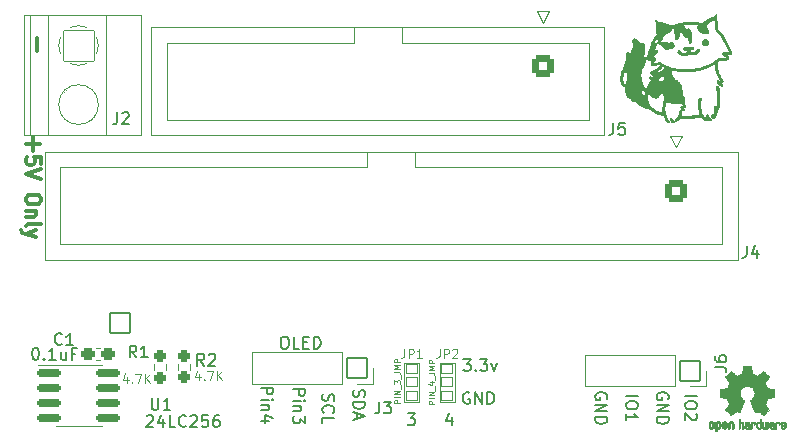
<source format=gbr>
%TF.GenerationSoftware,KiCad,Pcbnew,(6.0.7)*%
%TF.CreationDate,2022-09-08T00:59:07-04:00*%
%TF.ProjectId,Pi_Adapter,50695f41-6461-4707-9465-722e6b696361,v1*%
%TF.SameCoordinates,Original*%
%TF.FileFunction,Legend,Top*%
%TF.FilePolarity,Positive*%
%FSLAX46Y46*%
G04 Gerber Fmt 4.6, Leading zero omitted, Abs format (unit mm)*
G04 Created by KiCad (PCBNEW (6.0.7)) date 2022-09-08 00:59:07*
%MOMM*%
%LPD*%
G01*
G04 APERTURE LIST*
G04 Aperture macros list*
%AMRoundRect*
0 Rectangle with rounded corners*
0 $1 Rounding radius*
0 $2 $3 $4 $5 $6 $7 $8 $9 X,Y pos of 4 corners*
0 Add a 4 corners polygon primitive as box body*
4,1,4,$2,$3,$4,$5,$6,$7,$8,$9,$2,$3,0*
0 Add four circle primitives for the rounded corners*
1,1,$1+$1,$2,$3*
1,1,$1+$1,$4,$5*
1,1,$1+$1,$6,$7*
1,1,$1+$1,$8,$9*
0 Add four rect primitives between the rounded corners*
20,1,$1+$1,$2,$3,$4,$5,0*
20,1,$1+$1,$4,$5,$6,$7,0*
20,1,$1+$1,$6,$7,$8,$9,0*
20,1,$1+$1,$8,$9,$2,$3,0*%
G04 Aperture macros list end*
%ADD10C,0.300000*%
%ADD11C,0.150000*%
%ADD12C,0.100000*%
%ADD13C,0.120000*%
%ADD14C,0.010000*%
%ADD15RoundRect,0.050000X-0.500000X0.350000X-0.500000X-0.350000X0.500000X-0.350000X0.500000X0.350000X0*%
%ADD16C,3.100000*%
%ADD17RoundRect,0.050000X-1.300000X1.300000X-1.300000X-1.300000X1.300000X-1.300000X1.300000X1.300000X0*%
%ADD18C,2.700000*%
%ADD19RoundRect,0.050000X-0.850000X0.850000X-0.850000X-0.850000X0.850000X-0.850000X0.850000X0.850000X0*%
%ADD20O,1.800000X1.800000*%
%ADD21RoundRect,0.200000X-0.825000X-0.150000X0.825000X-0.150000X0.825000X0.150000X-0.825000X0.150000X0*%
%ADD22RoundRect,0.287500X-0.237500X0.250000X-0.237500X-0.250000X0.237500X-0.250000X0.237500X0.250000X0*%
%ADD23RoundRect,0.287500X0.300000X0.237500X-0.300000X0.237500X-0.300000X-0.237500X0.300000X-0.237500X0*%
%ADD24RoundRect,0.300000X-0.600000X0.600000X-0.600000X-0.600000X0.600000X-0.600000X0.600000X0.600000X0*%
%ADD25C,1.800000*%
G04 APERTURE END LIST*
D10*
X80184523Y-52161904D02*
X80184523Y-51566666D01*
X79589285Y-51507142D01*
X79648809Y-51566666D01*
X79708333Y-51685714D01*
X79708333Y-51983333D01*
X79648809Y-52102380D01*
X79589285Y-52161904D01*
X79470238Y-52221428D01*
X79172619Y-52221428D01*
X79053571Y-52161904D01*
X78994047Y-52102380D01*
X78934523Y-51983333D01*
X78934523Y-51685714D01*
X78994047Y-51566666D01*
X79053571Y-51507142D01*
X80184523Y-52578571D02*
X78934523Y-52995238D01*
X80184523Y-53411904D01*
X80184523Y-55019047D02*
X80184523Y-55257142D01*
X80125000Y-55376190D01*
X80005952Y-55495238D01*
X79767857Y-55554761D01*
X79351190Y-55554761D01*
X79113095Y-55495238D01*
X78994047Y-55376190D01*
X78934523Y-55257142D01*
X78934523Y-55019047D01*
X78994047Y-54900000D01*
X79113095Y-54780952D01*
X79351190Y-54721428D01*
X79767857Y-54721428D01*
X80005952Y-54780952D01*
X80125000Y-54900000D01*
X80184523Y-55019047D01*
X79767857Y-56090476D02*
X78934523Y-56090476D01*
X79648809Y-56090476D02*
X79708333Y-56150000D01*
X79767857Y-56269047D01*
X79767857Y-56447619D01*
X79708333Y-56566666D01*
X79589285Y-56626190D01*
X78934523Y-56626190D01*
X78934523Y-57399999D02*
X78994047Y-57280952D01*
X79113095Y-57221428D01*
X80184523Y-57221428D01*
X79767857Y-57757142D02*
X78934523Y-58054761D01*
X79767857Y-58352380D02*
X78934523Y-58054761D01*
X78636904Y-57935714D01*
X78577380Y-57876190D01*
X78517857Y-57757142D01*
D11*
X114990476Y-73585714D02*
X114990476Y-74252380D01*
X114752380Y-73204761D02*
X114514285Y-73919047D01*
X115133333Y-73919047D01*
X111266666Y-73252380D02*
X111885714Y-73252380D01*
X111552380Y-73633333D01*
X111695238Y-73633333D01*
X111790476Y-73680952D01*
X111838095Y-73728571D01*
X111885714Y-73823809D01*
X111885714Y-74061904D01*
X111838095Y-74157142D01*
X111790476Y-74204761D01*
X111695238Y-74252380D01*
X111409523Y-74252380D01*
X111314285Y-74204761D01*
X111266666Y-74157142D01*
X115971428Y-68652380D02*
X116590476Y-68652380D01*
X116257142Y-69033333D01*
X116400000Y-69033333D01*
X116495238Y-69080952D01*
X116542857Y-69128571D01*
X116590476Y-69223809D01*
X116590476Y-69461904D01*
X116542857Y-69557142D01*
X116495238Y-69604761D01*
X116400000Y-69652380D01*
X116114285Y-69652380D01*
X116019047Y-69604761D01*
X115971428Y-69557142D01*
X117019047Y-69557142D02*
X117066666Y-69604761D01*
X117019047Y-69652380D01*
X116971428Y-69604761D01*
X117019047Y-69557142D01*
X117019047Y-69652380D01*
X117400000Y-68652380D02*
X118019047Y-68652380D01*
X117685714Y-69033333D01*
X117828571Y-69033333D01*
X117923809Y-69080952D01*
X117971428Y-69128571D01*
X118019047Y-69223809D01*
X118019047Y-69461904D01*
X117971428Y-69557142D01*
X117923809Y-69604761D01*
X117828571Y-69652380D01*
X117542857Y-69652380D01*
X117447619Y-69604761D01*
X117400000Y-69557142D01*
X118352380Y-68985714D02*
X118590476Y-69652380D01*
X118828571Y-68985714D01*
X116488095Y-71500000D02*
X116392857Y-71452380D01*
X116250000Y-71452380D01*
X116107142Y-71500000D01*
X116011904Y-71595238D01*
X115964285Y-71690476D01*
X115916666Y-71880952D01*
X115916666Y-72023809D01*
X115964285Y-72214285D01*
X116011904Y-72309523D01*
X116107142Y-72404761D01*
X116250000Y-72452380D01*
X116345238Y-72452380D01*
X116488095Y-72404761D01*
X116535714Y-72357142D01*
X116535714Y-72023809D01*
X116345238Y-72023809D01*
X116964285Y-72452380D02*
X116964285Y-71452380D01*
X117535714Y-72452380D01*
X117535714Y-71452380D01*
X118011904Y-72452380D02*
X118011904Y-71452380D01*
X118250000Y-71452380D01*
X118392857Y-71500000D01*
X118488095Y-71595238D01*
X118535714Y-71690476D01*
X118583333Y-71880952D01*
X118583333Y-72023809D01*
X118535714Y-72214285D01*
X118488095Y-72309523D01*
X118392857Y-72404761D01*
X118250000Y-72452380D01*
X118011904Y-72452380D01*
X129747619Y-71800000D02*
X130747619Y-71800000D01*
X130747619Y-72466666D02*
X130747619Y-72657142D01*
X130700000Y-72752380D01*
X130604761Y-72847619D01*
X130414285Y-72895238D01*
X130080952Y-72895238D01*
X129890476Y-72847619D01*
X129795238Y-72752380D01*
X129747619Y-72657142D01*
X129747619Y-72466666D01*
X129795238Y-72371428D01*
X129890476Y-72276190D01*
X130080952Y-72228571D01*
X130414285Y-72228571D01*
X130604761Y-72276190D01*
X130700000Y-72371428D01*
X130747619Y-72466666D01*
X129747619Y-73847619D02*
X129747619Y-73276190D01*
X129747619Y-73561904D02*
X130747619Y-73561904D01*
X130604761Y-73466666D01*
X130509523Y-73371428D01*
X130461904Y-73276190D01*
X134747619Y-71800000D02*
X135747619Y-71800000D01*
X135747619Y-72466666D02*
X135747619Y-72657142D01*
X135700000Y-72752380D01*
X135604761Y-72847619D01*
X135414285Y-72895238D01*
X135080952Y-72895238D01*
X134890476Y-72847619D01*
X134795238Y-72752380D01*
X134747619Y-72657142D01*
X134747619Y-72466666D01*
X134795238Y-72371428D01*
X134890476Y-72276190D01*
X135080952Y-72228571D01*
X135414285Y-72228571D01*
X135604761Y-72276190D01*
X135700000Y-72371428D01*
X135747619Y-72466666D01*
X135652380Y-73276190D02*
X135700000Y-73323809D01*
X135747619Y-73419047D01*
X135747619Y-73657142D01*
X135700000Y-73752380D01*
X135652380Y-73800000D01*
X135557142Y-73847619D01*
X135461904Y-73847619D01*
X135319047Y-73800000D01*
X134747619Y-73228571D01*
X134747619Y-73847619D01*
X133300000Y-72038095D02*
X133347619Y-71942857D01*
X133347619Y-71800000D01*
X133300000Y-71657142D01*
X133204761Y-71561904D01*
X133109523Y-71514285D01*
X132919047Y-71466666D01*
X132776190Y-71466666D01*
X132585714Y-71514285D01*
X132490476Y-71561904D01*
X132395238Y-71657142D01*
X132347619Y-71800000D01*
X132347619Y-71895238D01*
X132395238Y-72038095D01*
X132442857Y-72085714D01*
X132776190Y-72085714D01*
X132776190Y-71895238D01*
X132347619Y-72514285D02*
X133347619Y-72514285D01*
X132347619Y-73085714D01*
X133347619Y-73085714D01*
X132347619Y-73561904D02*
X133347619Y-73561904D01*
X133347619Y-73800000D01*
X133300000Y-73942857D01*
X133204761Y-74038095D01*
X133109523Y-74085714D01*
X132919047Y-74133333D01*
X132776190Y-74133333D01*
X132585714Y-74085714D01*
X132490476Y-74038095D01*
X132395238Y-73942857D01*
X132347619Y-73800000D01*
X132347619Y-73561904D01*
X128100000Y-72038095D02*
X128147619Y-71942857D01*
X128147619Y-71800000D01*
X128100000Y-71657142D01*
X128004761Y-71561904D01*
X127909523Y-71514285D01*
X127719047Y-71466666D01*
X127576190Y-71466666D01*
X127385714Y-71514285D01*
X127290476Y-71561904D01*
X127195238Y-71657142D01*
X127147619Y-71800000D01*
X127147619Y-71895238D01*
X127195238Y-72038095D01*
X127242857Y-72085714D01*
X127576190Y-72085714D01*
X127576190Y-71895238D01*
X127147619Y-72514285D02*
X128147619Y-72514285D01*
X127147619Y-73085714D01*
X128147619Y-73085714D01*
X127147619Y-73561904D02*
X128147619Y-73561904D01*
X128147619Y-73800000D01*
X128100000Y-73942857D01*
X128004761Y-74038095D01*
X127909523Y-74085714D01*
X127719047Y-74133333D01*
X127576190Y-74133333D01*
X127385714Y-74085714D01*
X127290476Y-74038095D01*
X127195238Y-73942857D01*
X127147619Y-73800000D01*
X127147619Y-73561904D01*
X98847619Y-71071428D02*
X99847619Y-71071428D01*
X99847619Y-71452380D01*
X99800000Y-71547619D01*
X99752380Y-71595238D01*
X99657142Y-71642857D01*
X99514285Y-71642857D01*
X99419047Y-71595238D01*
X99371428Y-71547619D01*
X99323809Y-71452380D01*
X99323809Y-71071428D01*
X98847619Y-72071428D02*
X99514285Y-72071428D01*
X99847619Y-72071428D02*
X99800000Y-72023809D01*
X99752380Y-72071428D01*
X99800000Y-72119047D01*
X99847619Y-72071428D01*
X99752380Y-72071428D01*
X99514285Y-72547619D02*
X98847619Y-72547619D01*
X99419047Y-72547619D02*
X99466666Y-72595238D01*
X99514285Y-72690476D01*
X99514285Y-72833333D01*
X99466666Y-72928571D01*
X99371428Y-72976190D01*
X98847619Y-72976190D01*
X99514285Y-73880952D02*
X98847619Y-73880952D01*
X99895238Y-73642857D02*
X99180952Y-73404761D01*
X99180952Y-74023809D01*
X101547619Y-71171428D02*
X102547619Y-71171428D01*
X102547619Y-71552380D01*
X102500000Y-71647619D01*
X102452380Y-71695238D01*
X102357142Y-71742857D01*
X102214285Y-71742857D01*
X102119047Y-71695238D01*
X102071428Y-71647619D01*
X102023809Y-71552380D01*
X102023809Y-71171428D01*
X101547619Y-72171428D02*
X102214285Y-72171428D01*
X102547619Y-72171428D02*
X102500000Y-72123809D01*
X102452380Y-72171428D01*
X102500000Y-72219047D01*
X102547619Y-72171428D01*
X102452380Y-72171428D01*
X102214285Y-72647619D02*
X101547619Y-72647619D01*
X102119047Y-72647619D02*
X102166666Y-72695238D01*
X102214285Y-72790476D01*
X102214285Y-72933333D01*
X102166666Y-73028571D01*
X102071428Y-73076190D01*
X101547619Y-73076190D01*
X102547619Y-73457142D02*
X102547619Y-74076190D01*
X102166666Y-73742857D01*
X102166666Y-73885714D01*
X102119047Y-73980952D01*
X102071428Y-74028571D01*
X101976190Y-74076190D01*
X101738095Y-74076190D01*
X101642857Y-74028571D01*
X101595238Y-73980952D01*
X101547619Y-73885714D01*
X101547619Y-73600000D01*
X101595238Y-73504761D01*
X101642857Y-73457142D01*
X104095238Y-71609523D02*
X104047619Y-71752380D01*
X104047619Y-71990476D01*
X104095238Y-72085714D01*
X104142857Y-72133333D01*
X104238095Y-72180952D01*
X104333333Y-72180952D01*
X104428571Y-72133333D01*
X104476190Y-72085714D01*
X104523809Y-71990476D01*
X104571428Y-71800000D01*
X104619047Y-71704761D01*
X104666666Y-71657142D01*
X104761904Y-71609523D01*
X104857142Y-71609523D01*
X104952380Y-71657142D01*
X105000000Y-71704761D01*
X105047619Y-71800000D01*
X105047619Y-72038095D01*
X105000000Y-72180952D01*
X104142857Y-73180952D02*
X104095238Y-73133333D01*
X104047619Y-72990476D01*
X104047619Y-72895238D01*
X104095238Y-72752380D01*
X104190476Y-72657142D01*
X104285714Y-72609523D01*
X104476190Y-72561904D01*
X104619047Y-72561904D01*
X104809523Y-72609523D01*
X104904761Y-72657142D01*
X105000000Y-72752380D01*
X105047619Y-72895238D01*
X105047619Y-72990476D01*
X105000000Y-73133333D01*
X104952380Y-73180952D01*
X104047619Y-74085714D02*
X104047619Y-73609523D01*
X105047619Y-73609523D01*
X106695238Y-71285714D02*
X106647619Y-71428571D01*
X106647619Y-71666666D01*
X106695238Y-71761904D01*
X106742857Y-71809523D01*
X106838095Y-71857142D01*
X106933333Y-71857142D01*
X107028571Y-71809523D01*
X107076190Y-71761904D01*
X107123809Y-71666666D01*
X107171428Y-71476190D01*
X107219047Y-71380952D01*
X107266666Y-71333333D01*
X107361904Y-71285714D01*
X107457142Y-71285714D01*
X107552380Y-71333333D01*
X107600000Y-71380952D01*
X107647619Y-71476190D01*
X107647619Y-71714285D01*
X107600000Y-71857142D01*
X106647619Y-72285714D02*
X107647619Y-72285714D01*
X107647619Y-72523809D01*
X107600000Y-72666666D01*
X107504761Y-72761904D01*
X107409523Y-72809523D01*
X107219047Y-72857142D01*
X107076190Y-72857142D01*
X106885714Y-72809523D01*
X106790476Y-72761904D01*
X106695238Y-72666666D01*
X106647619Y-72523809D01*
X106647619Y-72285714D01*
X106933333Y-73238095D02*
X106933333Y-73714285D01*
X106647619Y-73142857D02*
X107647619Y-73476190D01*
X106647619Y-73809523D01*
D10*
X79857142Y-41428571D02*
X79857142Y-42571428D01*
X80121428Y-50457142D02*
X78978571Y-50457142D01*
X79550000Y-51028571D02*
X79550000Y-49885714D01*
D12*
%TO.C,JP2*%
X113975000Y-67789285D02*
X113975000Y-68325000D01*
X113939285Y-68432142D01*
X113867857Y-68503571D01*
X113760714Y-68539285D01*
X113689285Y-68539285D01*
X114332142Y-68539285D02*
X114332142Y-67789285D01*
X114617857Y-67789285D01*
X114689285Y-67825000D01*
X114725000Y-67860714D01*
X114760714Y-67932142D01*
X114760714Y-68039285D01*
X114725000Y-68110714D01*
X114689285Y-68146428D01*
X114617857Y-68182142D01*
X114332142Y-68182142D01*
X115046428Y-67860714D02*
X115082142Y-67825000D01*
X115153571Y-67789285D01*
X115332142Y-67789285D01*
X115403571Y-67825000D01*
X115439285Y-67860714D01*
X115475000Y-67932142D01*
X115475000Y-68003571D01*
X115439285Y-68110714D01*
X115010714Y-68539285D01*
X115475000Y-68539285D01*
X113526190Y-72457142D02*
X113026190Y-72457142D01*
X113026190Y-72266666D01*
X113050000Y-72219047D01*
X113073809Y-72195238D01*
X113121428Y-72171428D01*
X113192857Y-72171428D01*
X113240476Y-72195238D01*
X113264285Y-72219047D01*
X113288095Y-72266666D01*
X113288095Y-72457142D01*
X113526190Y-71957142D02*
X113026190Y-71957142D01*
X113526190Y-71719047D02*
X113026190Y-71719047D01*
X113526190Y-71433333D01*
X113026190Y-71433333D01*
X113573809Y-71314285D02*
X113573809Y-70933333D01*
X113192857Y-70600000D02*
X113526190Y-70600000D01*
X113002380Y-70719047D02*
X113359523Y-70838095D01*
X113359523Y-70528571D01*
X113573809Y-70457142D02*
X113573809Y-70076190D01*
X113026190Y-69814285D02*
X113383333Y-69814285D01*
X113454761Y-69838095D01*
X113502380Y-69885714D01*
X113526190Y-69957142D01*
X113526190Y-70004761D01*
X113526190Y-69576190D02*
X113026190Y-69576190D01*
X113383333Y-69409523D01*
X113026190Y-69242857D01*
X113526190Y-69242857D01*
X113526190Y-69004761D02*
X113026190Y-69004761D01*
X113026190Y-68814285D01*
X113050000Y-68766666D01*
X113073809Y-68742857D01*
X113121428Y-68719047D01*
X113192857Y-68719047D01*
X113240476Y-68742857D01*
X113264285Y-68766666D01*
X113288095Y-68814285D01*
X113288095Y-69004761D01*
%TO.C,JP1*%
X110975000Y-67789285D02*
X110975000Y-68325000D01*
X110939285Y-68432142D01*
X110867857Y-68503571D01*
X110760714Y-68539285D01*
X110689285Y-68539285D01*
X111332142Y-68539285D02*
X111332142Y-67789285D01*
X111617857Y-67789285D01*
X111689285Y-67825000D01*
X111725000Y-67860714D01*
X111760714Y-67932142D01*
X111760714Y-68039285D01*
X111725000Y-68110714D01*
X111689285Y-68146428D01*
X111617857Y-68182142D01*
X111332142Y-68182142D01*
X112475000Y-68539285D02*
X112046428Y-68539285D01*
X112260714Y-68539285D02*
X112260714Y-67789285D01*
X112189285Y-67896428D01*
X112117857Y-67967857D01*
X112046428Y-68003571D01*
X110626190Y-72357142D02*
X110126190Y-72357142D01*
X110126190Y-72166666D01*
X110150000Y-72119047D01*
X110173809Y-72095238D01*
X110221428Y-72071428D01*
X110292857Y-72071428D01*
X110340476Y-72095238D01*
X110364285Y-72119047D01*
X110388095Y-72166666D01*
X110388095Y-72357142D01*
X110626190Y-71857142D02*
X110126190Y-71857142D01*
X110626190Y-71619047D02*
X110126190Y-71619047D01*
X110626190Y-71333333D01*
X110126190Y-71333333D01*
X110673809Y-71214285D02*
X110673809Y-70833333D01*
X110126190Y-70761904D02*
X110126190Y-70452380D01*
X110316666Y-70619047D01*
X110316666Y-70547619D01*
X110340476Y-70500000D01*
X110364285Y-70476190D01*
X110411904Y-70452380D01*
X110530952Y-70452380D01*
X110578571Y-70476190D01*
X110602380Y-70500000D01*
X110626190Y-70547619D01*
X110626190Y-70690476D01*
X110602380Y-70738095D01*
X110578571Y-70761904D01*
X110673809Y-70357142D02*
X110673809Y-69976190D01*
X110126190Y-69714285D02*
X110483333Y-69714285D01*
X110554761Y-69738095D01*
X110602380Y-69785714D01*
X110626190Y-69857142D01*
X110626190Y-69904761D01*
X110626190Y-69476190D02*
X110126190Y-69476190D01*
X110483333Y-69309523D01*
X110126190Y-69142857D01*
X110626190Y-69142857D01*
X110626190Y-68904761D02*
X110126190Y-68904761D01*
X110126190Y-68714285D01*
X110150000Y-68666666D01*
X110173809Y-68642857D01*
X110221428Y-68619047D01*
X110292857Y-68619047D01*
X110340476Y-68642857D01*
X110364285Y-68666666D01*
X110388095Y-68714285D01*
X110388095Y-68904761D01*
D11*
%TO.C,J2*%
X86666666Y-47752380D02*
X86666666Y-48466666D01*
X86619047Y-48609523D01*
X86523809Y-48704761D01*
X86380952Y-48752380D01*
X86285714Y-48752380D01*
X87095238Y-47847619D02*
X87142857Y-47800000D01*
X87238095Y-47752380D01*
X87476190Y-47752380D01*
X87571428Y-47800000D01*
X87619047Y-47847619D01*
X87666666Y-47942857D01*
X87666666Y-48038095D01*
X87619047Y-48180952D01*
X87047619Y-48752380D01*
X87666666Y-48752380D01*
%TO.C,J6*%
X137252380Y-69333333D02*
X137966666Y-69333333D01*
X138109523Y-69380952D01*
X138204761Y-69476190D01*
X138252380Y-69619047D01*
X138252380Y-69714285D01*
X137252380Y-68428571D02*
X137252380Y-68619047D01*
X137300000Y-68714285D01*
X137347619Y-68761904D01*
X137490476Y-68857142D01*
X137680952Y-68904761D01*
X138061904Y-68904761D01*
X138157142Y-68857142D01*
X138204761Y-68809523D01*
X138252380Y-68714285D01*
X138252380Y-68523809D01*
X138204761Y-68428571D01*
X138157142Y-68380952D01*
X138061904Y-68333333D01*
X137823809Y-68333333D01*
X137728571Y-68380952D01*
X137680952Y-68428571D01*
X137633333Y-68523809D01*
X137633333Y-68714285D01*
X137680952Y-68809523D01*
X137728571Y-68857142D01*
X137823809Y-68904761D01*
%TO.C,U1*%
X89588095Y-71952380D02*
X89588095Y-72761904D01*
X89635714Y-72857142D01*
X89683333Y-72904761D01*
X89778571Y-72952380D01*
X89969047Y-72952380D01*
X90064285Y-72904761D01*
X90111904Y-72857142D01*
X90159523Y-72761904D01*
X90159523Y-71952380D01*
X91159523Y-72952380D02*
X90588095Y-72952380D01*
X90873809Y-72952380D02*
X90873809Y-71952380D01*
X90778571Y-72095238D01*
X90683333Y-72190476D01*
X90588095Y-72238095D01*
X89154761Y-73497619D02*
X89202380Y-73450000D01*
X89297619Y-73402380D01*
X89535714Y-73402380D01*
X89630952Y-73450000D01*
X89678571Y-73497619D01*
X89726190Y-73592857D01*
X89726190Y-73688095D01*
X89678571Y-73830952D01*
X89107142Y-74402380D01*
X89726190Y-74402380D01*
X90583333Y-73735714D02*
X90583333Y-74402380D01*
X90345238Y-73354761D02*
X90107142Y-74069047D01*
X90726190Y-74069047D01*
X91583333Y-74402380D02*
X91107142Y-74402380D01*
X91107142Y-73402380D01*
X92488095Y-74307142D02*
X92440476Y-74354761D01*
X92297619Y-74402380D01*
X92202380Y-74402380D01*
X92059523Y-74354761D01*
X91964285Y-74259523D01*
X91916666Y-74164285D01*
X91869047Y-73973809D01*
X91869047Y-73830952D01*
X91916666Y-73640476D01*
X91964285Y-73545238D01*
X92059523Y-73450000D01*
X92202380Y-73402380D01*
X92297619Y-73402380D01*
X92440476Y-73450000D01*
X92488095Y-73497619D01*
X92869047Y-73497619D02*
X92916666Y-73450000D01*
X93011904Y-73402380D01*
X93250000Y-73402380D01*
X93345238Y-73450000D01*
X93392857Y-73497619D01*
X93440476Y-73592857D01*
X93440476Y-73688095D01*
X93392857Y-73830952D01*
X92821428Y-74402380D01*
X93440476Y-74402380D01*
X94345238Y-73402380D02*
X93869047Y-73402380D01*
X93821428Y-73878571D01*
X93869047Y-73830952D01*
X93964285Y-73783333D01*
X94202380Y-73783333D01*
X94297619Y-73830952D01*
X94345238Y-73878571D01*
X94392857Y-73973809D01*
X94392857Y-74211904D01*
X94345238Y-74307142D01*
X94297619Y-74354761D01*
X94202380Y-74402380D01*
X93964285Y-74402380D01*
X93869047Y-74354761D01*
X93821428Y-74307142D01*
X95250000Y-73402380D02*
X95059523Y-73402380D01*
X94964285Y-73450000D01*
X94916666Y-73497619D01*
X94821428Y-73640476D01*
X94773809Y-73830952D01*
X94773809Y-74211904D01*
X94821428Y-74307142D01*
X94869047Y-74354761D01*
X94964285Y-74402380D01*
X95154761Y-74402380D01*
X95250000Y-74354761D01*
X95297619Y-74307142D01*
X95345238Y-74211904D01*
X95345238Y-73973809D01*
X95297619Y-73878571D01*
X95250000Y-73830952D01*
X95154761Y-73783333D01*
X94964285Y-73783333D01*
X94869047Y-73830952D01*
X94821428Y-73878571D01*
X94773809Y-73973809D01*
%TO.C,R2*%
X94033333Y-69202380D02*
X93700000Y-68726190D01*
X93461904Y-69202380D02*
X93461904Y-68202380D01*
X93842857Y-68202380D01*
X93938095Y-68250000D01*
X93985714Y-68297619D01*
X94033333Y-68392857D01*
X94033333Y-68535714D01*
X93985714Y-68630952D01*
X93938095Y-68678571D01*
X93842857Y-68726190D01*
X93461904Y-68726190D01*
X94414285Y-68297619D02*
X94461904Y-68250000D01*
X94557142Y-68202380D01*
X94795238Y-68202380D01*
X94890476Y-68250000D01*
X94938095Y-68297619D01*
X94985714Y-68392857D01*
X94985714Y-68488095D01*
X94938095Y-68630952D01*
X94366666Y-69202380D01*
X94985714Y-69202380D01*
D12*
X93632142Y-69939285D02*
X93632142Y-70439285D01*
X93453571Y-69653571D02*
X93275000Y-70189285D01*
X93739285Y-70189285D01*
X94025000Y-70367857D02*
X94060714Y-70403571D01*
X94025000Y-70439285D01*
X93989285Y-70403571D01*
X94025000Y-70367857D01*
X94025000Y-70439285D01*
X94310714Y-69689285D02*
X94810714Y-69689285D01*
X94489285Y-70439285D01*
X95096428Y-70439285D02*
X95096428Y-69689285D01*
X95525000Y-70439285D02*
X95203571Y-70010714D01*
X95525000Y-69689285D02*
X95096428Y-70117857D01*
D11*
%TO.C,R1*%
X88283333Y-68502380D02*
X87950000Y-68026190D01*
X87711904Y-68502380D02*
X87711904Y-67502380D01*
X88092857Y-67502380D01*
X88188095Y-67550000D01*
X88235714Y-67597619D01*
X88283333Y-67692857D01*
X88283333Y-67835714D01*
X88235714Y-67930952D01*
X88188095Y-67978571D01*
X88092857Y-68026190D01*
X87711904Y-68026190D01*
X89235714Y-68502380D02*
X88664285Y-68502380D01*
X88950000Y-68502380D02*
X88950000Y-67502380D01*
X88854761Y-67645238D01*
X88759523Y-67740476D01*
X88664285Y-67788095D01*
D12*
X87532142Y-70139285D02*
X87532142Y-70639285D01*
X87353571Y-69853571D02*
X87175000Y-70389285D01*
X87639285Y-70389285D01*
X87925000Y-70567857D02*
X87960714Y-70603571D01*
X87925000Y-70639285D01*
X87889285Y-70603571D01*
X87925000Y-70567857D01*
X87925000Y-70639285D01*
X88210714Y-69889285D02*
X88710714Y-69889285D01*
X88389285Y-70639285D01*
X88996428Y-70639285D02*
X88996428Y-69889285D01*
X89425000Y-70639285D02*
X89103571Y-70210714D01*
X89425000Y-69889285D02*
X88996428Y-70317857D01*
D11*
%TO.C,C1*%
X81983333Y-67357142D02*
X81935714Y-67404761D01*
X81792857Y-67452380D01*
X81697619Y-67452380D01*
X81554761Y-67404761D01*
X81459523Y-67309523D01*
X81411904Y-67214285D01*
X81364285Y-67023809D01*
X81364285Y-66880952D01*
X81411904Y-66690476D01*
X81459523Y-66595238D01*
X81554761Y-66500000D01*
X81697619Y-66452380D01*
X81792857Y-66452380D01*
X81935714Y-66500000D01*
X81983333Y-66547619D01*
X82935714Y-67452380D02*
X82364285Y-67452380D01*
X82650000Y-67452380D02*
X82650000Y-66452380D01*
X82554761Y-66595238D01*
X82459523Y-66690476D01*
X82364285Y-66738095D01*
X79707142Y-67702380D02*
X79802380Y-67702380D01*
X79897619Y-67750000D01*
X79945238Y-67797619D01*
X79992857Y-67892857D01*
X80040476Y-68083333D01*
X80040476Y-68321428D01*
X79992857Y-68511904D01*
X79945238Y-68607142D01*
X79897619Y-68654761D01*
X79802380Y-68702380D01*
X79707142Y-68702380D01*
X79611904Y-68654761D01*
X79564285Y-68607142D01*
X79516666Y-68511904D01*
X79469047Y-68321428D01*
X79469047Y-68083333D01*
X79516666Y-67892857D01*
X79564285Y-67797619D01*
X79611904Y-67750000D01*
X79707142Y-67702380D01*
X80469047Y-68607142D02*
X80516666Y-68654761D01*
X80469047Y-68702380D01*
X80421428Y-68654761D01*
X80469047Y-68607142D01*
X80469047Y-68702380D01*
X81469047Y-68702380D02*
X80897619Y-68702380D01*
X81183333Y-68702380D02*
X81183333Y-67702380D01*
X81088095Y-67845238D01*
X80992857Y-67940476D01*
X80897619Y-67988095D01*
X82326190Y-68035714D02*
X82326190Y-68702380D01*
X81897619Y-68035714D02*
X81897619Y-68559523D01*
X81945238Y-68654761D01*
X82040476Y-68702380D01*
X82183333Y-68702380D01*
X82278571Y-68654761D01*
X82326190Y-68607142D01*
X83135714Y-68178571D02*
X82802380Y-68178571D01*
X82802380Y-68702380D02*
X82802380Y-67702380D01*
X83278571Y-67702380D01*
%TO.C,J5*%
X128666666Y-48652380D02*
X128666666Y-49366666D01*
X128619047Y-49509523D01*
X128523809Y-49604761D01*
X128380952Y-49652380D01*
X128285714Y-49652380D01*
X129619047Y-48652380D02*
X129142857Y-48652380D01*
X129095238Y-49128571D01*
X129142857Y-49080952D01*
X129238095Y-49033333D01*
X129476190Y-49033333D01*
X129571428Y-49080952D01*
X129619047Y-49128571D01*
X129666666Y-49223809D01*
X129666666Y-49461904D01*
X129619047Y-49557142D01*
X129571428Y-49604761D01*
X129476190Y-49652380D01*
X129238095Y-49652380D01*
X129142857Y-49604761D01*
X129095238Y-49557142D01*
%TO.C,J4*%
X139966666Y-59052380D02*
X139966666Y-59766666D01*
X139919047Y-59909523D01*
X139823809Y-60004761D01*
X139680952Y-60052380D01*
X139585714Y-60052380D01*
X140871428Y-59385714D02*
X140871428Y-60052380D01*
X140633333Y-59004761D02*
X140395238Y-59719047D01*
X141014285Y-59719047D01*
%TO.C,J3*%
X108866666Y-72252380D02*
X108866666Y-72966666D01*
X108819047Y-73109523D01*
X108723809Y-73204761D01*
X108580952Y-73252380D01*
X108485714Y-73252380D01*
X109247619Y-72252380D02*
X109866666Y-72252380D01*
X109533333Y-72633333D01*
X109676190Y-72633333D01*
X109771428Y-72680952D01*
X109819047Y-72728571D01*
X109866666Y-72823809D01*
X109866666Y-73061904D01*
X109819047Y-73157142D01*
X109771428Y-73204761D01*
X109676190Y-73252380D01*
X109390476Y-73252380D01*
X109295238Y-73204761D01*
X109247619Y-73157142D01*
X100747619Y-66752380D02*
X100938095Y-66752380D01*
X101033333Y-66800000D01*
X101128571Y-66895238D01*
X101176190Y-67085714D01*
X101176190Y-67419047D01*
X101128571Y-67609523D01*
X101033333Y-67704761D01*
X100938095Y-67752380D01*
X100747619Y-67752380D01*
X100652380Y-67704761D01*
X100557142Y-67609523D01*
X100509523Y-67419047D01*
X100509523Y-67085714D01*
X100557142Y-66895238D01*
X100652380Y-66800000D01*
X100747619Y-66752380D01*
X102080952Y-67752380D02*
X101604761Y-67752380D01*
X101604761Y-66752380D01*
X102414285Y-67228571D02*
X102747619Y-67228571D01*
X102890476Y-67752380D02*
X102414285Y-67752380D01*
X102414285Y-66752380D01*
X102890476Y-66752380D01*
X103319047Y-67752380D02*
X103319047Y-66752380D01*
X103557142Y-66752380D01*
X103700000Y-66800000D01*
X103795238Y-66895238D01*
X103842857Y-66990476D01*
X103890476Y-67180952D01*
X103890476Y-67323809D01*
X103842857Y-67514285D01*
X103795238Y-67609523D01*
X103700000Y-67704761D01*
X103557142Y-67752380D01*
X103319047Y-67752380D01*
%TO.C,G\u002A\u002A\u002A*%
G36*
X133611832Y-48225879D02*
G01*
X133641657Y-48237351D01*
X133665563Y-48255522D01*
X133686648Y-48283338D01*
X133702290Y-48311932D01*
X133729999Y-48359197D01*
X133762545Y-48400958D01*
X133796790Y-48433430D01*
X133811536Y-48443767D01*
X133837173Y-48466109D01*
X133858382Y-48496385D01*
X133871891Y-48529086D01*
X133875015Y-48550658D01*
X133868381Y-48594053D01*
X133848662Y-48630207D01*
X133816126Y-48658713D01*
X133796249Y-48669461D01*
X133775256Y-48678333D01*
X133758459Y-48682003D01*
X133740051Y-48680705D01*
X133714224Y-48674674D01*
X133708024Y-48673019D01*
X133669832Y-48656545D01*
X133629260Y-48628380D01*
X133588478Y-48591129D01*
X133549655Y-48547395D01*
X133514962Y-48499784D01*
X133486567Y-48450902D01*
X133466640Y-48403352D01*
X133459242Y-48374314D01*
X133458529Y-48332946D01*
X133469970Y-48295226D01*
X133491418Y-48263241D01*
X133520730Y-48239077D01*
X133555759Y-48224821D01*
X133594360Y-48222560D01*
X133611832Y-48225879D01*
G37*
G36*
X129796305Y-46375057D02*
G01*
X129769084Y-46324634D01*
X129747506Y-46276717D01*
X129747090Y-46275665D01*
X129730221Y-46229279D01*
X129716560Y-46183048D01*
X129705816Y-46134746D01*
X129697700Y-46082148D01*
X129694160Y-46045935D01*
X131138276Y-46045935D01*
X131142945Y-46114624D01*
X131157010Y-46173559D01*
X131180768Y-46223937D01*
X131214522Y-46266960D01*
X131218932Y-46271367D01*
X131247438Y-46293393D01*
X131282196Y-46311927D01*
X131317323Y-46324256D01*
X131341391Y-46327824D01*
X131354139Y-46326886D01*
X131360144Y-46320806D01*
X131361926Y-46305555D01*
X131362020Y-46294803D01*
X131362972Y-46275287D01*
X131365529Y-46245831D01*
X131369243Y-46210186D01*
X131373665Y-46172105D01*
X131378345Y-46135340D01*
X131382837Y-46103642D01*
X131386690Y-46080765D01*
X131388592Y-46072558D01*
X131384748Y-46060945D01*
X131367380Y-46044367D01*
X131350736Y-46032178D01*
X131310969Y-45999869D01*
X131268374Y-45955550D01*
X131222107Y-45898309D01*
X131202480Y-45871724D01*
X131168094Y-45824103D01*
X131159780Y-45852970D01*
X131155577Y-45872378D01*
X131150727Y-45902235D01*
X131145908Y-45938047D01*
X131142702Y-45966290D01*
X131138276Y-46045935D01*
X129694160Y-46045935D01*
X129691921Y-46023029D01*
X129688188Y-45955163D01*
X129686212Y-45876325D01*
X129685703Y-45804962D01*
X129685553Y-45752377D01*
X129685267Y-45705086D01*
X129684868Y-45665049D01*
X129684381Y-45634226D01*
X129683829Y-45614577D01*
X129683266Y-45608048D01*
X129675904Y-45611123D01*
X129659895Y-45618891D01*
X129651684Y-45623036D01*
X129610666Y-45636046D01*
X129568438Y-45635073D01*
X129527557Y-45620654D01*
X129490581Y-45593327D01*
X129485477Y-45588091D01*
X129453086Y-45548479D01*
X129418810Y-45497962D01*
X129384564Y-45440148D01*
X129352264Y-45378647D01*
X129323823Y-45317065D01*
X129301158Y-45259013D01*
X129288155Y-45216292D01*
X129270390Y-45125933D01*
X129259660Y-45025310D01*
X129255868Y-44917357D01*
X129256159Y-44906645D01*
X129528235Y-44906645D01*
X129528845Y-44977469D01*
X129531110Y-45036065D01*
X129535466Y-45085156D01*
X129542349Y-45127466D01*
X129552194Y-45165721D01*
X129565435Y-45202644D01*
X129581257Y-45238336D01*
X129595881Y-45266815D01*
X129613884Y-45298480D01*
X129633686Y-45330954D01*
X129653706Y-45361859D01*
X129672364Y-45388817D01*
X129688081Y-45409451D01*
X129699275Y-45421382D01*
X129703990Y-45422984D01*
X129707440Y-45413338D01*
X129712333Y-45392316D01*
X129717917Y-45363383D01*
X129721693Y-45341170D01*
X129734692Y-45272940D01*
X129749786Y-45215701D01*
X129766554Y-45170831D01*
X129782634Y-45142289D01*
X129797595Y-45121735D01*
X129810878Y-45103585D01*
X129812942Y-45100780D01*
X129816935Y-45092797D01*
X129820150Y-45079661D01*
X129822744Y-45059556D01*
X129824873Y-45030664D01*
X129826692Y-44991170D01*
X129828359Y-44939254D01*
X129829052Y-44913243D01*
X129830649Y-44808796D01*
X129829605Y-44717447D01*
X129825718Y-44637493D01*
X129818786Y-44567230D01*
X129808605Y-44504954D01*
X129794974Y-44448960D01*
X129777690Y-44397543D01*
X129763843Y-44364538D01*
X129750451Y-44338106D01*
X129733764Y-44309591D01*
X129715858Y-44282021D01*
X129698806Y-44258426D01*
X129684682Y-44241834D01*
X129675560Y-44235274D01*
X129675325Y-44235263D01*
X129670806Y-44241927D01*
X129662442Y-44260220D01*
X129651300Y-44287599D01*
X129638447Y-44321517D01*
X129633987Y-44333781D01*
X129603079Y-44422971D01*
X129578505Y-44502308D01*
X129559630Y-44575225D01*
X129545822Y-44645156D01*
X129536446Y-44715534D01*
X129530868Y-44789793D01*
X129528455Y-44871366D01*
X129528235Y-44906645D01*
X129256159Y-44906645D01*
X129258918Y-44805009D01*
X129268710Y-44691201D01*
X129285149Y-44578867D01*
X129308135Y-44470941D01*
X129313602Y-44449797D01*
X129323560Y-44413775D01*
X129334378Y-44377516D01*
X129346673Y-44339314D01*
X129361065Y-44297461D01*
X129378172Y-44250250D01*
X129398611Y-44195974D01*
X129423000Y-44132926D01*
X129451959Y-44059399D01*
X129484994Y-43976462D01*
X129537558Y-43842110D01*
X129583279Y-43718534D01*
X129622739Y-43603470D01*
X129656519Y-43494655D01*
X129685199Y-43389827D01*
X129709359Y-43286722D01*
X129729581Y-43183077D01*
X129746445Y-43076631D01*
X129760531Y-42965118D01*
X129771026Y-42861706D01*
X129776887Y-42801252D01*
X129782574Y-42753770D01*
X129788842Y-42717260D01*
X129796445Y-42689720D01*
X129806138Y-42669149D01*
X129818675Y-42653545D01*
X129834812Y-42640909D01*
X129855302Y-42629237D01*
X129859477Y-42627101D01*
X129895644Y-42616606D01*
X129935364Y-42617781D01*
X129974052Y-42629690D01*
X130007120Y-42651400D01*
X130014343Y-42658658D01*
X130031980Y-42687090D01*
X130044013Y-42725024D01*
X130048903Y-42767523D01*
X130048933Y-42769681D01*
X130051702Y-42798901D01*
X130059075Y-42816099D01*
X130060514Y-42817484D01*
X130068871Y-42822174D01*
X130071531Y-42814776D01*
X130071617Y-42809026D01*
X130074856Y-42798017D01*
X130084093Y-42775471D01*
X130098490Y-42743208D01*
X130117210Y-42703046D01*
X130139414Y-42656805D01*
X130164266Y-42606304D01*
X130173069Y-42588689D01*
X130208284Y-42517639D01*
X130236976Y-42457435D01*
X130259930Y-42405823D01*
X130277930Y-42360546D01*
X130291762Y-42319348D01*
X130302211Y-42279973D01*
X130310062Y-42240167D01*
X130316099Y-42197672D01*
X130319336Y-42168398D01*
X130322885Y-42109937D01*
X130321466Y-42049230D01*
X130314803Y-41983041D01*
X130302623Y-41908131D01*
X130293263Y-41861046D01*
X130279480Y-41778602D01*
X130275165Y-41707256D01*
X130280487Y-41646335D01*
X130295616Y-41595165D01*
X130320720Y-41553071D01*
X130355968Y-41519379D01*
X130383078Y-41502367D01*
X130405978Y-41492784D01*
X130432744Y-41487718D01*
X130468809Y-41486148D01*
X130469345Y-41486146D01*
X130500452Y-41486914D01*
X130524964Y-41490466D01*
X130549300Y-41498335D01*
X130579878Y-41512052D01*
X130581867Y-41513006D01*
X130636556Y-41543624D01*
X130697235Y-41585442D01*
X130761905Y-41636961D01*
X130828564Y-41696682D01*
X130834535Y-41702354D01*
X130903121Y-41773559D01*
X130958134Y-41843826D01*
X131000740Y-41915014D01*
X131032106Y-41988984D01*
X131047731Y-42042314D01*
X131056074Y-42073104D01*
X131064564Y-42099011D01*
X131071820Y-42116012D01*
X131074215Y-42119579D01*
X131081764Y-42125551D01*
X131083775Y-42120768D01*
X131080152Y-42104242D01*
X131070798Y-42074987D01*
X131069463Y-42071087D01*
X131057047Y-42021230D01*
X131057096Y-41978633D01*
X131069850Y-41941857D01*
X131095549Y-41909464D01*
X131096669Y-41908407D01*
X131133229Y-41883357D01*
X131172864Y-41872323D01*
X131213415Y-41875261D01*
X131252722Y-41892126D01*
X131278286Y-41912141D01*
X131299474Y-41935622D01*
X131315965Y-41962383D01*
X131329259Y-41995789D01*
X131340861Y-42039211D01*
X131346250Y-42064500D01*
X131365321Y-42175365D01*
X131378402Y-42287085D01*
X131385410Y-42396911D01*
X131386264Y-42502094D01*
X131380881Y-42599886D01*
X131369181Y-42687538D01*
X131365352Y-42707108D01*
X131353684Y-42753963D01*
X131336794Y-42809940D01*
X131316139Y-42870727D01*
X131293177Y-42932012D01*
X131271603Y-42984357D01*
X131258094Y-43016311D01*
X131250076Y-43038519D01*
X131246719Y-43054844D01*
X131247191Y-43069146D01*
X131250245Y-43083643D01*
X131258217Y-43115305D01*
X131285450Y-43101421D01*
X131325558Y-43088564D01*
X131365504Y-43089377D01*
X131402877Y-43102697D01*
X131435264Y-43127360D01*
X131460252Y-43162204D01*
X131471839Y-43191298D01*
X131476726Y-43210588D01*
X131479310Y-43229224D01*
X131479213Y-43249397D01*
X131476061Y-43273297D01*
X131469479Y-43303117D01*
X131459092Y-43341045D01*
X131444524Y-43389275D01*
X131430039Y-43435383D01*
X131401945Y-43521226D01*
X131374545Y-43598459D01*
X131346063Y-43671451D01*
X131314721Y-43744567D01*
X131278740Y-43822175D01*
X131241806Y-43897697D01*
X131199705Y-43983881D01*
X131164763Y-44059520D01*
X131136247Y-44126824D01*
X131113421Y-44188005D01*
X131095552Y-44245275D01*
X131081905Y-44300847D01*
X131071745Y-44356932D01*
X131064339Y-44415741D01*
X131062124Y-44438930D01*
X131058127Y-44497735D01*
X131055711Y-44563115D01*
X131054878Y-44630812D01*
X131055627Y-44696567D01*
X131057959Y-44756123D01*
X131061875Y-44805222D01*
X131062102Y-44807237D01*
X131069162Y-44852545D01*
X131080895Y-44908910D01*
X131096466Y-44973431D01*
X131115043Y-45043210D01*
X131135794Y-45115345D01*
X131157885Y-45186937D01*
X131180484Y-45255086D01*
X131202759Y-45316892D01*
X131222896Y-45367176D01*
X131243101Y-45410578D01*
X131269733Y-45462198D01*
X131300907Y-45518837D01*
X131334736Y-45577296D01*
X131369336Y-45634378D01*
X131402819Y-45686883D01*
X131433300Y-45731613D01*
X131454486Y-45759938D01*
X131466497Y-45771482D01*
X131473461Y-45770729D01*
X131474542Y-45764999D01*
X131477727Y-45751275D01*
X131486745Y-45725841D01*
X131500791Y-45690441D01*
X131519062Y-45646821D01*
X131540753Y-45596725D01*
X131565059Y-45541897D01*
X131591178Y-45484083D01*
X131618303Y-45425028D01*
X131645631Y-45366475D01*
X131672357Y-45310170D01*
X131697677Y-45257858D01*
X131720788Y-45211282D01*
X131740883Y-45172189D01*
X131757160Y-45142322D01*
X131768814Y-45123427D01*
X131772392Y-45118908D01*
X131793387Y-45101126D01*
X131816806Y-45086735D01*
X131816931Y-45086675D01*
X131834341Y-45075924D01*
X131841260Y-45062530D01*
X131842101Y-45050697D01*
X131839950Y-45034613D01*
X131831298Y-45021961D01*
X131812815Y-45008199D01*
X131809281Y-45005943D01*
X131805091Y-45002806D01*
X132524749Y-45002806D01*
X132531606Y-45036310D01*
X132550871Y-45064664D01*
X132580588Y-45087043D01*
X132618800Y-45102623D01*
X132663550Y-45110581D01*
X132712882Y-45110092D01*
X132759698Y-45101719D01*
X132804284Y-45087569D01*
X132842213Y-45068974D01*
X132878908Y-45042868D01*
X132906606Y-45018629D01*
X132946249Y-44975744D01*
X132975080Y-44931260D01*
X132992006Y-44887322D01*
X132995931Y-44846078D01*
X132995742Y-44843876D01*
X132985561Y-44796691D01*
X132965072Y-44760337D01*
X132934183Y-44734655D01*
X132929680Y-44732236D01*
X132886408Y-44718256D01*
X132839402Y-44717473D01*
X132791168Y-44729440D01*
X132744210Y-44753711D01*
X132723538Y-44769039D01*
X132703021Y-44784189D01*
X132677510Y-44800827D01*
X132667019Y-44807079D01*
X132631480Y-44832312D01*
X132597625Y-44864993D01*
X132567747Y-44901968D01*
X132544139Y-44940083D01*
X132529093Y-44976183D01*
X132524749Y-45002806D01*
X131805091Y-45002806D01*
X131778366Y-44982795D01*
X131747410Y-44953529D01*
X131720245Y-44922277D01*
X131700700Y-44893173D01*
X131696261Y-44884000D01*
X131685650Y-44841935D01*
X131687949Y-44801558D01*
X131701427Y-44764927D01*
X131724353Y-44734098D01*
X131754997Y-44711127D01*
X131791627Y-44698073D01*
X131832514Y-44696992D01*
X131850560Y-44700609D01*
X131878967Y-44713478D01*
X131910557Y-44736575D01*
X131920060Y-44745133D01*
X131959941Y-44774870D01*
X132004636Y-44792606D01*
X132055810Y-44798684D01*
X132115128Y-44793445D01*
X132136178Y-44789417D01*
X132164978Y-44781932D01*
X132178924Y-44774654D01*
X132177991Y-44767235D01*
X132162153Y-44759327D01*
X132133254Y-44751041D01*
X132078261Y-44734787D01*
X132030305Y-44713835D01*
X131983785Y-44685376D01*
X131946206Y-44657207D01*
X131909002Y-44624400D01*
X131871606Y-44585868D01*
X131837087Y-44545229D01*
X131808514Y-44506102D01*
X131788959Y-44472104D01*
X131788708Y-44471560D01*
X131776245Y-44428587D01*
X131777516Y-44386362D01*
X131782423Y-44373248D01*
X132314887Y-44373248D01*
X132321535Y-44376797D01*
X132339573Y-44377515D01*
X132365733Y-44375769D01*
X132396748Y-44371931D01*
X132429350Y-44366370D01*
X132460272Y-44359455D01*
X132475990Y-44355020D01*
X132522176Y-44338498D01*
X132575049Y-44316157D01*
X132629522Y-44290420D01*
X132680504Y-44263709D01*
X132722909Y-44238444D01*
X132727996Y-44235077D01*
X132785779Y-44193249D01*
X132839948Y-44148415D01*
X132888283Y-44102741D01*
X132928559Y-44058393D01*
X132958555Y-44017536D01*
X132967860Y-44001348D01*
X132982128Y-43973723D01*
X132930590Y-43939461D01*
X132905408Y-43923538D01*
X132884110Y-43911552D01*
X132870385Y-43905536D01*
X132868380Y-43905198D01*
X132859312Y-43910917D01*
X132844534Y-43926137D01*
X132826773Y-43947949D01*
X132820914Y-43955833D01*
X132770905Y-44017232D01*
X132708760Y-44081261D01*
X132636660Y-44146078D01*
X132556790Y-44209836D01*
X132471331Y-44270692D01*
X132382467Y-44326801D01*
X132380539Y-44327940D01*
X132353072Y-44344745D01*
X132331239Y-44359267D01*
X132317808Y-44369596D01*
X132314887Y-44373248D01*
X131782423Y-44373248D01*
X131792035Y-44347561D01*
X131816811Y-44317067D01*
X131851517Y-44291544D01*
X131898778Y-44265739D01*
X131956222Y-44240906D01*
X131971767Y-44235044D01*
X132027775Y-44211730D01*
X132091932Y-44180388D01*
X132161270Y-44142845D01*
X132232820Y-44100932D01*
X132303613Y-44056476D01*
X132370680Y-44011307D01*
X132431054Y-43967254D01*
X132481764Y-43926144D01*
X132500141Y-43909563D01*
X132529222Y-43881058D01*
X132558130Y-43850781D01*
X132582558Y-43823325D01*
X132592686Y-43810880D01*
X132609413Y-43788713D01*
X132617902Y-43775092D01*
X132619265Y-43766833D01*
X132614615Y-43760751D01*
X132611140Y-43758082D01*
X132596492Y-43749815D01*
X132588407Y-43747667D01*
X132578985Y-43749294D01*
X132557076Y-43753863D01*
X132524807Y-43760907D01*
X132484301Y-43769957D01*
X132437682Y-43780545D01*
X132404179Y-43788245D01*
X132332074Y-43804711D01*
X132272378Y-43817833D01*
X132222952Y-43827933D01*
X132181656Y-43835334D01*
X132146353Y-43840359D01*
X132114904Y-43843330D01*
X132085168Y-43844570D01*
X132055008Y-43844402D01*
X132036177Y-43843774D01*
X131997736Y-43841633D01*
X131969819Y-43838313D01*
X131947952Y-43832929D01*
X131927657Y-43824593D01*
X131919982Y-43820754D01*
X131876429Y-43792126D01*
X131845862Y-43757303D01*
X131827532Y-43714932D01*
X131820687Y-43663659D01*
X131820919Y-43642080D01*
X131822859Y-43615371D01*
X132067892Y-43615371D01*
X132068427Y-43616331D01*
X132078397Y-43617206D01*
X132102238Y-43614465D01*
X132139293Y-43608242D01*
X132188907Y-43598673D01*
X132250424Y-43585890D01*
X132323187Y-43570028D01*
X132406541Y-43551221D01*
X132499830Y-43529604D01*
X132549555Y-43517887D01*
X132579672Y-43512243D01*
X132607846Y-43509454D01*
X132626354Y-43509972D01*
X132642833Y-43515573D01*
X132668240Y-43527649D01*
X132699003Y-43544378D01*
X132729073Y-43562380D01*
X132769043Y-43586248D01*
X132820058Y-43614902D01*
X132879471Y-43646998D01*
X132944633Y-43681192D01*
X133012896Y-43716143D01*
X133081611Y-43750506D01*
X133148129Y-43782938D01*
X133209802Y-43812098D01*
X133263983Y-43836640D01*
X133300871Y-43852342D01*
X133483178Y-43920128D01*
X133675957Y-43979330D01*
X133877060Y-44029476D01*
X134084337Y-44070095D01*
X134295642Y-44100714D01*
X134508826Y-44120864D01*
X134531394Y-44122364D01*
X134580800Y-44124672D01*
X134641792Y-44126183D01*
X134711600Y-44126937D01*
X134787452Y-44126973D01*
X134866580Y-44126332D01*
X134946211Y-44125054D01*
X135023575Y-44123179D01*
X135095901Y-44120746D01*
X135160420Y-44117796D01*
X135214359Y-44114369D01*
X135240284Y-44112121D01*
X135481534Y-44082943D01*
X135712576Y-44044189D01*
X135935099Y-43995420D01*
X136150796Y-43936196D01*
X136361356Y-43866079D01*
X136568473Y-43784628D01*
X136667248Y-43741339D01*
X136860673Y-43646330D01*
X137043078Y-43541406D01*
X137214986Y-43426235D01*
X137376923Y-43300485D01*
X137418899Y-43264766D01*
X137446510Y-43241875D01*
X137472775Y-43221942D01*
X137493989Y-43207693D01*
X137503049Y-43202879D01*
X137525309Y-43197352D01*
X137559324Y-43193801D01*
X137601587Y-43192558D01*
X137631609Y-43191693D01*
X137673504Y-43189265D01*
X137724705Y-43185526D01*
X137782647Y-43180729D01*
X137844760Y-43175124D01*
X137908477Y-43168965D01*
X137971233Y-43162501D01*
X138030459Y-43155987D01*
X138083587Y-43149672D01*
X138128052Y-43143809D01*
X138161285Y-43138651D01*
X138171976Y-43136608D01*
X138198802Y-43131041D01*
X138219326Y-43126942D01*
X138229668Y-43125082D01*
X138230113Y-43125044D01*
X138234438Y-43122736D01*
X138228253Y-43115506D01*
X138210908Y-43102898D01*
X138181756Y-43084458D01*
X138140147Y-43059729D01*
X138123199Y-43049896D01*
X138049139Y-43004284D01*
X137989463Y-42961121D01*
X137943840Y-42919945D01*
X137911936Y-42880296D01*
X137893418Y-42841711D01*
X137887953Y-42803730D01*
X137895208Y-42765890D01*
X137903901Y-42746109D01*
X137918665Y-42721349D01*
X137935735Y-42700800D01*
X137956470Y-42684184D01*
X137982232Y-42671220D01*
X138014378Y-42661629D01*
X138054270Y-42655132D01*
X138103267Y-42651448D01*
X138162728Y-42650299D01*
X138234014Y-42651404D01*
X138318484Y-42654485D01*
X138344020Y-42655633D01*
X138388680Y-42657489D01*
X138427728Y-42658703D01*
X138458877Y-42659237D01*
X138479845Y-42659055D01*
X138488346Y-42658119D01*
X138488423Y-42657980D01*
X138484889Y-42650062D01*
X138475354Y-42632157D01*
X138461420Y-42607212D01*
X138450061Y-42587405D01*
X138436776Y-42563533D01*
X138418075Y-42528597D01*
X138395196Y-42484981D01*
X138369378Y-42435068D01*
X138341860Y-42381241D01*
X138313880Y-42325882D01*
X138307569Y-42313300D01*
X138279787Y-42258188D01*
X138252298Y-42204300D01*
X138226315Y-42153968D01*
X138203053Y-42109522D01*
X138183724Y-42073295D01*
X138169543Y-42047619D01*
X138167018Y-42043247D01*
X138146047Y-42006804D01*
X138122344Y-41964630D01*
X138100143Y-41924282D01*
X138094351Y-41913556D01*
X138074853Y-41878413D01*
X138053758Y-41842261D01*
X138034575Y-41811050D01*
X138028055Y-41801034D01*
X138011126Y-41775580D01*
X137995913Y-41752542D01*
X137985946Y-41737271D01*
X137977958Y-41722394D01*
X137966269Y-41697615D01*
X137952740Y-41666966D01*
X137944437Y-41647254D01*
X137930257Y-41613748D01*
X137915862Y-41581713D01*
X137899693Y-41547940D01*
X137880188Y-41509224D01*
X137855789Y-41462356D01*
X137839885Y-41432258D01*
X137806013Y-41376292D01*
X137761268Y-41314598D01*
X137707587Y-41249257D01*
X137646909Y-41182348D01*
X137581171Y-41115952D01*
X137512311Y-41052149D01*
X137442267Y-40993019D01*
X137400842Y-40960922D01*
X137344713Y-40918975D01*
X137334693Y-40864907D01*
X137331348Y-40839847D01*
X137328188Y-40803326D01*
X137325435Y-40758887D01*
X137323313Y-40710072D01*
X137322112Y-40664560D01*
X137319638Y-40558571D01*
X137316091Y-40459218D01*
X137311559Y-40367625D01*
X137306133Y-40284917D01*
X137299901Y-40212218D01*
X137292954Y-40150655D01*
X137285379Y-40101351D01*
X137277268Y-40065432D01*
X137273605Y-40054296D01*
X137265219Y-40040794D01*
X137250571Y-40031639D01*
X137227290Y-40026159D01*
X137193005Y-40023683D01*
X137164412Y-40023364D01*
X137129673Y-40024715D01*
X137097322Y-40029195D01*
X137064073Y-40037774D01*
X137026636Y-40051427D01*
X136981723Y-40071123D01*
X136946870Y-40087673D01*
X136867891Y-40129075D01*
X136798074Y-40172121D01*
X136738637Y-40215861D01*
X136690797Y-40259347D01*
X136655771Y-40301629D01*
X136641531Y-40325784D01*
X136633412Y-40344513D01*
X136628276Y-40363622D01*
X136625485Y-40387314D01*
X136624405Y-40419791D01*
X136624306Y-40439516D01*
X136624306Y-40518281D01*
X136667478Y-40608520D01*
X136707564Y-40704724D01*
X136734306Y-40798904D01*
X136748454Y-40894179D01*
X136751246Y-40957118D01*
X136750512Y-41004965D01*
X136746301Y-41040546D01*
X136736719Y-41066511D01*
X136719871Y-41085513D01*
X136693860Y-41100204D01*
X136656793Y-41113237D01*
X136635226Y-41119484D01*
X136612985Y-41124775D01*
X136588065Y-41128559D01*
X136557592Y-41131049D01*
X136518693Y-41132455D01*
X136468494Y-41132990D01*
X136451772Y-41133012D01*
X136384540Y-41132060D01*
X136328411Y-41128673D01*
X136279573Y-41122026D01*
X136234213Y-41111293D01*
X136188517Y-41095647D01*
X136138672Y-41074263D01*
X136103695Y-41057605D01*
X136065314Y-41038247D01*
X136035813Y-41021343D01*
X136010642Y-41003631D01*
X135985247Y-40981852D01*
X135955077Y-40952744D01*
X135949391Y-40947078D01*
X135896554Y-40888485D01*
X135855687Y-40829066D01*
X135824183Y-40764428D01*
X135801606Y-40697892D01*
X135790522Y-40644296D01*
X135784838Y-40583474D01*
X135784636Y-40521063D01*
X135789999Y-40462700D01*
X135797642Y-40425269D01*
X135803862Y-40400565D01*
X135807559Y-40382308D01*
X135807947Y-40374554D01*
X135800042Y-40373414D01*
X135779124Y-40371575D01*
X135747159Y-40369175D01*
X135706114Y-40366357D01*
X135657955Y-40363260D01*
X135604648Y-40360024D01*
X135603400Y-40359951D01*
X135516687Y-40355744D01*
X135423404Y-40352834D01*
X135326156Y-40351195D01*
X135227551Y-40350800D01*
X135130193Y-40351624D01*
X135036690Y-40353639D01*
X134949646Y-40356819D01*
X134871670Y-40361138D01*
X134805366Y-40366569D01*
X134790195Y-40368179D01*
X134749787Y-40373055D01*
X134714593Y-40377938D01*
X134687344Y-40382399D01*
X134670770Y-40386009D01*
X134667178Y-40387492D01*
X134668436Y-40395978D01*
X134677553Y-40414340D01*
X134693202Y-40440593D01*
X134714053Y-40472752D01*
X134738779Y-40508832D01*
X134766051Y-40546849D01*
X134794541Y-40584818D01*
X134822920Y-40620753D01*
X134824999Y-40623302D01*
X134859555Y-40665415D01*
X134885799Y-40696747D01*
X134904876Y-40718166D01*
X134917927Y-40730542D01*
X134926094Y-40734742D01*
X134930521Y-40731637D01*
X134932350Y-40722095D01*
X134932722Y-40706985D01*
X134932723Y-40705235D01*
X134937220Y-40683286D01*
X134952754Y-40664117D01*
X134955803Y-40661476D01*
X134970951Y-40650611D01*
X134987095Y-40644722D01*
X135009563Y-40642398D01*
X135028943Y-40642129D01*
X135076853Y-40647044D01*
X135120084Y-40662066D01*
X135159075Y-40687830D01*
X135194268Y-40724970D01*
X135226102Y-40774123D01*
X135255017Y-40835922D01*
X135281454Y-40911003D01*
X135305853Y-41000002D01*
X135320083Y-41062138D01*
X135328860Y-41110535D01*
X135337039Y-41169587D01*
X135344226Y-41234950D01*
X135350026Y-41302277D01*
X135354047Y-41367224D01*
X135355893Y-41425443D01*
X135355780Y-41455966D01*
X135353126Y-41521146D01*
X135348204Y-41589990D01*
X135341403Y-41659316D01*
X135333115Y-41725943D01*
X135323727Y-41786689D01*
X135313632Y-41838373D01*
X135304603Y-41873405D01*
X135284396Y-41926249D01*
X135260897Y-41964606D01*
X135234853Y-41988419D01*
X135207011Y-41997633D01*
X135178116Y-41992189D01*
X135148916Y-41972032D01*
X135120157Y-41937105D01*
X135093554Y-41889412D01*
X135082819Y-41862340D01*
X135070084Y-41823037D01*
X135056014Y-41774038D01*
X135041274Y-41717874D01*
X135026527Y-41657081D01*
X135012439Y-41594192D01*
X134999673Y-41531741D01*
X134999397Y-41530315D01*
X134981891Y-41439632D01*
X134886832Y-41440297D01*
X134791772Y-41440963D01*
X134762853Y-41417877D01*
X134745418Y-41401406D01*
X134721449Y-41375210D01*
X134693032Y-41341840D01*
X134662256Y-41303851D01*
X134631204Y-41263794D01*
X134601965Y-41224225D01*
X134585566Y-41200916D01*
X134564471Y-41171912D01*
X134541033Y-41142193D01*
X134523843Y-41122150D01*
X134501729Y-41096632D01*
X134479748Y-41068322D01*
X134456199Y-41034771D01*
X134429382Y-40993530D01*
X134397596Y-40942148D01*
X134388482Y-40927112D01*
X134336356Y-40840845D01*
X134334739Y-40912109D01*
X134328701Y-41041435D01*
X134316538Y-41159056D01*
X134297932Y-41267104D01*
X134272567Y-41367707D01*
X134261409Y-41403456D01*
X134246244Y-41443428D01*
X134226241Y-41487478D01*
X134203549Y-41531551D01*
X134180320Y-41571589D01*
X134158704Y-41603538D01*
X134149074Y-41615321D01*
X134113091Y-41647404D01*
X134075777Y-41666287D01*
X134038746Y-41671778D01*
X134003614Y-41663681D01*
X133971994Y-41641803D01*
X133967459Y-41637109D01*
X133949071Y-41609406D01*
X133931263Y-41567276D01*
X133914128Y-41511286D01*
X133897758Y-41442005D01*
X133882243Y-41360001D01*
X133867677Y-41265841D01*
X133854150Y-41160093D01*
X133841755Y-41043326D01*
X133830584Y-40916107D01*
X133820728Y-40779003D01*
X133815924Y-40699989D01*
X133813452Y-40660775D01*
X133810888Y-40627120D01*
X133808474Y-40601756D01*
X133806454Y-40587412D01*
X133805735Y-40585278D01*
X133797272Y-40585622D01*
X133780204Y-40590419D01*
X133759560Y-40597862D01*
X133740371Y-40606146D01*
X133728075Y-40613148D01*
X133721074Y-40623754D01*
X133713202Y-40642984D01*
X133710542Y-40651343D01*
X133695152Y-40691579D01*
X133671379Y-40738729D01*
X133641538Y-40789192D01*
X133607942Y-40839362D01*
X133572907Y-40885637D01*
X133538747Y-40924413D01*
X133528907Y-40934148D01*
X133512775Y-40949123D01*
X133497245Y-40962408D01*
X133480529Y-40975091D01*
X133460835Y-40988262D01*
X133436373Y-41003009D01*
X133405352Y-41020422D01*
X133365982Y-41041588D01*
X133316473Y-41067598D01*
X133268090Y-41092765D01*
X133207175Y-41126176D01*
X133146077Y-41162955D01*
X133088352Y-41200777D01*
X133037556Y-41237317D01*
X132999224Y-41268491D01*
X132984584Y-41282341D01*
X132971342Y-41297408D01*
X132958075Y-41315954D01*
X132943359Y-41340238D01*
X132925770Y-41372522D01*
X132903886Y-41415065D01*
X132891783Y-41439104D01*
X132866902Y-41488298D01*
X132840298Y-41540164D01*
X132814158Y-41590484D01*
X132790670Y-41635040D01*
X132774884Y-41664391D01*
X132726051Y-41753912D01*
X132747299Y-41776521D01*
X132767910Y-41794368D01*
X132790559Y-41808458D01*
X132793475Y-41809789D01*
X132824761Y-41817725D01*
X132866546Y-41820347D01*
X132915348Y-41817788D01*
X132967685Y-41810177D01*
X133004844Y-41801841D01*
X133062903Y-41788454D01*
X133119085Y-41778636D01*
X133170492Y-41772698D01*
X133214229Y-41770950D01*
X133247402Y-41773704D01*
X133253703Y-41775131D01*
X133278775Y-41786767D01*
X133307282Y-41807342D01*
X133334782Y-41833028D01*
X133356829Y-41859999D01*
X133362161Y-41868547D01*
X133368640Y-41878291D01*
X133375167Y-41878376D01*
X133386992Y-41868541D01*
X133388416Y-41867233D01*
X133415241Y-41847856D01*
X133451239Y-41828906D01*
X133490749Y-41813050D01*
X133522588Y-41804053D01*
X133579543Y-41799157D01*
X133640977Y-41807474D01*
X133685448Y-41821024D01*
X133725663Y-41842111D01*
X133766019Y-41873815D01*
X133802675Y-41912288D01*
X133831792Y-41953682D01*
X133845145Y-41981069D01*
X133856819Y-42023820D01*
X133862516Y-42073115D01*
X133862108Y-42123214D01*
X133855466Y-42168375D01*
X133849749Y-42187360D01*
X133820793Y-42244636D01*
X133781010Y-42293640D01*
X133732461Y-42333053D01*
X133677207Y-42361551D01*
X133617312Y-42377815D01*
X133554838Y-42380524D01*
X133548993Y-42380042D01*
X133521923Y-42378093D01*
X133505580Y-42379028D01*
X133495846Y-42383554D01*
X133490133Y-42390115D01*
X133476656Y-42401787D01*
X133452309Y-42416076D01*
X133420606Y-42431319D01*
X133385056Y-42445858D01*
X133349171Y-42458030D01*
X133342282Y-42460030D01*
X133259996Y-42478049D01*
X133185038Y-42483599D01*
X133116339Y-42476646D01*
X133052832Y-42457155D01*
X133037456Y-42450230D01*
X133006708Y-42432882D01*
X132978525Y-42410833D01*
X132951008Y-42381996D01*
X132922260Y-42344281D01*
X132890381Y-42295599D01*
X132876953Y-42273627D01*
X132853883Y-42236899D01*
X132829893Y-42201378D01*
X132807653Y-42170861D01*
X132789833Y-42149145D01*
X132788143Y-42147337D01*
X132758694Y-42121916D01*
X132719404Y-42095620D01*
X132674991Y-42071197D01*
X132630171Y-42051398D01*
X132613212Y-42045396D01*
X132593800Y-42036603D01*
X132567644Y-42021509D01*
X132539798Y-42003075D01*
X132534557Y-41999310D01*
X132510436Y-41982705D01*
X132490501Y-41970782D01*
X132478046Y-41965446D01*
X132476100Y-41965472D01*
X132465073Y-41968748D01*
X132444405Y-41973887D01*
X132425004Y-41978335D01*
X132381520Y-41987967D01*
X132340858Y-42070785D01*
X132307121Y-42145748D01*
X132275704Y-42227459D01*
X132248035Y-42311469D01*
X132225543Y-42393330D01*
X132209659Y-42468593D01*
X132206386Y-42489294D01*
X132203877Y-42510726D01*
X132205243Y-42521236D01*
X132211675Y-42524666D01*
X132217459Y-42524926D01*
X132231376Y-42521603D01*
X132254239Y-42512759D01*
X132281834Y-42500081D01*
X132291058Y-42495447D01*
X132339602Y-42471336D01*
X132376752Y-42454798D01*
X132403755Y-42445326D01*
X132421395Y-42442410D01*
X132435304Y-42447473D01*
X132453422Y-42460283D01*
X132461737Y-42467915D01*
X132475375Y-42482636D01*
X132483023Y-42495837D01*
X132486402Y-42512695D01*
X132487231Y-42538388D01*
X132487242Y-42544698D01*
X132486167Y-42569632D01*
X132482378Y-42593516D01*
X132475027Y-42617562D01*
X132463267Y-42642981D01*
X132446250Y-42670982D01*
X132423128Y-42702777D01*
X132393054Y-42739577D01*
X132355181Y-42782592D01*
X132308661Y-42833033D01*
X132252646Y-42892111D01*
X132220939Y-42925137D01*
X132184510Y-42963100D01*
X132151661Y-42997583D01*
X132123792Y-43027095D01*
X132102302Y-43050148D01*
X132088589Y-43065254D01*
X132084052Y-43070825D01*
X132089756Y-43074044D01*
X132106426Y-43076634D01*
X132123248Y-43077720D01*
X132171935Y-43085930D01*
X132213092Y-43106172D01*
X132245171Y-43137310D01*
X132266623Y-43178209D01*
X132268638Y-43184473D01*
X132275365Y-43213537D01*
X132276099Y-43240329D01*
X132270498Y-43270459D01*
X132261574Y-43299690D01*
X132246537Y-43337035D01*
X132224686Y-43378671D01*
X132194928Y-43426422D01*
X132156169Y-43482111D01*
X132134663Y-43511371D01*
X132103969Y-43553426D01*
X132082783Y-43584504D01*
X132070843Y-43605016D01*
X132067892Y-43615371D01*
X131822859Y-43615371D01*
X131823131Y-43611633D01*
X131827833Y-43586519D01*
X131836635Y-43561030D01*
X131851150Y-43529457D01*
X131854808Y-43522056D01*
X131873891Y-43486407D01*
X131896112Y-43448901D01*
X131917284Y-43416539D01*
X131921376Y-43410817D01*
X131938521Y-43385990D01*
X131945978Y-43371732D01*
X131943604Y-43368332D01*
X131942439Y-43368755D01*
X131896410Y-43387437D01*
X131859046Y-43400080D01*
X131825825Y-43407798D01*
X131792222Y-43411702D01*
X131763349Y-43412809D01*
X131728762Y-43412787D01*
X131703878Y-43410815D01*
X131683430Y-43405942D01*
X131662150Y-43397216D01*
X131653216Y-43392922D01*
X131608489Y-43364439D01*
X131572639Y-43326418D01*
X131543422Y-43276471D01*
X131542929Y-43275416D01*
X131534491Y-43255876D01*
X131528903Y-43237778D01*
X131525585Y-43217213D01*
X131523957Y-43190271D01*
X131523441Y-43153042D01*
X131523419Y-43143798D01*
X131525081Y-43084888D01*
X131530569Y-43025830D01*
X131540419Y-42963264D01*
X131555163Y-42893827D01*
X131575337Y-42814160D01*
X131576462Y-42809982D01*
X131584433Y-42780688D01*
X131592188Y-42752903D01*
X131600125Y-42725442D01*
X131608646Y-42697118D01*
X131618153Y-42666745D01*
X131629045Y-42633136D01*
X131641725Y-42595104D01*
X131656592Y-42551463D01*
X131674048Y-42501027D01*
X131694494Y-42442609D01*
X131718330Y-42375022D01*
X131745958Y-42297080D01*
X131777779Y-42207597D01*
X131814193Y-42105386D01*
X131821071Y-42086090D01*
X131835444Y-42045395D01*
X131848974Y-42006393D01*
X131851531Y-41998869D01*
X132128980Y-41998869D01*
X132159957Y-41979512D01*
X132179502Y-41966935D01*
X132207093Y-41948713D01*
X132238417Y-41927712D01*
X132258090Y-41914366D01*
X132324517Y-41865005D01*
X132378741Y-41816023D01*
X132420229Y-41768088D01*
X132448444Y-41721867D01*
X132462851Y-41678027D01*
X132464709Y-41656880D01*
X132459253Y-41621752D01*
X132444549Y-41590915D01*
X132423007Y-41567125D01*
X132397037Y-41553143D01*
X132372336Y-41551155D01*
X132358648Y-41559242D01*
X132340068Y-41579083D01*
X132317721Y-41608689D01*
X132292732Y-41646072D01*
X132266227Y-41689242D01*
X132239332Y-41736210D01*
X132213171Y-41784987D01*
X132188870Y-41833584D01*
X132167555Y-41880012D01*
X132150351Y-41922283D01*
X132138383Y-41958406D01*
X132135544Y-41969655D01*
X132128980Y-41998869D01*
X131851531Y-41998869D01*
X131860374Y-41972847D01*
X131868356Y-41948517D01*
X131869896Y-41943562D01*
X131901253Y-41854154D01*
X131942497Y-41758627D01*
X131991949Y-41660421D01*
X132047934Y-41562977D01*
X132080068Y-41512227D01*
X132114946Y-41460156D01*
X132147850Y-41413847D01*
X132181723Y-41369488D01*
X132219506Y-41323268D01*
X132264140Y-41271373D01*
X132278626Y-41254899D01*
X132302636Y-41226791D01*
X132322143Y-41202212D01*
X132335380Y-41183522D01*
X132340581Y-41173082D01*
X132340515Y-41172226D01*
X132337005Y-41158431D01*
X132331722Y-41131881D01*
X132324993Y-41094680D01*
X132317146Y-41048926D01*
X132308508Y-40996723D01*
X132299408Y-40940172D01*
X132290173Y-40881372D01*
X132281131Y-40822427D01*
X132272609Y-40765437D01*
X132264936Y-40712503D01*
X132258439Y-40665727D01*
X132253446Y-40627210D01*
X132250284Y-40599053D01*
X132249408Y-40588112D01*
X132249363Y-40501289D01*
X132259709Y-40421905D01*
X132281001Y-40346069D01*
X132285854Y-40332978D01*
X132297897Y-40298545D01*
X132303655Y-40273062D01*
X132303984Y-40252283D01*
X132303217Y-40246711D01*
X132294795Y-40205548D01*
X132283066Y-40159900D01*
X132269412Y-40114297D01*
X132255213Y-40073269D01*
X132241849Y-40041345D01*
X132238761Y-40035243D01*
X132224580Y-39999618D01*
X132222361Y-39969860D01*
X132231601Y-39947342D01*
X132251794Y-39933437D01*
X132277668Y-39929415D01*
X132294206Y-39930893D01*
X132308255Y-39937027D01*
X132323929Y-39950367D01*
X132341171Y-39968798D01*
X132393555Y-40019678D01*
X132450387Y-40059207D01*
X132507471Y-40087211D01*
X132540104Y-40099989D01*
X132566060Y-40107229D01*
X132592004Y-40110254D01*
X132624319Y-40110393D01*
X132665266Y-40110312D01*
X132705664Y-40112204D01*
X132746945Y-40116438D01*
X132790545Y-40123385D01*
X132837897Y-40133415D01*
X132890435Y-40146897D01*
X132949592Y-40164200D01*
X133016803Y-40185696D01*
X133093501Y-40211752D01*
X133181120Y-40242740D01*
X133281095Y-40279029D01*
X133287924Y-40281533D01*
X133352696Y-40305202D01*
X133413295Y-40327189D01*
X133468236Y-40346965D01*
X133516031Y-40364002D01*
X133555193Y-40377772D01*
X133584237Y-40387747D01*
X133601674Y-40393400D01*
X133606104Y-40394507D01*
X133616139Y-40392257D01*
X133637996Y-40385998D01*
X133669265Y-40376464D01*
X133707534Y-40364391D01*
X133750394Y-40350515D01*
X133751235Y-40350239D01*
X133809133Y-40331289D01*
X133855557Y-40316220D01*
X133893284Y-40304209D01*
X133925087Y-40294433D01*
X133953740Y-40286068D01*
X133982017Y-40278293D01*
X134012693Y-40270283D01*
X134048542Y-40261216D01*
X134066303Y-40256772D01*
X134274119Y-40208999D01*
X134477144Y-40171056D01*
X134678996Y-40142505D01*
X134883290Y-40122907D01*
X135093643Y-40111825D01*
X135288184Y-40108768D01*
X135447590Y-40110786D01*
X135597126Y-40117049D01*
X135741412Y-40127922D01*
X135885069Y-40143766D01*
X136032719Y-40164943D01*
X136059951Y-40169329D01*
X136148224Y-40183767D01*
X136431274Y-39999734D01*
X136522209Y-39941046D01*
X136602253Y-39890430D01*
X136672711Y-39847220D01*
X136734886Y-39810749D01*
X136790082Y-39780348D01*
X136839604Y-39755351D01*
X136884754Y-39735090D01*
X136926838Y-39718899D01*
X136967159Y-39706110D01*
X137007021Y-39696056D01*
X137036413Y-39690091D01*
X137082834Y-39675918D01*
X137133367Y-39650970D01*
X137184835Y-39617581D01*
X137234058Y-39578088D01*
X137277858Y-39534827D01*
X137313058Y-39490135D01*
X137317287Y-39483631D01*
X137341756Y-39450049D01*
X137364137Y-39430799D01*
X137385329Y-39425514D01*
X137406231Y-39433824D01*
X137416715Y-39442823D01*
X137424095Y-39451384D01*
X137428459Y-39461303D01*
X137430256Y-39476034D01*
X137429931Y-39499037D01*
X137428113Y-39530965D01*
X137426003Y-39566441D01*
X137423557Y-39611428D01*
X137421061Y-39660447D01*
X137418803Y-39708019D01*
X137418564Y-39713339D01*
X137413623Y-39823577D01*
X137436531Y-39859618D01*
X137471360Y-39926371D01*
X137499279Y-40005944D01*
X137520125Y-40097756D01*
X137533738Y-40201229D01*
X137534884Y-40214472D01*
X137537185Y-40246647D01*
X137539861Y-40290884D01*
X137542761Y-40344248D01*
X137545734Y-40403808D01*
X137548627Y-40466628D01*
X137551289Y-40529778D01*
X137551653Y-40538939D01*
X137560737Y-40769638D01*
X137621376Y-40816246D01*
X137645528Y-40836082D01*
X137677455Y-40864172D01*
X137714451Y-40898030D01*
X137753811Y-40935176D01*
X137792829Y-40973124D01*
X137799130Y-40979374D01*
X137883921Y-41067718D01*
X137957176Y-41152895D01*
X138021141Y-41237663D01*
X138070039Y-41311700D01*
X138085214Y-41337895D01*
X138106045Y-41376505D01*
X138131922Y-41426311D01*
X138162239Y-41486094D01*
X138196386Y-41554636D01*
X138233757Y-41630718D01*
X138273742Y-41713122D01*
X138315734Y-41800629D01*
X138350334Y-41873426D01*
X138406258Y-41990437D01*
X138460309Y-42101256D01*
X138511924Y-42204802D01*
X138560544Y-42299989D01*
X138605606Y-42385735D01*
X138646549Y-42460958D01*
X138682813Y-42524573D01*
X138713835Y-42575497D01*
X138715151Y-42577553D01*
X138744228Y-42630697D01*
X138759713Y-42678182D01*
X138761542Y-42719812D01*
X138761204Y-42722196D01*
X138747466Y-42770655D01*
X138722125Y-42810467D01*
X138684598Y-42842264D01*
X138634302Y-42866676D01*
X138624612Y-42870079D01*
X138602599Y-42876662D01*
X138579494Y-42881569D01*
X138552205Y-42885155D01*
X138517641Y-42887776D01*
X138472709Y-42889787D01*
X138445429Y-42890674D01*
X138316169Y-42894539D01*
X138350930Y-42916584D01*
X138387484Y-42943043D01*
X138423722Y-42974977D01*
X138456212Y-43008897D01*
X138481521Y-43041308D01*
X138493151Y-43061282D01*
X138507260Y-43107639D01*
X138508409Y-43155858D01*
X138497306Y-43202563D01*
X138474656Y-43244377D01*
X138449215Y-43271603D01*
X138402167Y-43302990D01*
X138341007Y-43329829D01*
X138265674Y-43352140D01*
X138176109Y-43369943D01*
X138132103Y-43376363D01*
X138085723Y-43382522D01*
X138034090Y-43389448D01*
X137984927Y-43396103D01*
X137959569Y-43399570D01*
X137919807Y-43404219D01*
X137870979Y-43408705D01*
X137819021Y-43412543D01*
X137769866Y-43415247D01*
X137765576Y-43415426D01*
X137721729Y-43417392D01*
X137690300Y-43419436D01*
X137668710Y-43421969D01*
X137654378Y-43425403D01*
X137644723Y-43430147D01*
X137638051Y-43435728D01*
X137621071Y-43451201D01*
X137600718Y-43468218D01*
X137598229Y-43470189D01*
X137587749Y-43479090D01*
X137580534Y-43488373D01*
X137575566Y-43501255D01*
X137571823Y-43520956D01*
X137568287Y-43550693D01*
X137566173Y-43571382D01*
X137560572Y-43637827D01*
X137556352Y-43709887D01*
X137553579Y-43784090D01*
X137552315Y-43856962D01*
X137552624Y-43925031D01*
X137554570Y-43984822D01*
X137557802Y-44028972D01*
X137570309Y-44114904D01*
X137590540Y-44209078D01*
X137617351Y-44307636D01*
X137649598Y-44406721D01*
X137686135Y-44502474D01*
X137722447Y-44584082D01*
X137747630Y-44633625D01*
X137779482Y-44691986D01*
X137815980Y-44755749D01*
X137855105Y-44821502D01*
X137894833Y-44885831D01*
X137933144Y-44945323D01*
X137959575Y-44984490D01*
X137980198Y-45015855D01*
X137998056Y-45045903D01*
X138010944Y-45070755D01*
X138016117Y-45083995D01*
X138020320Y-45125135D01*
X138011728Y-45163213D01*
X137992499Y-45196349D01*
X137964796Y-45222661D01*
X137930778Y-45240271D01*
X137892605Y-45247297D01*
X137852438Y-45241860D01*
X137839916Y-45237349D01*
X137822459Y-45231291D01*
X137811791Y-45229884D01*
X137810943Y-45230306D01*
X137804721Y-45226619D01*
X137791524Y-45211982D01*
X137772581Y-45188010D01*
X137749122Y-45156312D01*
X137722375Y-45118502D01*
X137694655Y-45077812D01*
X137599345Y-44925995D01*
X137515324Y-44772543D01*
X137443102Y-44618693D01*
X137383189Y-44465684D01*
X137336094Y-44314754D01*
X137302326Y-44167142D01*
X137290812Y-44096486D01*
X137284898Y-44042508D01*
X137280496Y-43976914D01*
X137277796Y-43903033D01*
X137277061Y-43854696D01*
X137276536Y-43808502D01*
X137275714Y-43767578D01*
X137274673Y-43734234D01*
X137273486Y-43710782D01*
X137272230Y-43699534D01*
X137271964Y-43698938D01*
X137264384Y-43701013D01*
X137246442Y-43709504D01*
X137220651Y-43723126D01*
X137189526Y-43740595D01*
X137182439Y-43744694D01*
X137133048Y-43772446D01*
X137073182Y-43804532D01*
X137006127Y-43839311D01*
X136935172Y-43875146D01*
X136863602Y-43910396D01*
X136794706Y-43943422D01*
X136731770Y-43972585D01*
X136678082Y-43996244D01*
X136678039Y-43996263D01*
X136547079Y-44049518D01*
X136416653Y-44097662D01*
X136284160Y-44141459D01*
X136147000Y-44181672D01*
X136002571Y-44219066D01*
X135848274Y-44254403D01*
X135686622Y-44287457D01*
X135602344Y-44301960D01*
X135505807Y-44315346D01*
X135399729Y-44327420D01*
X135286826Y-44337986D01*
X135169814Y-44346848D01*
X135051410Y-44353811D01*
X134934330Y-44358680D01*
X134821291Y-44361258D01*
X134715009Y-44361352D01*
X134670956Y-44360552D01*
X134439497Y-44349495D01*
X134217292Y-44327904D01*
X134002698Y-44295559D01*
X133794074Y-44252241D01*
X133717484Y-44233238D01*
X133674462Y-44221967D01*
X133643950Y-44214167D01*
X133623826Y-44209984D01*
X133611969Y-44209563D01*
X133606259Y-44213049D01*
X133604575Y-44220586D01*
X133604796Y-44232321D01*
X133604962Y-44240943D01*
X133609009Y-44315504D01*
X133621723Y-44388371D01*
X133643960Y-44462770D01*
X133676579Y-44541925D01*
X133695400Y-44581009D01*
X133760405Y-44696073D01*
X133835180Y-44800486D01*
X133920896Y-44895635D01*
X134018723Y-44982901D01*
X134066195Y-45019371D01*
X134120383Y-45061444D01*
X134176118Y-45108732D01*
X134230429Y-45158438D01*
X134280346Y-45207765D01*
X134322901Y-45253916D01*
X134348737Y-45285470D01*
X134384736Y-45338961D01*
X134419766Y-45402184D01*
X134451378Y-45469941D01*
X134477122Y-45537036D01*
X134493024Y-45591596D01*
X134502755Y-45637049D01*
X134513494Y-45694793D01*
X134524848Y-45762182D01*
X134536428Y-45836570D01*
X134547842Y-45915310D01*
X134558700Y-45995756D01*
X134568611Y-46075262D01*
X134577184Y-46151182D01*
X134580640Y-46184877D01*
X134586450Y-46244081D01*
X134591042Y-46290038D01*
X134594835Y-46324414D01*
X134598249Y-46348877D01*
X134601703Y-46365093D01*
X134605617Y-46374728D01*
X134610409Y-46379450D01*
X134616500Y-46380923D01*
X134624309Y-46380816D01*
X134629910Y-46380685D01*
X134664891Y-46387517D01*
X134698045Y-46405996D01*
X134724416Y-46433094D01*
X134729849Y-46441706D01*
X134737118Y-46456222D01*
X134741717Y-46471039D01*
X134744099Y-46489795D01*
X134744716Y-46516130D01*
X134744021Y-46553679D01*
X134743979Y-46555219D01*
X134742511Y-46681314D01*
X134745184Y-46798020D01*
X134751901Y-46904508D01*
X134762563Y-46999949D01*
X134777071Y-47083514D01*
X134795326Y-47154373D01*
X134817230Y-47211699D01*
X134823651Y-47224549D01*
X134843862Y-47273060D01*
X134850090Y-47316376D01*
X134842274Y-47354893D01*
X134820356Y-47389004D01*
X134795281Y-47411449D01*
X134773475Y-47421066D01*
X134743283Y-47426547D01*
X134710860Y-47427441D01*
X134682365Y-47423297D01*
X134673922Y-47420340D01*
X134670833Y-47421697D01*
X134677176Y-47431745D01*
X134691731Y-47448604D01*
X134693452Y-47450445D01*
X134719912Y-47479625D01*
X134737197Y-47502192D01*
X134747173Y-47521689D01*
X134751710Y-47541656D01*
X134752688Y-47562728D01*
X134745984Y-47604496D01*
X134725652Y-47640385D01*
X134697726Y-47666499D01*
X134679993Y-47676219D01*
X134657319Y-47680997D01*
X134629463Y-47682065D01*
X134600418Y-47680835D01*
X134580090Y-47676185D01*
X134562289Y-47666389D01*
X134555524Y-47661436D01*
X134538740Y-47649124D01*
X134527526Y-47641810D01*
X134525455Y-47640933D01*
X134523775Y-47647917D01*
X134521688Y-47666829D01*
X134519483Y-47694612D01*
X134517808Y-47721574D01*
X134509722Y-47806408D01*
X134494492Y-47884478D01*
X134470636Y-47962915D01*
X134463667Y-47982043D01*
X134453205Y-48011302D01*
X134445680Y-48034960D01*
X134442071Y-48049779D01*
X134442167Y-48053055D01*
X134450301Y-48053941D01*
X134471617Y-48054710D01*
X134504294Y-48055341D01*
X134546511Y-48055808D01*
X134596446Y-48056090D01*
X134652280Y-48056164D01*
X134683672Y-48056110D01*
X134813224Y-48054290D01*
X134954554Y-48049631D01*
X135104749Y-48042329D01*
X135260894Y-48032581D01*
X135420074Y-48020582D01*
X135579377Y-48006528D01*
X135735888Y-47990616D01*
X135847530Y-47977840D01*
X135888808Y-47972721D01*
X135924591Y-47967993D01*
X135952345Y-47964015D01*
X135969540Y-47961145D01*
X135973955Y-47959970D01*
X135973145Y-47951973D01*
X135968342Y-47933336D01*
X135960492Y-47907587D01*
X135957461Y-47898335D01*
X135942650Y-47848743D01*
X135927379Y-47788594D01*
X135912583Y-47722272D01*
X135899198Y-47654158D01*
X135888161Y-47588633D01*
X135882313Y-47546488D01*
X135873712Y-47466137D01*
X135867004Y-47381004D01*
X135862141Y-47292656D01*
X135859077Y-47202658D01*
X135857764Y-47112579D01*
X135858155Y-47023985D01*
X135860204Y-46938443D01*
X135863863Y-46857519D01*
X135869085Y-46782780D01*
X135875824Y-46715793D01*
X135884032Y-46658125D01*
X135893662Y-46611343D01*
X135904668Y-46577013D01*
X135911811Y-46563198D01*
X135940195Y-46531839D01*
X135974944Y-46511699D01*
X136013163Y-46502709D01*
X136051957Y-46504801D01*
X136088431Y-46517904D01*
X136119690Y-46541950D01*
X136138785Y-46568618D01*
X136146320Y-46584091D01*
X136151190Y-46599185D01*
X136153405Y-46616601D01*
X136152978Y-46639042D01*
X136149918Y-46669210D01*
X136144239Y-46709807D01*
X136139506Y-46740756D01*
X136136051Y-46772333D01*
X136133275Y-46816629D01*
X136131166Y-46871377D01*
X136129715Y-46934308D01*
X136128912Y-47003155D01*
X136128744Y-47075650D01*
X136129203Y-47149525D01*
X136130278Y-47222513D01*
X136131957Y-47292345D01*
X136134231Y-47356754D01*
X136137089Y-47413472D01*
X136140520Y-47460231D01*
X136142952Y-47483402D01*
X136159830Y-47600023D01*
X136179987Y-47703150D01*
X136203340Y-47792462D01*
X136229810Y-47867641D01*
X136252736Y-47916576D01*
X136278398Y-47959241D01*
X136312180Y-48007904D01*
X136351014Y-48058569D01*
X136391831Y-48107240D01*
X136431565Y-48149919D01*
X136432838Y-48151195D01*
X136459700Y-48176019D01*
X136488845Y-48199647D01*
X136517724Y-48220398D01*
X136543789Y-48236592D01*
X136564489Y-48246547D01*
X136577276Y-48248584D01*
X136579024Y-48247576D01*
X136577839Y-48239408D01*
X136571126Y-48220933D01*
X136560092Y-48195247D01*
X136551339Y-48176492D01*
X136535799Y-48142761D01*
X136526200Y-48117230D01*
X136521185Y-48094991D01*
X136519399Y-48071136D01*
X136519285Y-48060432D01*
X136520239Y-48031257D01*
X136524174Y-48011128D01*
X136532701Y-47994150D01*
X136540302Y-47983534D01*
X136571206Y-47952941D01*
X136607517Y-47936027D01*
X136643060Y-47931760D01*
X136673818Y-47934147D01*
X136699769Y-47942444D01*
X136722813Y-47958353D01*
X136744848Y-47983574D01*
X136767775Y-48019810D01*
X136791501Y-48064767D01*
X136823921Y-48124204D01*
X136856674Y-48172116D01*
X136892418Y-48211801D01*
X136933807Y-48246556D01*
X136943658Y-48253673D01*
X136983712Y-48286126D01*
X137010235Y-48318129D01*
X137024501Y-48351653D01*
X137027930Y-48383887D01*
X137024922Y-48410850D01*
X137018062Y-48435718D01*
X137015539Y-48441355D01*
X136997175Y-48467129D01*
X136972288Y-48489864D01*
X136946164Y-48505081D01*
X136936915Y-48507983D01*
X136918834Y-48512167D01*
X136908411Y-48514892D01*
X136889220Y-48514985D01*
X136861891Y-48508009D01*
X136830628Y-48495424D01*
X136799634Y-48478689D01*
X136794318Y-48475290D01*
X136771456Y-48460262D01*
X136753029Y-48448171D01*
X136743362Y-48441851D01*
X136734170Y-48444182D01*
X136720861Y-48458171D01*
X136714735Y-48466820D01*
X136686474Y-48496673D01*
X136649309Y-48517064D01*
X136607470Y-48525781D01*
X136601651Y-48525943D01*
X136570187Y-48522857D01*
X136530354Y-48514254D01*
X136487093Y-48501535D01*
X136445347Y-48486101D01*
X136419251Y-48474221D01*
X136366615Y-48442706D01*
X136309825Y-48399806D01*
X136251282Y-48347633D01*
X136193384Y-48288298D01*
X136147555Y-48235143D01*
X136121393Y-48202980D01*
X136097837Y-48214731D01*
X136079656Y-48220614D01*
X136047609Y-48227324D01*
X136002804Y-48234739D01*
X135946348Y-48242734D01*
X135879348Y-48251186D01*
X135802912Y-48259971D01*
X135718146Y-48268965D01*
X135626159Y-48278045D01*
X135528056Y-48287087D01*
X135424946Y-48295967D01*
X135317936Y-48304561D01*
X135244034Y-48310140D01*
X135182810Y-48314429D01*
X135125128Y-48317962D01*
X135068553Y-48320809D01*
X135010648Y-48323043D01*
X134948977Y-48324735D01*
X134881103Y-48325957D01*
X134804590Y-48326782D01*
X134717002Y-48327280D01*
X134656929Y-48327455D01*
X134294867Y-48328221D01*
X134244347Y-48380850D01*
X134207997Y-48416584D01*
X134168126Y-48452203D01*
X134127697Y-48485344D01*
X134089676Y-48513641D01*
X134057027Y-48534733D01*
X134040823Y-48543136D01*
X134006023Y-48552969D01*
X133968197Y-48554714D01*
X133932858Y-48548653D01*
X133907049Y-48536253D01*
X133878512Y-48510122D01*
X133862489Y-48481822D01*
X133856675Y-48446844D01*
X133856540Y-48437392D01*
X133859031Y-48406185D01*
X133867323Y-48379891D01*
X133883320Y-48355628D01*
X133908930Y-48330515D01*
X133946059Y-48301669D01*
X133946595Y-48301280D01*
X134012899Y-48247939D01*
X134067338Y-48192044D01*
X134113014Y-48130032D01*
X134146114Y-48072104D01*
X134185156Y-47992249D01*
X134215567Y-47920695D01*
X134238365Y-47854257D01*
X134254571Y-47789750D01*
X134265206Y-47723990D01*
X134268800Y-47689094D01*
X134272289Y-47653827D01*
X134276388Y-47629240D01*
X134282352Y-47611025D01*
X134291437Y-47594872D01*
X134299590Y-47583467D01*
X134320331Y-47564189D01*
X134348451Y-47548435D01*
X134378152Y-47538757D01*
X134403617Y-47537700D01*
X134417009Y-47539223D01*
X134421365Y-47535442D01*
X134416684Y-47524107D01*
X134403609Y-47503913D01*
X134377234Y-47457061D01*
X134360826Y-47410095D01*
X134354906Y-47365724D01*
X134359999Y-47326658D01*
X134366354Y-47310884D01*
X134390414Y-47279350D01*
X134422758Y-47257865D01*
X134459987Y-47247123D01*
X134498698Y-47247818D01*
X134535493Y-47260645D01*
X134553201Y-47272721D01*
X134563393Y-47280355D01*
X134565013Y-47277168D01*
X134562934Y-47269610D01*
X134546844Y-47215020D01*
X134534813Y-47169397D01*
X134525640Y-47127656D01*
X134518122Y-47084715D01*
X134516129Y-47071647D01*
X134511128Y-47039097D01*
X134506739Y-47012607D01*
X134503507Y-46995339D01*
X134502139Y-46990306D01*
X134494425Y-46991159D01*
X134475444Y-46995261D01*
X134448397Y-47001883D01*
X134427960Y-47007206D01*
X134374817Y-47020761D01*
X134327419Y-47031280D01*
X134282256Y-47039209D01*
X134235820Y-47044992D01*
X134184601Y-47049074D01*
X134125089Y-47051901D01*
X134060724Y-47053757D01*
X133905387Y-47053559D01*
X133761366Y-47045511D01*
X133628931Y-47029668D01*
X133508355Y-47006086D01*
X133399908Y-46974818D01*
X133303863Y-46935921D01*
X133220491Y-46889449D01*
X133208584Y-46881477D01*
X133189377Y-46870086D01*
X133175015Y-46864830D01*
X133170270Y-46865581D01*
X133166432Y-46875512D01*
X133160469Y-46897903D01*
X133152859Y-46930440D01*
X133144083Y-46970809D01*
X133134622Y-47016694D01*
X133124954Y-47065783D01*
X133115561Y-47115759D01*
X133106923Y-47164309D01*
X133101236Y-47198346D01*
X133095599Y-47235922D01*
X133091376Y-47271439D01*
X133088379Y-47308095D01*
X133086423Y-47349086D01*
X133085322Y-47397610D01*
X133084889Y-47456864D01*
X133084861Y-47479652D01*
X133085324Y-47553507D01*
X133087040Y-47615773D01*
X133090464Y-47669841D01*
X133096056Y-47719104D01*
X133104270Y-47766953D01*
X133115565Y-47816781D01*
X133130398Y-47871979D01*
X133143983Y-47918488D01*
X133177212Y-48021854D01*
X133211738Y-48112394D01*
X133248822Y-48192285D01*
X133289723Y-48263704D01*
X133335700Y-48328827D01*
X133388013Y-48389833D01*
X133447921Y-48448898D01*
X133454196Y-48454616D01*
X133474387Y-48475519D01*
X133490840Y-48497144D01*
X133497262Y-48508761D01*
X133506822Y-48549376D01*
X133502900Y-48589344D01*
X133486615Y-48625568D01*
X133459083Y-48654953D01*
X133440184Y-48666760D01*
X133399975Y-48680848D01*
X133360533Y-48681032D01*
X133320241Y-48668148D01*
X133298640Y-48654897D01*
X133270360Y-48632421D01*
X133238258Y-48603079D01*
X133222722Y-48587646D01*
X133142350Y-48495859D01*
X133069989Y-48393161D01*
X133007369Y-48282266D01*
X132959419Y-48174236D01*
X132932050Y-48103669D01*
X132846548Y-48079637D01*
X132660154Y-48022444D01*
X132485352Y-47958962D01*
X132322555Y-47889402D01*
X132172177Y-47813975D01*
X132034630Y-47732890D01*
X131910328Y-47646359D01*
X131799683Y-47554592D01*
X131779947Y-47536307D01*
X131718340Y-47478164D01*
X131635824Y-47473681D01*
X131553675Y-47464150D01*
X131463306Y-47444498D01*
X131366775Y-47415529D01*
X131266142Y-47378049D01*
X131163467Y-47332865D01*
X131060809Y-47280782D01*
X130960227Y-47222605D01*
X130906847Y-47188506D01*
X130823983Y-47129495D01*
X130752960Y-47069284D01*
X130690733Y-47004810D01*
X130634257Y-46933010D01*
X130595824Y-46875658D01*
X130553520Y-46808659D01*
X130544216Y-46831120D01*
X130524220Y-46861214D01*
X130493924Y-46884977D01*
X130457459Y-46900183D01*
X130418955Y-46904603D01*
X130409521Y-46903765D01*
X130365337Y-46890812D01*
X130320414Y-46864688D01*
X130276223Y-46827062D01*
X130234234Y-46779601D01*
X130195917Y-46723973D01*
X130162743Y-46661847D01*
X130136184Y-46594892D01*
X130135552Y-46592972D01*
X130123060Y-46554780D01*
X130091787Y-46572663D01*
X130049786Y-46588623D01*
X130006593Y-46590019D01*
X129964394Y-46576904D01*
X129950770Y-46569218D01*
X129923741Y-46547210D01*
X129892886Y-46514060D01*
X129860099Y-46472499D01*
X129849099Y-46456667D01*
X131634189Y-46456667D01*
X131635432Y-46553391D01*
X131640861Y-46643782D01*
X131650507Y-46723864D01*
X131650811Y-46725753D01*
X131662388Y-46782067D01*
X131679526Y-46846001D01*
X131700520Y-46912282D01*
X131723667Y-46975635D01*
X131747264Y-47030787D01*
X131753516Y-47043638D01*
X131812568Y-47144599D01*
X131885705Y-47240709D01*
X131972759Y-47331795D01*
X132073559Y-47417680D01*
X132187935Y-47498189D01*
X132205428Y-47509276D01*
X132259067Y-47541066D01*
X132322596Y-47575832D01*
X132391807Y-47611422D01*
X132462491Y-47645684D01*
X132530438Y-47676467D01*
X132543418Y-47682055D01*
X132576370Y-47695556D01*
X132615345Y-47710668D01*
X132657671Y-47726451D01*
X132700676Y-47741964D01*
X132741688Y-47756267D01*
X132778036Y-47768419D01*
X132807047Y-47777481D01*
X132826050Y-47782512D01*
X132830889Y-47783221D01*
X132835791Y-47780248D01*
X132837614Y-47769266D01*
X132836537Y-47747656D01*
X132834639Y-47729076D01*
X132832171Y-47697245D01*
X132830365Y-47653847D01*
X132829200Y-47601730D01*
X132828656Y-47543748D01*
X132828712Y-47482751D01*
X132829348Y-47421590D01*
X132830544Y-47363118D01*
X132832278Y-47310184D01*
X132834532Y-47265641D01*
X132837283Y-47232340D01*
X132838255Y-47224601D01*
X132844066Y-47187403D01*
X132852214Y-47140519D01*
X132862270Y-47086012D01*
X132873807Y-47025941D01*
X132886395Y-46962367D01*
X132899607Y-46897352D01*
X132913014Y-46832955D01*
X132926189Y-46771237D01*
X132938702Y-46714259D01*
X132950125Y-46664082D01*
X132960030Y-46622766D01*
X132967990Y-46592372D01*
X132972942Y-46576566D01*
X132973608Y-46561622D01*
X132969821Y-46535303D01*
X132962339Y-46500306D01*
X132951923Y-46459323D01*
X132939331Y-46415050D01*
X132925325Y-46370180D01*
X132910662Y-46327408D01*
X132896105Y-46289429D01*
X132884686Y-46263561D01*
X132858318Y-46215684D01*
X132831630Y-46181538D01*
X132804212Y-46161227D01*
X132775652Y-46154856D01*
X132745540Y-46162528D01*
X132713463Y-46184348D01*
X132679012Y-46220420D01*
X132641774Y-46270848D01*
X132601639Y-46335223D01*
X132558664Y-46404060D01*
X132517510Y-46459740D01*
X132476636Y-46503727D01*
X132434498Y-46537487D01*
X132389557Y-46562483D01*
X132345228Y-46578759D01*
X132289927Y-46589309D01*
X132233889Y-46587768D01*
X132190634Y-46579237D01*
X132115543Y-46553317D01*
X132039012Y-46514601D01*
X131963168Y-46464864D01*
X131890135Y-46405885D01*
X131822040Y-46339440D01*
X131761008Y-46267306D01*
X131709165Y-46191260D01*
X131693251Y-46163437D01*
X131664053Y-46109626D01*
X131655258Y-46168266D01*
X131644134Y-46260127D01*
X131637101Y-46357587D01*
X131634189Y-46456667D01*
X129849099Y-46456667D01*
X129827274Y-46425255D01*
X129796305Y-46375057D01*
G37*
G36*
X135386174Y-42182935D02*
G01*
X135404500Y-42187092D01*
X135414565Y-42190757D01*
X135448836Y-42212724D01*
X135475838Y-42245019D01*
X135494230Y-42284191D01*
X135502670Y-42326784D01*
X135499817Y-42369347D01*
X135492730Y-42392016D01*
X135481109Y-42411265D01*
X135462905Y-42433104D01*
X135452346Y-42443476D01*
X135426142Y-42462500D01*
X135394890Y-42475635D01*
X135355799Y-42483597D01*
X135306077Y-42487103D01*
X135281173Y-42487419D01*
X135252449Y-42487861D01*
X135230513Y-42489041D01*
X135218819Y-42490738D01*
X135217779Y-42491469D01*
X135220899Y-42500025D01*
X135228771Y-42516898D01*
X135233107Y-42525563D01*
X135255993Y-42561580D01*
X135285318Y-42595176D01*
X135316625Y-42621594D01*
X135331325Y-42630469D01*
X135366869Y-42643536D01*
X135410520Y-42652283D01*
X135455802Y-42655927D01*
X135496242Y-42653681D01*
X135506586Y-42651713D01*
X135540402Y-42642239D01*
X135570132Y-42629786D01*
X135597927Y-42612632D01*
X135625934Y-42589057D01*
X135656303Y-42557339D01*
X135691181Y-42515758D01*
X135716642Y-42483458D01*
X135744555Y-42448635D01*
X135770581Y-42418294D01*
X135792677Y-42394681D01*
X135808803Y-42380046D01*
X135813143Y-42377200D01*
X135857700Y-42361301D01*
X135901149Y-42358812D01*
X135941375Y-42368495D01*
X135976258Y-42389116D01*
X136003681Y-42419437D01*
X136021527Y-42458224D01*
X136027684Y-42502422D01*
X136026217Y-42522079D01*
X136020959Y-42542075D01*
X136010753Y-42564477D01*
X135994444Y-42591352D01*
X135970875Y-42624765D01*
X135938892Y-42666784D01*
X135927916Y-42680825D01*
X135883083Y-42735762D01*
X135842917Y-42779914D01*
X135804960Y-42815698D01*
X135766749Y-42845531D01*
X135746071Y-42859426D01*
X135670887Y-42899063D01*
X135590334Y-42926167D01*
X135506488Y-42940832D01*
X135421428Y-42943148D01*
X135337230Y-42933208D01*
X135255972Y-42911104D01*
X135179733Y-42876927D01*
X135111314Y-42831350D01*
X135091115Y-42815198D01*
X135033211Y-42869274D01*
X134974639Y-42916207D01*
X134908429Y-42955974D01*
X134839213Y-42986100D01*
X134785839Y-43001375D01*
X134740349Y-43009095D01*
X134690578Y-43014239D01*
X134641468Y-43016549D01*
X134597963Y-43015765D01*
X134570100Y-43012662D01*
X134485776Y-42990851D01*
X134405881Y-42957533D01*
X134377291Y-42941955D01*
X134347469Y-42922375D01*
X134312612Y-42896129D01*
X134274908Y-42865233D01*
X134236546Y-42831703D01*
X134199713Y-42797554D01*
X134166598Y-42764801D01*
X134139388Y-42735461D01*
X134120271Y-42711547D01*
X134112380Y-42697943D01*
X134101421Y-42653065D01*
X134103786Y-42610526D01*
X134117842Y-42572269D01*
X134141959Y-42540242D01*
X134174503Y-42516389D01*
X134213843Y-42502657D01*
X134258348Y-42500992D01*
X134275283Y-42503712D01*
X134289959Y-42507926D01*
X134305112Y-42515132D01*
X134322879Y-42526873D01*
X134345394Y-42544693D01*
X134374793Y-42570133D01*
X134405710Y-42597921D01*
X134454730Y-42641038D01*
X134496088Y-42673993D01*
X134531933Y-42697974D01*
X134564415Y-42714168D01*
X134595683Y-42723765D01*
X134627886Y-42727952D01*
X134641673Y-42728379D01*
X134695428Y-42724301D01*
X134746735Y-42712090D01*
X134792246Y-42693025D01*
X134828613Y-42668384D01*
X134845236Y-42650685D01*
X134867031Y-42617935D01*
X134883242Y-42585914D01*
X134892562Y-42557871D01*
X134893686Y-42537056D01*
X134892473Y-42533228D01*
X134887237Y-42524014D01*
X134879467Y-42519685D01*
X134865097Y-42519419D01*
X134840064Y-42522391D01*
X134839428Y-42522477D01*
X134804452Y-42526070D01*
X134766082Y-42528308D01*
X134747693Y-42528677D01*
X134718611Y-42527433D01*
X134697472Y-42522364D01*
X134677324Y-42511468D01*
X134669595Y-42506173D01*
X134635290Y-42473434D01*
X134613334Y-42433748D01*
X134604351Y-42389528D01*
X134608967Y-42343189D01*
X134619565Y-42313061D01*
X134642123Y-42275571D01*
X134671098Y-42250252D01*
X134709397Y-42234688D01*
X134715711Y-42233140D01*
X134733357Y-42230421D01*
X134763110Y-42227302D01*
X134802086Y-42224021D01*
X134847402Y-42220819D01*
X134896175Y-42217934D01*
X134903925Y-42217527D01*
X134961942Y-42214078D01*
X135025405Y-42209536D01*
X135088909Y-42204338D01*
X135147048Y-42198921D01*
X135185231Y-42194819D01*
X135246846Y-42187966D01*
X135295692Y-42183387D01*
X135333825Y-42181047D01*
X135363301Y-42180908D01*
X135386174Y-42182935D01*
G37*
G36*
X137546458Y-45475851D02*
G01*
X137579168Y-45487211D01*
X137613266Y-45510590D01*
X137636730Y-45541360D01*
X137650470Y-45581287D01*
X137655398Y-45632139D01*
X137655430Y-45635126D01*
X137656379Y-45656394D01*
X137658843Y-45689568D01*
X137662552Y-45731657D01*
X137667240Y-45779669D01*
X137672637Y-45830615D01*
X137674258Y-45845168D01*
X137683561Y-45933580D01*
X137692364Y-46028598D01*
X137700595Y-46128625D01*
X137708184Y-46232067D01*
X137715060Y-46337326D01*
X137721151Y-46442808D01*
X137726386Y-46546916D01*
X137730695Y-46648056D01*
X137734005Y-46744631D01*
X137736246Y-46835046D01*
X137737348Y-46917706D01*
X137737237Y-46991013D01*
X137735845Y-47053374D01*
X137733098Y-47103191D01*
X137731207Y-47122793D01*
X137718572Y-47207014D01*
X137701375Y-47284047D01*
X137680156Y-47352820D01*
X137655456Y-47412262D01*
X137627814Y-47461303D01*
X137597769Y-47498872D01*
X137565862Y-47523899D01*
X137532631Y-47535312D01*
X137522980Y-47535922D01*
X137501979Y-47535932D01*
X137501532Y-47672824D01*
X137501152Y-47724179D01*
X137500167Y-47764091D01*
X137498244Y-47796114D01*
X137495046Y-47823806D01*
X137490240Y-47850723D01*
X137483490Y-47880421D01*
X137481043Y-47890376D01*
X137457706Y-47974848D01*
X137432578Y-48046278D01*
X137404672Y-48106610D01*
X137373000Y-48157783D01*
X137336576Y-48201738D01*
X137309530Y-48227669D01*
X137281517Y-48252842D01*
X137252027Y-48280162D01*
X137228362Y-48302825D01*
X137206597Y-48322448D01*
X137185842Y-48338219D01*
X137172214Y-48345958D01*
X137141472Y-48352624D01*
X137106844Y-48352692D01*
X137075078Y-48346544D01*
X137059392Y-48339541D01*
X137029007Y-48315950D01*
X137007855Y-48286969D01*
X136992697Y-48248060D01*
X136991764Y-48244802D01*
X136980496Y-48213709D01*
X136964238Y-48179170D01*
X136950270Y-48154785D01*
X136923946Y-48104590D01*
X136911580Y-48058288D01*
X136913148Y-48016331D01*
X136928627Y-47979170D01*
X136957993Y-47947258D01*
X136961276Y-47944690D01*
X136998913Y-47924388D01*
X137038522Y-47918585D01*
X137078658Y-47927172D01*
X137117877Y-47950040D01*
X137126513Y-47957217D01*
X137146742Y-47973165D01*
X137161819Y-47981451D01*
X137168176Y-47981417D01*
X137174641Y-47969811D01*
X137183634Y-47947069D01*
X137194080Y-47916622D01*
X137204908Y-47881898D01*
X137215044Y-47846327D01*
X137223415Y-47813338D01*
X137228632Y-47788232D01*
X137233032Y-47747644D01*
X137234666Y-47695862D01*
X137233682Y-47636410D01*
X137230231Y-47572810D01*
X137224464Y-47508584D01*
X137216528Y-47447257D01*
X137213269Y-47427141D01*
X137205316Y-47375137D01*
X137201944Y-47334803D01*
X137203590Y-47303391D01*
X137210689Y-47278152D01*
X137223679Y-47256337D01*
X137242996Y-47235197D01*
X137243906Y-47234328D01*
X137279496Y-47209794D01*
X137318684Y-47198994D01*
X137358869Y-47202078D01*
X137397450Y-47219195D01*
X137405650Y-47225001D01*
X137421866Y-47236473D01*
X137432314Y-47242180D01*
X137433991Y-47242237D01*
X137436999Y-47234213D01*
X137442676Y-47215713D01*
X137449767Y-47190845D01*
X137454829Y-47163929D01*
X137459070Y-47124070D01*
X137462465Y-47073304D01*
X137464991Y-47013670D01*
X137466623Y-46947206D01*
X137467338Y-46875950D01*
X137467111Y-46801939D01*
X137465919Y-46727211D01*
X137463738Y-46653804D01*
X137460545Y-46583756D01*
X137457457Y-46534466D01*
X137449233Y-46419792D01*
X137441926Y-46319325D01*
X137435476Y-46232298D01*
X137429825Y-46157946D01*
X137424914Y-46095504D01*
X137420686Y-46044207D01*
X137417081Y-46003290D01*
X137415892Y-45990609D01*
X137412169Y-45951128D01*
X137408478Y-45910997D01*
X137405387Y-45876438D01*
X137404235Y-45863083D01*
X137401148Y-45830090D01*
X137397049Y-45790821D01*
X137392910Y-45754509D01*
X137389234Y-45715707D01*
X137386700Y-45673033D01*
X137385881Y-45638236D01*
X137386988Y-45605117D01*
X137390975Y-45580713D01*
X137399214Y-45558810D01*
X137406510Y-45544752D01*
X137433200Y-45510048D01*
X137467300Y-45486370D01*
X137505992Y-45474658D01*
X137546458Y-45475851D01*
G37*
G36*
X137592753Y-45038035D02*
G01*
X137604606Y-45045771D01*
X137625009Y-45063047D01*
X137652352Y-45088358D01*
X137685026Y-45120204D01*
X137721424Y-45157081D01*
X137732706Y-45168772D01*
X137782256Y-45219242D01*
X137826765Y-45262284D01*
X137864888Y-45296651D01*
X137895276Y-45321097D01*
X137903481Y-45326843D01*
X137944037Y-45356524D01*
X137972109Y-45384113D01*
X137989540Y-45411988D01*
X137998167Y-45442524D01*
X137999115Y-45450327D01*
X137996817Y-45493595D01*
X137982416Y-45530536D01*
X137957918Y-45559923D01*
X137925328Y-45580531D01*
X137886654Y-45591133D01*
X137843899Y-45590504D01*
X137799072Y-45577417D01*
X137794536Y-45575369D01*
X137771371Y-45562477D01*
X137741967Y-45543216D01*
X137711447Y-45521013D01*
X137700768Y-45512634D01*
X137672201Y-45488493D01*
X137638227Y-45457914D01*
X137601031Y-45423061D01*
X137562802Y-45386099D01*
X137525726Y-45349191D01*
X137491991Y-45314501D01*
X137463783Y-45284195D01*
X137443291Y-45260436D01*
X137435701Y-45250359D01*
X137415504Y-45209132D01*
X137408409Y-45166198D01*
X137414338Y-45124453D01*
X137433213Y-45086795D01*
X137440345Y-45077901D01*
X137475128Y-45048950D01*
X137515870Y-45032944D01*
X137559844Y-45030596D01*
X137592753Y-45038035D01*
G37*
G36*
X136513731Y-41570376D02*
G01*
X136580626Y-41588709D01*
X136638781Y-41619139D01*
X136687789Y-41661364D01*
X136727240Y-41715084D01*
X136738625Y-41736363D01*
X136748171Y-41757301D01*
X136754251Y-41776119D01*
X136757629Y-41797268D01*
X136759067Y-41825203D01*
X136759333Y-41857295D01*
X136758884Y-41894974D01*
X136757054Y-41922161D01*
X136753111Y-41943352D01*
X136746329Y-41963043D01*
X136739821Y-41977661D01*
X136706224Y-42032809D01*
X136662671Y-42078484D01*
X136611234Y-42113660D01*
X136553986Y-42137309D01*
X136492998Y-42148407D01*
X136430343Y-42145926D01*
X136408608Y-42141708D01*
X136353336Y-42121487D01*
X136301385Y-42088921D01*
X136256004Y-42046666D01*
X136220446Y-41997379D01*
X136211839Y-41980906D01*
X136192138Y-41923266D01*
X136185509Y-41863258D01*
X136191181Y-41803275D01*
X136208382Y-41745706D01*
X136236341Y-41692946D01*
X136274284Y-41647384D01*
X136321441Y-41611414D01*
X136333193Y-41604912D01*
X136389812Y-41580363D01*
X136442346Y-41568182D01*
X136494175Y-41567724D01*
X136513731Y-41570376D01*
G37*
D13*
%TO.C,JP2*%
X113965000Y-68949000D02*
X115235000Y-68949000D01*
X113965000Y-72251000D02*
X113965000Y-68949000D01*
X115235000Y-72251000D02*
X113965000Y-72251000D01*
X115235000Y-68949000D02*
X115235000Y-72251000D01*
%TO.C,JP1*%
X110965000Y-68949000D02*
X112235000Y-68949000D01*
X110965000Y-72251000D02*
X110965000Y-68949000D01*
X112235000Y-72251000D02*
X110965000Y-72251000D01*
X112235000Y-68949000D02*
X112235000Y-72251000D01*
%TO.C,J2*%
X88656000Y-39540000D02*
X88656000Y-49660000D01*
X78735000Y-39540000D02*
X78735000Y-49660000D01*
X82372000Y-45873000D02*
X82326000Y-45826000D01*
X80795000Y-39540000D02*
X80795000Y-49660000D01*
X82156000Y-46066000D02*
X82121000Y-46031000D01*
X88656000Y-39540000D02*
X78735000Y-39540000D01*
X88656000Y-49660000D02*
X78735000Y-49660000D01*
X84464000Y-48375000D02*
X84418000Y-48328000D01*
X84670000Y-48170000D02*
X84634000Y-48135000D01*
X85696000Y-39540000D02*
X85696000Y-49660000D01*
X79295000Y-39540000D02*
X79295000Y-49660000D01*
X82711000Y-43635001D02*
G75*
G03*
X84078042Y-43635427I684000J1535001D01*
G01*
X81860000Y-41416000D02*
G75*
G03*
X81714747Y-42128805I1535001J-683999D01*
G01*
X81715000Y-42100000D02*
G75*
G03*
X81860244Y-42783318I1680000J0D01*
G01*
X84079000Y-40565000D02*
G75*
G03*
X82711958Y-40564573I-684001J-1534993D01*
G01*
X84930000Y-42784000D02*
G75*
G03*
X84930427Y-41416958I-1534993J684001D01*
G01*
X85075000Y-47100000D02*
G75*
G03*
X85075000Y-47100000I-1680000J0D01*
G01*
%TO.C,J6*%
X136530000Y-69625000D02*
X136530000Y-70955000D01*
X136530000Y-70955000D02*
X135200000Y-70955000D01*
X133930000Y-68295000D02*
X126250000Y-68295000D01*
X133930000Y-68295000D02*
X133930000Y-70955000D01*
X133930000Y-70955000D02*
X126250000Y-70955000D01*
X126250000Y-68295000D02*
X126250000Y-70955000D01*
%TO.C,U1*%
X83400000Y-69190000D02*
X85350000Y-69190000D01*
X83400000Y-74310000D02*
X85350000Y-74310000D01*
X83400000Y-69190000D02*
X79950000Y-69190000D01*
X83400000Y-74310000D02*
X81450000Y-74310000D01*
%TO.C,R2*%
X91777500Y-69032776D02*
X91777500Y-69542224D01*
X92822500Y-69032776D02*
X92822500Y-69542224D01*
%TO.C,R1*%
X90822500Y-69045276D02*
X90822500Y-69554724D01*
X89777500Y-69045276D02*
X89777500Y-69554724D01*
%TO.C,C1*%
X85196267Y-68760000D02*
X84903733Y-68760000D01*
X85196267Y-67740000D02*
X84903733Y-67740000D01*
%TO.C,J5*%
X122700000Y-40170000D02*
X123200000Y-39170000D01*
X123200000Y-39170000D02*
X122200000Y-39170000D01*
X126610000Y-48370000D02*
X90850000Y-48370000D01*
X89550000Y-40560000D02*
X127910000Y-40560000D01*
X90850000Y-41870000D02*
X106680000Y-41870000D01*
X110780000Y-41870000D02*
X126610000Y-41870000D01*
X127910000Y-40560000D02*
X127910000Y-49680000D01*
X89550000Y-49680000D02*
X89550000Y-40560000D01*
X110780000Y-40560000D02*
X110780000Y-41870000D01*
X127910000Y-49680000D02*
X89550000Y-49680000D01*
X122200000Y-39170000D02*
X122700000Y-40170000D01*
X106680000Y-41870000D02*
X106680000Y-41870000D01*
X90850000Y-48370000D02*
X90850000Y-41870000D01*
X106680000Y-41870000D02*
X106680000Y-40560000D01*
X126610000Y-41870000D02*
X126610000Y-48370000D01*
%TO.C,J4*%
X134500000Y-49720000D02*
X133500000Y-49720000D01*
X111920000Y-51110000D02*
X111920000Y-52420000D01*
X134000000Y-50720000D02*
X134500000Y-49720000D01*
X107820000Y-52420000D02*
X107820000Y-51110000D01*
X139210000Y-60230000D02*
X80530000Y-60230000D01*
X80530000Y-51110000D02*
X139210000Y-51110000D01*
X111920000Y-52420000D02*
X137910000Y-52420000D01*
X137910000Y-52420000D02*
X137910000Y-58920000D01*
X80530000Y-60230000D02*
X80530000Y-51110000D01*
X107820000Y-52420000D02*
X107820000Y-52420000D01*
X137910000Y-58920000D02*
X81830000Y-58920000D01*
X133500000Y-49720000D02*
X134000000Y-50720000D01*
X139210000Y-51110000D02*
X139210000Y-60230000D01*
X81830000Y-52420000D02*
X107820000Y-52420000D01*
X81830000Y-58920000D02*
X81830000Y-52420000D01*
%TO.C,REF\u002A\u002A*%
G36*
X140103910Y-69242348D02*
G01*
X140182454Y-69242778D01*
X140239298Y-69243942D01*
X140278105Y-69246207D01*
X140302538Y-69249940D01*
X140316262Y-69255506D01*
X140322940Y-69263273D01*
X140326236Y-69273605D01*
X140326556Y-69274943D01*
X140331562Y-69299079D01*
X140340829Y-69346701D01*
X140353392Y-69412741D01*
X140368287Y-69492128D01*
X140384551Y-69579796D01*
X140385119Y-69582875D01*
X140401410Y-69668789D01*
X140416652Y-69744696D01*
X140429861Y-69806045D01*
X140440054Y-69848282D01*
X140446248Y-69866855D01*
X140446543Y-69867184D01*
X140464788Y-69876253D01*
X140502405Y-69891367D01*
X140551271Y-69909262D01*
X140551543Y-69909358D01*
X140613093Y-69932493D01*
X140685657Y-69961965D01*
X140754057Y-69991597D01*
X140757294Y-69993062D01*
X140868702Y-70043626D01*
X141115399Y-69875160D01*
X141191077Y-69823803D01*
X141259631Y-69777889D01*
X141317088Y-69740030D01*
X141359476Y-69712837D01*
X141382825Y-69698921D01*
X141385042Y-69697889D01*
X141402010Y-69702484D01*
X141433701Y-69724655D01*
X141481352Y-69765447D01*
X141546198Y-69825905D01*
X141612397Y-69890227D01*
X141676214Y-69953612D01*
X141733329Y-70011451D01*
X141780305Y-70060175D01*
X141813703Y-70096210D01*
X141830085Y-70115984D01*
X141830694Y-70117002D01*
X141832505Y-70130572D01*
X141825683Y-70152733D01*
X141808540Y-70186478D01*
X141779393Y-70234800D01*
X141736555Y-70300692D01*
X141679448Y-70385517D01*
X141628766Y-70460177D01*
X141583461Y-70527140D01*
X141546150Y-70582516D01*
X141519452Y-70622420D01*
X141505985Y-70642962D01*
X141505137Y-70644356D01*
X141506781Y-70664038D01*
X141519245Y-70702293D01*
X141540048Y-70751889D01*
X141547462Y-70767728D01*
X141579814Y-70838290D01*
X141614328Y-70918353D01*
X141642365Y-70987629D01*
X141662568Y-71039045D01*
X141678615Y-71078119D01*
X141687888Y-71098541D01*
X141689041Y-71100114D01*
X141706096Y-71102721D01*
X141746298Y-71109863D01*
X141804302Y-71120523D01*
X141874763Y-71133685D01*
X141952335Y-71148333D01*
X142031672Y-71163449D01*
X142107431Y-71178018D01*
X142174264Y-71191022D01*
X142226828Y-71201445D01*
X142259776Y-71208270D01*
X142267857Y-71210199D01*
X142276205Y-71214962D01*
X142282506Y-71225718D01*
X142287045Y-71246098D01*
X142290104Y-71279734D01*
X142291967Y-71330255D01*
X142292918Y-71401292D01*
X142293240Y-71496476D01*
X142293257Y-71535492D01*
X142293257Y-71852799D01*
X142217057Y-71867839D01*
X142174663Y-71875995D01*
X142111400Y-71887899D01*
X142034962Y-71902116D01*
X141953043Y-71917210D01*
X141930400Y-71921355D01*
X141854806Y-71936053D01*
X141788953Y-71950505D01*
X141738366Y-71963375D01*
X141708574Y-71973322D01*
X141703612Y-71976287D01*
X141691426Y-71997283D01*
X141673953Y-72037967D01*
X141654577Y-72090322D01*
X141650734Y-72101600D01*
X141625339Y-72171523D01*
X141593817Y-72250418D01*
X141562969Y-72321266D01*
X141562817Y-72321595D01*
X141511447Y-72432733D01*
X141680399Y-72681253D01*
X141849352Y-72929772D01*
X141632429Y-73147058D01*
X141566819Y-73211726D01*
X141506979Y-73268733D01*
X141456267Y-73315033D01*
X141418046Y-73347584D01*
X141395675Y-73363343D01*
X141392466Y-73364343D01*
X141373626Y-73356469D01*
X141335180Y-73334578D01*
X141281330Y-73301267D01*
X141216276Y-73259131D01*
X141145940Y-73211943D01*
X141074555Y-73163810D01*
X141010908Y-73121928D01*
X140959041Y-73088871D01*
X140922995Y-73067218D01*
X140906867Y-73059543D01*
X140887189Y-73066037D01*
X140849875Y-73083150D01*
X140802621Y-73107326D01*
X140797612Y-73110013D01*
X140733977Y-73141927D01*
X140690341Y-73157579D01*
X140663202Y-73157745D01*
X140649057Y-73143204D01*
X140648975Y-73143000D01*
X140641905Y-73125779D01*
X140625042Y-73084899D01*
X140599695Y-73023525D01*
X140567171Y-72944819D01*
X140528778Y-72851947D01*
X140485822Y-72748072D01*
X140444222Y-72647502D01*
X140398504Y-72536516D01*
X140356526Y-72433703D01*
X140319548Y-72342215D01*
X140288827Y-72265201D01*
X140265622Y-72205815D01*
X140251190Y-72167209D01*
X140246743Y-72152800D01*
X140257896Y-72136272D01*
X140287069Y-72109930D01*
X140325971Y-72080887D01*
X140436757Y-71989039D01*
X140523351Y-71883759D01*
X140584716Y-71767266D01*
X140619815Y-71641776D01*
X140627608Y-71509507D01*
X140621943Y-71448457D01*
X140591078Y-71321795D01*
X140537920Y-71209941D01*
X140465767Y-71114001D01*
X140377917Y-71035076D01*
X140277665Y-70974270D01*
X140168310Y-70932687D01*
X140053147Y-70911428D01*
X139935475Y-70911599D01*
X139818590Y-70934301D01*
X139705789Y-70980638D01*
X139600369Y-71051713D01*
X139556368Y-71091911D01*
X139471979Y-71195129D01*
X139413222Y-71307925D01*
X139379704Y-71427010D01*
X139371035Y-71549095D01*
X139386823Y-71670893D01*
X139426678Y-71789116D01*
X139490207Y-71900475D01*
X139577021Y-72001684D01*
X139674029Y-72080887D01*
X139714437Y-72111162D01*
X139742982Y-72137219D01*
X139753257Y-72152825D01*
X139747877Y-72169843D01*
X139732575Y-72210500D01*
X139708612Y-72271642D01*
X139677244Y-72350119D01*
X139639732Y-72442780D01*
X139597333Y-72546472D01*
X139555663Y-72647526D01*
X139509690Y-72758607D01*
X139467107Y-72861541D01*
X139429221Y-72953165D01*
X139397340Y-73030316D01*
X139372771Y-73089831D01*
X139356820Y-73128544D01*
X139350910Y-73143000D01*
X139336948Y-73157685D01*
X139309940Y-73157642D01*
X139266413Y-73142099D01*
X139202890Y-73110284D01*
X139202388Y-73110013D01*
X139154560Y-73085323D01*
X139115897Y-73067338D01*
X139094095Y-73059614D01*
X139093133Y-73059543D01*
X139076721Y-73067378D01*
X139040487Y-73089165D01*
X138988474Y-73122328D01*
X138924725Y-73164291D01*
X138854060Y-73211943D01*
X138782116Y-73260191D01*
X138717274Y-73302151D01*
X138663735Y-73335227D01*
X138625697Y-73356821D01*
X138607533Y-73364343D01*
X138590808Y-73354457D01*
X138557180Y-73326826D01*
X138510010Y-73284495D01*
X138452658Y-73230505D01*
X138388484Y-73167899D01*
X138367497Y-73146983D01*
X138150499Y-72929623D01*
X138315668Y-72687220D01*
X138365864Y-72612781D01*
X138409919Y-72545972D01*
X138445362Y-72490665D01*
X138469719Y-72450729D01*
X138480522Y-72430036D01*
X138480838Y-72428563D01*
X138475143Y-72409058D01*
X138459826Y-72369822D01*
X138437537Y-72317430D01*
X138421893Y-72282355D01*
X138392641Y-72215201D01*
X138365094Y-72147358D01*
X138343737Y-72090034D01*
X138337935Y-72072572D01*
X138321452Y-72025938D01*
X138305340Y-71989905D01*
X138296490Y-71976287D01*
X138276960Y-71967952D01*
X138234334Y-71956137D01*
X138174145Y-71942181D01*
X138101922Y-71927422D01*
X138069600Y-71921355D01*
X137987522Y-71906273D01*
X137908795Y-71891669D01*
X137841109Y-71878980D01*
X137792160Y-71869642D01*
X137782943Y-71867839D01*
X137706743Y-71852799D01*
X137706743Y-71535492D01*
X137706914Y-71431154D01*
X137707616Y-71352213D01*
X137709134Y-71295038D01*
X137711749Y-71255999D01*
X137715746Y-71231465D01*
X137721409Y-71217805D01*
X137729020Y-71211389D01*
X137732143Y-71210199D01*
X137750978Y-71205980D01*
X137792588Y-71197562D01*
X137851630Y-71185961D01*
X137922757Y-71172195D01*
X138000625Y-71157280D01*
X138079887Y-71142232D01*
X138155198Y-71128069D01*
X138221213Y-71115806D01*
X138272587Y-71106461D01*
X138303975Y-71101050D01*
X138310959Y-71100114D01*
X138317285Y-71087596D01*
X138331290Y-71054246D01*
X138350355Y-71006377D01*
X138357634Y-70987629D01*
X138386996Y-70915195D01*
X138421571Y-70835170D01*
X138452537Y-70767728D01*
X138475323Y-70716159D01*
X138490482Y-70673785D01*
X138495542Y-70647834D01*
X138494736Y-70644356D01*
X138484041Y-70627936D01*
X138459620Y-70591417D01*
X138424095Y-70538687D01*
X138380087Y-70473635D01*
X138330217Y-70400151D01*
X138320356Y-70385645D01*
X138262492Y-70299704D01*
X138219956Y-70234261D01*
X138191054Y-70186304D01*
X138174090Y-70152820D01*
X138167367Y-70130795D01*
X138169190Y-70117217D01*
X138169236Y-70117131D01*
X138183586Y-70099297D01*
X138215323Y-70064817D01*
X138261010Y-70017268D01*
X138317204Y-69960222D01*
X138380468Y-69897255D01*
X138387602Y-69890227D01*
X138467330Y-69813020D01*
X138528857Y-69756330D01*
X138573421Y-69719110D01*
X138602257Y-69700315D01*
X138614958Y-69697889D01*
X138633494Y-69708471D01*
X138671961Y-69732916D01*
X138726386Y-69768612D01*
X138792798Y-69812947D01*
X138867225Y-69863311D01*
X138884601Y-69875160D01*
X139131297Y-70043626D01*
X139242706Y-69993062D01*
X139310457Y-69963595D01*
X139383183Y-69933959D01*
X139445703Y-69910330D01*
X139448457Y-69909358D01*
X139497360Y-69891457D01*
X139535057Y-69876320D01*
X139553425Y-69867210D01*
X139553456Y-69867184D01*
X139559285Y-69850717D01*
X139569192Y-69810219D01*
X139582195Y-69750242D01*
X139597309Y-69675340D01*
X139613552Y-69590064D01*
X139614881Y-69582875D01*
X139631175Y-69495014D01*
X139646133Y-69415260D01*
X139658791Y-69348681D01*
X139668186Y-69300347D01*
X139673354Y-69275325D01*
X139673444Y-69274943D01*
X139676589Y-69264299D01*
X139682704Y-69256262D01*
X139695453Y-69250467D01*
X139718500Y-69246547D01*
X139755509Y-69244135D01*
X139810144Y-69242865D01*
X139886067Y-69242371D01*
X139986944Y-69242286D01*
X140000000Y-69242286D01*
X140103910Y-69242348D01*
G37*
D14*
X140103910Y-69242348D02*
X140182454Y-69242778D01*
X140239298Y-69243942D01*
X140278105Y-69246207D01*
X140302538Y-69249940D01*
X140316262Y-69255506D01*
X140322940Y-69263273D01*
X140326236Y-69273605D01*
X140326556Y-69274943D01*
X140331562Y-69299079D01*
X140340829Y-69346701D01*
X140353392Y-69412741D01*
X140368287Y-69492128D01*
X140384551Y-69579796D01*
X140385119Y-69582875D01*
X140401410Y-69668789D01*
X140416652Y-69744696D01*
X140429861Y-69806045D01*
X140440054Y-69848282D01*
X140446248Y-69866855D01*
X140446543Y-69867184D01*
X140464788Y-69876253D01*
X140502405Y-69891367D01*
X140551271Y-69909262D01*
X140551543Y-69909358D01*
X140613093Y-69932493D01*
X140685657Y-69961965D01*
X140754057Y-69991597D01*
X140757294Y-69993062D01*
X140868702Y-70043626D01*
X141115399Y-69875160D01*
X141191077Y-69823803D01*
X141259631Y-69777889D01*
X141317088Y-69740030D01*
X141359476Y-69712837D01*
X141382825Y-69698921D01*
X141385042Y-69697889D01*
X141402010Y-69702484D01*
X141433701Y-69724655D01*
X141481352Y-69765447D01*
X141546198Y-69825905D01*
X141612397Y-69890227D01*
X141676214Y-69953612D01*
X141733329Y-70011451D01*
X141780305Y-70060175D01*
X141813703Y-70096210D01*
X141830085Y-70115984D01*
X141830694Y-70117002D01*
X141832505Y-70130572D01*
X141825683Y-70152733D01*
X141808540Y-70186478D01*
X141779393Y-70234800D01*
X141736555Y-70300692D01*
X141679448Y-70385517D01*
X141628766Y-70460177D01*
X141583461Y-70527140D01*
X141546150Y-70582516D01*
X141519452Y-70622420D01*
X141505985Y-70642962D01*
X141505137Y-70644356D01*
X141506781Y-70664038D01*
X141519245Y-70702293D01*
X141540048Y-70751889D01*
X141547462Y-70767728D01*
X141579814Y-70838290D01*
X141614328Y-70918353D01*
X141642365Y-70987629D01*
X141662568Y-71039045D01*
X141678615Y-71078119D01*
X141687888Y-71098541D01*
X141689041Y-71100114D01*
X141706096Y-71102721D01*
X141746298Y-71109863D01*
X141804302Y-71120523D01*
X141874763Y-71133685D01*
X141952335Y-71148333D01*
X142031672Y-71163449D01*
X142107431Y-71178018D01*
X142174264Y-71191022D01*
X142226828Y-71201445D01*
X142259776Y-71208270D01*
X142267857Y-71210199D01*
X142276205Y-71214962D01*
X142282506Y-71225718D01*
X142287045Y-71246098D01*
X142290104Y-71279734D01*
X142291967Y-71330255D01*
X142292918Y-71401292D01*
X142293240Y-71496476D01*
X142293257Y-71535492D01*
X142293257Y-71852799D01*
X142217057Y-71867839D01*
X142174663Y-71875995D01*
X142111400Y-71887899D01*
X142034962Y-71902116D01*
X141953043Y-71917210D01*
X141930400Y-71921355D01*
X141854806Y-71936053D01*
X141788953Y-71950505D01*
X141738366Y-71963375D01*
X141708574Y-71973322D01*
X141703612Y-71976287D01*
X141691426Y-71997283D01*
X141673953Y-72037967D01*
X141654577Y-72090322D01*
X141650734Y-72101600D01*
X141625339Y-72171523D01*
X141593817Y-72250418D01*
X141562969Y-72321266D01*
X141562817Y-72321595D01*
X141511447Y-72432733D01*
X141680399Y-72681253D01*
X141849352Y-72929772D01*
X141632429Y-73147058D01*
X141566819Y-73211726D01*
X141506979Y-73268733D01*
X141456267Y-73315033D01*
X141418046Y-73347584D01*
X141395675Y-73363343D01*
X141392466Y-73364343D01*
X141373626Y-73356469D01*
X141335180Y-73334578D01*
X141281330Y-73301267D01*
X141216276Y-73259131D01*
X141145940Y-73211943D01*
X141074555Y-73163810D01*
X141010908Y-73121928D01*
X140959041Y-73088871D01*
X140922995Y-73067218D01*
X140906867Y-73059543D01*
X140887189Y-73066037D01*
X140849875Y-73083150D01*
X140802621Y-73107326D01*
X140797612Y-73110013D01*
X140733977Y-73141927D01*
X140690341Y-73157579D01*
X140663202Y-73157745D01*
X140649057Y-73143204D01*
X140648975Y-73143000D01*
X140641905Y-73125779D01*
X140625042Y-73084899D01*
X140599695Y-73023525D01*
X140567171Y-72944819D01*
X140528778Y-72851947D01*
X140485822Y-72748072D01*
X140444222Y-72647502D01*
X140398504Y-72536516D01*
X140356526Y-72433703D01*
X140319548Y-72342215D01*
X140288827Y-72265201D01*
X140265622Y-72205815D01*
X140251190Y-72167209D01*
X140246743Y-72152800D01*
X140257896Y-72136272D01*
X140287069Y-72109930D01*
X140325971Y-72080887D01*
X140436757Y-71989039D01*
X140523351Y-71883759D01*
X140584716Y-71767266D01*
X140619815Y-71641776D01*
X140627608Y-71509507D01*
X140621943Y-71448457D01*
X140591078Y-71321795D01*
X140537920Y-71209941D01*
X140465767Y-71114001D01*
X140377917Y-71035076D01*
X140277665Y-70974270D01*
X140168310Y-70932687D01*
X140053147Y-70911428D01*
X139935475Y-70911599D01*
X139818590Y-70934301D01*
X139705789Y-70980638D01*
X139600369Y-71051713D01*
X139556368Y-71091911D01*
X139471979Y-71195129D01*
X139413222Y-71307925D01*
X139379704Y-71427010D01*
X139371035Y-71549095D01*
X139386823Y-71670893D01*
X139426678Y-71789116D01*
X139490207Y-71900475D01*
X139577021Y-72001684D01*
X139674029Y-72080887D01*
X139714437Y-72111162D01*
X139742982Y-72137219D01*
X139753257Y-72152825D01*
X139747877Y-72169843D01*
X139732575Y-72210500D01*
X139708612Y-72271642D01*
X139677244Y-72350119D01*
X139639732Y-72442780D01*
X139597333Y-72546472D01*
X139555663Y-72647526D01*
X139509690Y-72758607D01*
X139467107Y-72861541D01*
X139429221Y-72953165D01*
X139397340Y-73030316D01*
X139372771Y-73089831D01*
X139356820Y-73128544D01*
X139350910Y-73143000D01*
X139336948Y-73157685D01*
X139309940Y-73157642D01*
X139266413Y-73142099D01*
X139202890Y-73110284D01*
X139202388Y-73110013D01*
X139154560Y-73085323D01*
X139115897Y-73067338D01*
X139094095Y-73059614D01*
X139093133Y-73059543D01*
X139076721Y-73067378D01*
X139040487Y-73089165D01*
X138988474Y-73122328D01*
X138924725Y-73164291D01*
X138854060Y-73211943D01*
X138782116Y-73260191D01*
X138717274Y-73302151D01*
X138663735Y-73335227D01*
X138625697Y-73356821D01*
X138607533Y-73364343D01*
X138590808Y-73354457D01*
X138557180Y-73326826D01*
X138510010Y-73284495D01*
X138452658Y-73230505D01*
X138388484Y-73167899D01*
X138367497Y-73146983D01*
X138150499Y-72929623D01*
X138315668Y-72687220D01*
X138365864Y-72612781D01*
X138409919Y-72545972D01*
X138445362Y-72490665D01*
X138469719Y-72450729D01*
X138480522Y-72430036D01*
X138480838Y-72428563D01*
X138475143Y-72409058D01*
X138459826Y-72369822D01*
X138437537Y-72317430D01*
X138421893Y-72282355D01*
X138392641Y-72215201D01*
X138365094Y-72147358D01*
X138343737Y-72090034D01*
X138337935Y-72072572D01*
X138321452Y-72025938D01*
X138305340Y-71989905D01*
X138296490Y-71976287D01*
X138276960Y-71967952D01*
X138234334Y-71956137D01*
X138174145Y-71942181D01*
X138101922Y-71927422D01*
X138069600Y-71921355D01*
X137987522Y-71906273D01*
X137908795Y-71891669D01*
X137841109Y-71878980D01*
X137792160Y-71869642D01*
X137782943Y-71867839D01*
X137706743Y-71852799D01*
X137706743Y-71535492D01*
X137706914Y-71431154D01*
X137707616Y-71352213D01*
X137709134Y-71295038D01*
X137711749Y-71255999D01*
X137715746Y-71231465D01*
X137721409Y-71217805D01*
X137729020Y-71211389D01*
X137732143Y-71210199D01*
X137750978Y-71205980D01*
X137792588Y-71197562D01*
X137851630Y-71185961D01*
X137922757Y-71172195D01*
X138000625Y-71157280D01*
X138079887Y-71142232D01*
X138155198Y-71128069D01*
X138221213Y-71115806D01*
X138272587Y-71106461D01*
X138303975Y-71101050D01*
X138310959Y-71100114D01*
X138317285Y-71087596D01*
X138331290Y-71054246D01*
X138350355Y-71006377D01*
X138357634Y-70987629D01*
X138386996Y-70915195D01*
X138421571Y-70835170D01*
X138452537Y-70767728D01*
X138475323Y-70716159D01*
X138490482Y-70673785D01*
X138495542Y-70647834D01*
X138494736Y-70644356D01*
X138484041Y-70627936D01*
X138459620Y-70591417D01*
X138424095Y-70538687D01*
X138380087Y-70473635D01*
X138330217Y-70400151D01*
X138320356Y-70385645D01*
X138262492Y-70299704D01*
X138219956Y-70234261D01*
X138191054Y-70186304D01*
X138174090Y-70152820D01*
X138167367Y-70130795D01*
X138169190Y-70117217D01*
X138169236Y-70117131D01*
X138183586Y-70099297D01*
X138215323Y-70064817D01*
X138261010Y-70017268D01*
X138317204Y-69960222D01*
X138380468Y-69897255D01*
X138387602Y-69890227D01*
X138467330Y-69813020D01*
X138528857Y-69756330D01*
X138573421Y-69719110D01*
X138602257Y-69700315D01*
X138614958Y-69697889D01*
X138633494Y-69708471D01*
X138671961Y-69732916D01*
X138726386Y-69768612D01*
X138792798Y-69812947D01*
X138867225Y-69863311D01*
X138884601Y-69875160D01*
X139131297Y-70043626D01*
X139242706Y-69993062D01*
X139310457Y-69963595D01*
X139383183Y-69933959D01*
X139445703Y-69910330D01*
X139448457Y-69909358D01*
X139497360Y-69891457D01*
X139535057Y-69876320D01*
X139553425Y-69867210D01*
X139553456Y-69867184D01*
X139559285Y-69850717D01*
X139569192Y-69810219D01*
X139582195Y-69750242D01*
X139597309Y-69675340D01*
X139613552Y-69590064D01*
X139614881Y-69582875D01*
X139631175Y-69495014D01*
X139646133Y-69415260D01*
X139658791Y-69348681D01*
X139668186Y-69300347D01*
X139673354Y-69275325D01*
X139673444Y-69274943D01*
X139676589Y-69264299D01*
X139682704Y-69256262D01*
X139695453Y-69250467D01*
X139718500Y-69246547D01*
X139755509Y-69244135D01*
X139810144Y-69242865D01*
X139886067Y-69242371D01*
X139986944Y-69242286D01*
X140000000Y-69242286D01*
X140103910Y-69242348D01*
G36*
X142868196Y-74095384D02*
G01*
X142881884Y-74046695D01*
X142904096Y-74010849D01*
X142936574Y-73982513D01*
X142950733Y-73973355D01*
X143015053Y-73949507D01*
X143085473Y-73948006D01*
X143153595Y-73966966D01*
X143211021Y-74004497D01*
X143238719Y-74038096D01*
X143260662Y-74099064D01*
X143262405Y-74147308D01*
X143258457Y-74211816D01*
X143109686Y-74276934D01*
X143037349Y-74310202D01*
X142990084Y-74336964D01*
X142965507Y-74360144D01*
X142961237Y-74382667D01*
X142974889Y-74407455D01*
X142989943Y-74423886D01*
X143033746Y-74450235D01*
X143081389Y-74452081D01*
X143125145Y-74431546D01*
X143157289Y-74390752D01*
X143163038Y-74376347D01*
X143190576Y-74331356D01*
X143222258Y-74312182D01*
X143265714Y-74295779D01*
X143265714Y-74357966D01*
X143261872Y-74400283D01*
X143246823Y-74435969D01*
X143215280Y-74476943D01*
X143210592Y-74482267D01*
X143175506Y-74518720D01*
X143145347Y-74538283D01*
X143107615Y-74547283D01*
X143076335Y-74550230D01*
X143020385Y-74550965D01*
X142980555Y-74541660D01*
X142955708Y-74527846D01*
X142916656Y-74497467D01*
X142889625Y-74464613D01*
X142872517Y-74423294D01*
X142863238Y-74367521D01*
X142859693Y-74291305D01*
X142859410Y-74252622D01*
X142860372Y-74206247D01*
X142948007Y-74206247D01*
X142949023Y-74231126D01*
X142951556Y-74235200D01*
X142968274Y-74229665D01*
X143004249Y-74215017D01*
X143052331Y-74194190D01*
X143062386Y-74189714D01*
X143123152Y-74158814D01*
X143156632Y-74131657D01*
X143163990Y-74106220D01*
X143146391Y-74080481D01*
X143131856Y-74069109D01*
X143079410Y-74046364D01*
X143030322Y-74050122D01*
X142989227Y-74077884D01*
X142960758Y-74127152D01*
X142951631Y-74166257D01*
X142948007Y-74206247D01*
X142860372Y-74206247D01*
X142861285Y-74162249D01*
X142868196Y-74095384D01*
G37*
X142868196Y-74095384D02*
X142881884Y-74046695D01*
X142904096Y-74010849D01*
X142936574Y-73982513D01*
X142950733Y-73973355D01*
X143015053Y-73949507D01*
X143085473Y-73948006D01*
X143153595Y-73966966D01*
X143211021Y-74004497D01*
X143238719Y-74038096D01*
X143260662Y-74099064D01*
X143262405Y-74147308D01*
X143258457Y-74211816D01*
X143109686Y-74276934D01*
X143037349Y-74310202D01*
X142990084Y-74336964D01*
X142965507Y-74360144D01*
X142961237Y-74382667D01*
X142974889Y-74407455D01*
X142989943Y-74423886D01*
X143033746Y-74450235D01*
X143081389Y-74452081D01*
X143125145Y-74431546D01*
X143157289Y-74390752D01*
X143163038Y-74376347D01*
X143190576Y-74331356D01*
X143222258Y-74312182D01*
X143265714Y-74295779D01*
X143265714Y-74357966D01*
X143261872Y-74400283D01*
X143246823Y-74435969D01*
X143215280Y-74476943D01*
X143210592Y-74482267D01*
X143175506Y-74518720D01*
X143145347Y-74538283D01*
X143107615Y-74547283D01*
X143076335Y-74550230D01*
X143020385Y-74550965D01*
X142980555Y-74541660D01*
X142955708Y-74527846D01*
X142916656Y-74497467D01*
X142889625Y-74464613D01*
X142872517Y-74423294D01*
X142863238Y-74367521D01*
X142859693Y-74291305D01*
X142859410Y-74252622D01*
X142860372Y-74206247D01*
X142948007Y-74206247D01*
X142949023Y-74231126D01*
X142951556Y-74235200D01*
X142968274Y-74229665D01*
X143004249Y-74215017D01*
X143052331Y-74194190D01*
X143062386Y-74189714D01*
X143123152Y-74158814D01*
X143156632Y-74131657D01*
X143163990Y-74106220D01*
X143146391Y-74080481D01*
X143131856Y-74069109D01*
X143079410Y-74046364D01*
X143030322Y-74050122D01*
X142989227Y-74077884D01*
X142960758Y-74127152D01*
X142951631Y-74166257D01*
X142948007Y-74206247D01*
X142860372Y-74206247D01*
X142861285Y-74162249D01*
X142868196Y-74095384D01*
G36*
X142652600Y-73958752D02*
G01*
X142669948Y-73966334D01*
X142711356Y-73999128D01*
X142746765Y-74046547D01*
X142768664Y-74097151D01*
X142772229Y-74122098D01*
X142760279Y-74156927D01*
X142734067Y-74175357D01*
X142705964Y-74186516D01*
X142693095Y-74188572D01*
X142686829Y-74173649D01*
X142674456Y-74141175D01*
X142669028Y-74126502D01*
X142638590Y-74075744D01*
X142594520Y-74050427D01*
X142538010Y-74051206D01*
X142533825Y-74052203D01*
X142503655Y-74066507D01*
X142481476Y-74094393D01*
X142466327Y-74139287D01*
X142457250Y-74204615D01*
X142453286Y-74293804D01*
X142452914Y-74341261D01*
X142452730Y-74416071D01*
X142451522Y-74467069D01*
X142448309Y-74499471D01*
X142442109Y-74518495D01*
X142431940Y-74529356D01*
X142416819Y-74537272D01*
X142415946Y-74537670D01*
X142386828Y-74549981D01*
X142372403Y-74554514D01*
X142370186Y-74540809D01*
X142368289Y-74502925D01*
X142366847Y-74445715D01*
X142365998Y-74374027D01*
X142365829Y-74321565D01*
X142366692Y-74220047D01*
X142370070Y-74143032D01*
X142377142Y-74086023D01*
X142389088Y-74044526D01*
X142407090Y-74014043D01*
X142432327Y-73990080D01*
X142457247Y-73973355D01*
X142517171Y-73951097D01*
X142586911Y-73946076D01*
X142652600Y-73958752D01*
G37*
X142652600Y-73958752D02*
X142669948Y-73966334D01*
X142711356Y-73999128D01*
X142746765Y-74046547D01*
X142768664Y-74097151D01*
X142772229Y-74122098D01*
X142760279Y-74156927D01*
X142734067Y-74175357D01*
X142705964Y-74186516D01*
X142693095Y-74188572D01*
X142686829Y-74173649D01*
X142674456Y-74141175D01*
X142669028Y-74126502D01*
X142638590Y-74075744D01*
X142594520Y-74050427D01*
X142538010Y-74051206D01*
X142533825Y-74052203D01*
X142503655Y-74066507D01*
X142481476Y-74094393D01*
X142466327Y-74139287D01*
X142457250Y-74204615D01*
X142453286Y-74293804D01*
X142452914Y-74341261D01*
X142452730Y-74416071D01*
X142451522Y-74467069D01*
X142448309Y-74499471D01*
X142442109Y-74518495D01*
X142431940Y-74529356D01*
X142416819Y-74537272D01*
X142415946Y-74537670D01*
X142386828Y-74549981D01*
X142372403Y-74554514D01*
X142370186Y-74540809D01*
X142368289Y-74502925D01*
X142366847Y-74445715D01*
X142365998Y-74374027D01*
X142365829Y-74321565D01*
X142366692Y-74220047D01*
X142370070Y-74143032D01*
X142377142Y-74086023D01*
X142389088Y-74044526D01*
X142407090Y-74014043D01*
X142432327Y-73990080D01*
X142457247Y-73973355D01*
X142517171Y-73951097D01*
X142586911Y-73946076D01*
X142652600Y-73958752D01*
G36*
X142144876Y-73956335D02*
G01*
X142186667Y-73975344D01*
X142219469Y-73998378D01*
X142243503Y-74024133D01*
X142260097Y-74057358D01*
X142270577Y-74102800D01*
X142276271Y-74165207D01*
X142278507Y-74249327D01*
X142278743Y-74304721D01*
X142278743Y-74520826D01*
X142241774Y-74537670D01*
X142212656Y-74549981D01*
X142198231Y-74554514D01*
X142195472Y-74541025D01*
X142193282Y-74504653D01*
X142191942Y-74451542D01*
X142191657Y-74409372D01*
X142190434Y-74348447D01*
X142187136Y-74300115D01*
X142182321Y-74270518D01*
X142178496Y-74264229D01*
X142152783Y-74270652D01*
X142112418Y-74287125D01*
X142065679Y-74309458D01*
X142020845Y-74333457D01*
X141986193Y-74354930D01*
X141970002Y-74369685D01*
X141969938Y-74369845D01*
X141971330Y-74397152D01*
X141983818Y-74423219D01*
X142005743Y-74444392D01*
X142037743Y-74451474D01*
X142065092Y-74450649D01*
X142103826Y-74450042D01*
X142124158Y-74459116D01*
X142136369Y-74483092D01*
X142137909Y-74487613D01*
X142143203Y-74521806D01*
X142129047Y-74542568D01*
X142092148Y-74552462D01*
X142052289Y-74554292D01*
X141980562Y-74540727D01*
X141943432Y-74521355D01*
X141897576Y-74475845D01*
X141873256Y-74419983D01*
X141871073Y-74360957D01*
X141891629Y-74305953D01*
X141922549Y-74271486D01*
X141953420Y-74252189D01*
X142001942Y-74227759D01*
X142058485Y-74202985D01*
X142067910Y-74199199D01*
X142130019Y-74171791D01*
X142165822Y-74147634D01*
X142177337Y-74123619D01*
X142166580Y-74096635D01*
X142148114Y-74075543D01*
X142104469Y-74049572D01*
X142056446Y-74047624D01*
X142012406Y-74067637D01*
X141980709Y-74107551D01*
X141976549Y-74117848D01*
X141952327Y-74155724D01*
X141916965Y-74183842D01*
X141872343Y-74206917D01*
X141872343Y-74141485D01*
X141874969Y-74101506D01*
X141886230Y-74069997D01*
X141911199Y-74036378D01*
X141935169Y-74010484D01*
X141972441Y-73973817D01*
X142001401Y-73954121D01*
X142032505Y-73946220D01*
X142067713Y-73944914D01*
X142144876Y-73956335D01*
G37*
X142144876Y-73956335D02*
X142186667Y-73975344D01*
X142219469Y-73998378D01*
X142243503Y-74024133D01*
X142260097Y-74057358D01*
X142270577Y-74102800D01*
X142276271Y-74165207D01*
X142278507Y-74249327D01*
X142278743Y-74304721D01*
X142278743Y-74520826D01*
X142241774Y-74537670D01*
X142212656Y-74549981D01*
X142198231Y-74554514D01*
X142195472Y-74541025D01*
X142193282Y-74504653D01*
X142191942Y-74451542D01*
X142191657Y-74409372D01*
X142190434Y-74348447D01*
X142187136Y-74300115D01*
X142182321Y-74270518D01*
X142178496Y-74264229D01*
X142152783Y-74270652D01*
X142112418Y-74287125D01*
X142065679Y-74309458D01*
X142020845Y-74333457D01*
X141986193Y-74354930D01*
X141970002Y-74369685D01*
X141969938Y-74369845D01*
X141971330Y-74397152D01*
X141983818Y-74423219D01*
X142005743Y-74444392D01*
X142037743Y-74451474D01*
X142065092Y-74450649D01*
X142103826Y-74450042D01*
X142124158Y-74459116D01*
X142136369Y-74483092D01*
X142137909Y-74487613D01*
X142143203Y-74521806D01*
X142129047Y-74542568D01*
X142092148Y-74552462D01*
X142052289Y-74554292D01*
X141980562Y-74540727D01*
X141943432Y-74521355D01*
X141897576Y-74475845D01*
X141873256Y-74419983D01*
X141871073Y-74360957D01*
X141891629Y-74305953D01*
X141922549Y-74271486D01*
X141953420Y-74252189D01*
X142001942Y-74227759D01*
X142058485Y-74202985D01*
X142067910Y-74199199D01*
X142130019Y-74171791D01*
X142165822Y-74147634D01*
X142177337Y-74123619D01*
X142166580Y-74096635D01*
X142148114Y-74075543D01*
X142104469Y-74049572D01*
X142056446Y-74047624D01*
X142012406Y-74067637D01*
X141980709Y-74107551D01*
X141976549Y-74117848D01*
X141952327Y-74155724D01*
X141916965Y-74183842D01*
X141872343Y-74206917D01*
X141872343Y-74141485D01*
X141874969Y-74101506D01*
X141886230Y-74069997D01*
X141911199Y-74036378D01*
X141935169Y-74010484D01*
X141972441Y-73973817D01*
X142001401Y-73954121D01*
X142032505Y-73946220D01*
X142067713Y-73944914D01*
X142144876Y-73956335D01*
G36*
X141779833Y-73958663D02*
G01*
X141782048Y-73996850D01*
X141783784Y-74054886D01*
X141784899Y-74128180D01*
X141785257Y-74205055D01*
X141785257Y-74465196D01*
X141739326Y-74511127D01*
X141707675Y-74539429D01*
X141679890Y-74550893D01*
X141641915Y-74550168D01*
X141626840Y-74548321D01*
X141579726Y-74542948D01*
X141540756Y-74539869D01*
X141531257Y-74539585D01*
X141499233Y-74541445D01*
X141453432Y-74546114D01*
X141435674Y-74548321D01*
X141392057Y-74551735D01*
X141362745Y-74544320D01*
X141333680Y-74521427D01*
X141323188Y-74511127D01*
X141277257Y-74465196D01*
X141277257Y-73978602D01*
X141314226Y-73961758D01*
X141346059Y-73949282D01*
X141364683Y-73944914D01*
X141369458Y-73958718D01*
X141373921Y-73997286D01*
X141377775Y-74056356D01*
X141380722Y-74131663D01*
X141382143Y-74195286D01*
X141386114Y-74445657D01*
X141420759Y-74450556D01*
X141452268Y-74447131D01*
X141467708Y-74436041D01*
X141472023Y-74415308D01*
X141475708Y-74371145D01*
X141478469Y-74309146D01*
X141480012Y-74234909D01*
X141480235Y-74196706D01*
X141480457Y-73976783D01*
X141526166Y-73960849D01*
X141558518Y-73950015D01*
X141576115Y-73944962D01*
X141576623Y-73944914D01*
X141578388Y-73958648D01*
X141580329Y-73996730D01*
X141582282Y-74054482D01*
X141584084Y-74127227D01*
X141585343Y-74195286D01*
X141589314Y-74445657D01*
X141676400Y-74445657D01*
X141680396Y-74217240D01*
X141684392Y-73988822D01*
X141726847Y-73966868D01*
X141758192Y-73951793D01*
X141776744Y-73944951D01*
X141777279Y-73944914D01*
X141779833Y-73958663D01*
G37*
X141779833Y-73958663D02*
X141782048Y-73996850D01*
X141783784Y-74054886D01*
X141784899Y-74128180D01*
X141785257Y-74205055D01*
X141785257Y-74465196D01*
X141739326Y-74511127D01*
X141707675Y-74539429D01*
X141679890Y-74550893D01*
X141641915Y-74550168D01*
X141626840Y-74548321D01*
X141579726Y-74542948D01*
X141540756Y-74539869D01*
X141531257Y-74539585D01*
X141499233Y-74541445D01*
X141453432Y-74546114D01*
X141435674Y-74548321D01*
X141392057Y-74551735D01*
X141362745Y-74544320D01*
X141333680Y-74521427D01*
X141323188Y-74511127D01*
X141277257Y-74465196D01*
X141277257Y-73978602D01*
X141314226Y-73961758D01*
X141346059Y-73949282D01*
X141364683Y-73944914D01*
X141369458Y-73958718D01*
X141373921Y-73997286D01*
X141377775Y-74056356D01*
X141380722Y-74131663D01*
X141382143Y-74195286D01*
X141386114Y-74445657D01*
X141420759Y-74450556D01*
X141452268Y-74447131D01*
X141467708Y-74436041D01*
X141472023Y-74415308D01*
X141475708Y-74371145D01*
X141478469Y-74309146D01*
X141480012Y-74234909D01*
X141480235Y-74196706D01*
X141480457Y-73976783D01*
X141526166Y-73960849D01*
X141558518Y-73950015D01*
X141576115Y-73944962D01*
X141576623Y-73944914D01*
X141578388Y-73958648D01*
X141580329Y-73996730D01*
X141582282Y-74054482D01*
X141584084Y-74127227D01*
X141585343Y-74195286D01*
X141589314Y-74445657D01*
X141676400Y-74445657D01*
X141680396Y-74217240D01*
X141684392Y-73988822D01*
X141726847Y-73966868D01*
X141758192Y-73951793D01*
X141776744Y-73944951D01*
X141777279Y-73944914D01*
X141779833Y-73958663D01*
G36*
X140784726Y-74090086D02*
G01*
X140807135Y-74038600D01*
X140842124Y-73998443D01*
X140869375Y-73977861D01*
X140918907Y-73955625D01*
X140976316Y-73945304D01*
X141029682Y-73948067D01*
X141059543Y-73959212D01*
X141071261Y-73962383D01*
X141079037Y-73950557D01*
X141084465Y-73918866D01*
X141088571Y-73870593D01*
X141093067Y-73816829D01*
X141099313Y-73784482D01*
X141110676Y-73765985D01*
X141130528Y-73753770D01*
X141143000Y-73748362D01*
X141190171Y-73728601D01*
X141190117Y-74065358D01*
X141189933Y-74173837D01*
X141189219Y-74257287D01*
X141187675Y-74319704D01*
X141185001Y-74365085D01*
X141180894Y-74397429D01*
X141175055Y-74420733D01*
X141167182Y-74438995D01*
X141161221Y-74449418D01*
X141111855Y-74505945D01*
X141049264Y-74541377D01*
X140980013Y-74554090D01*
X140910668Y-74542463D01*
X140869375Y-74521568D01*
X140826025Y-74485422D01*
X140796481Y-74441276D01*
X140778655Y-74383462D01*
X140770463Y-74306313D01*
X140769302Y-74249714D01*
X140769458Y-74245647D01*
X140870857Y-74245647D01*
X140871476Y-74310550D01*
X140874314Y-74353514D01*
X140880840Y-74381622D01*
X140892523Y-74401953D01*
X140906483Y-74417288D01*
X140953365Y-74446890D01*
X141003701Y-74449419D01*
X141051276Y-74424705D01*
X141054979Y-74421356D01*
X141070783Y-74403935D01*
X141080693Y-74383209D01*
X141086058Y-74352362D01*
X141088228Y-74304577D01*
X141088571Y-74251748D01*
X141087827Y-74185381D01*
X141084748Y-74141106D01*
X141078061Y-74112009D01*
X141066496Y-74091173D01*
X141057013Y-74080107D01*
X141012960Y-74052198D01*
X140962224Y-74048843D01*
X140913796Y-74070159D01*
X140904450Y-74078073D01*
X140888540Y-74095647D01*
X140878610Y-74116587D01*
X140873278Y-74147782D01*
X140871163Y-74196122D01*
X140870857Y-74245647D01*
X140769458Y-74245647D01*
X140772810Y-74158568D01*
X140784726Y-74090086D01*
G37*
X140784726Y-74090086D02*
X140807135Y-74038600D01*
X140842124Y-73998443D01*
X140869375Y-73977861D01*
X140918907Y-73955625D01*
X140976316Y-73945304D01*
X141029682Y-73948067D01*
X141059543Y-73959212D01*
X141071261Y-73962383D01*
X141079037Y-73950557D01*
X141084465Y-73918866D01*
X141088571Y-73870593D01*
X141093067Y-73816829D01*
X141099313Y-73784482D01*
X141110676Y-73765985D01*
X141130528Y-73753770D01*
X141143000Y-73748362D01*
X141190171Y-73728601D01*
X141190117Y-74065358D01*
X141189933Y-74173837D01*
X141189219Y-74257287D01*
X141187675Y-74319704D01*
X141185001Y-74365085D01*
X141180894Y-74397429D01*
X141175055Y-74420733D01*
X141167182Y-74438995D01*
X141161221Y-74449418D01*
X141111855Y-74505945D01*
X141049264Y-74541377D01*
X140980013Y-74554090D01*
X140910668Y-74542463D01*
X140869375Y-74521568D01*
X140826025Y-74485422D01*
X140796481Y-74441276D01*
X140778655Y-74383462D01*
X140770463Y-74306313D01*
X140769302Y-74249714D01*
X140769458Y-74245647D01*
X140870857Y-74245647D01*
X140871476Y-74310550D01*
X140874314Y-74353514D01*
X140880840Y-74381622D01*
X140892523Y-74401953D01*
X140906483Y-74417288D01*
X140953365Y-74446890D01*
X141003701Y-74449419D01*
X141051276Y-74424705D01*
X141054979Y-74421356D01*
X141070783Y-74403935D01*
X141080693Y-74383209D01*
X141086058Y-74352362D01*
X141088228Y-74304577D01*
X141088571Y-74251748D01*
X141087827Y-74185381D01*
X141084748Y-74141106D01*
X141078061Y-74112009D01*
X141066496Y-74091173D01*
X141057013Y-74080107D01*
X141012960Y-74052198D01*
X140962224Y-74048843D01*
X140913796Y-74070159D01*
X140904450Y-74078073D01*
X140888540Y-74095647D01*
X140878610Y-74116587D01*
X140873278Y-74147782D01*
X140871163Y-74196122D01*
X140870857Y-74245647D01*
X140769458Y-74245647D01*
X140772810Y-74158568D01*
X140784726Y-74090086D01*
G36*
X140529926Y-73949755D02*
G01*
X140595858Y-73974084D01*
X140649273Y-74017117D01*
X140670164Y-74047409D01*
X140692939Y-74102994D01*
X140692466Y-74143186D01*
X140668562Y-74170217D01*
X140659717Y-74174813D01*
X140621530Y-74189144D01*
X140602028Y-74185472D01*
X140595422Y-74161407D01*
X140595086Y-74148114D01*
X140582992Y-74099210D01*
X140551471Y-74064999D01*
X140507659Y-74048476D01*
X140458695Y-74052634D01*
X140418894Y-74074227D01*
X140405450Y-74086544D01*
X140395921Y-74101487D01*
X140389485Y-74124075D01*
X140385317Y-74159328D01*
X140382597Y-74212266D01*
X140380502Y-74287907D01*
X140379960Y-74311857D01*
X140377981Y-74393790D01*
X140375731Y-74451455D01*
X140372357Y-74489608D01*
X140367006Y-74513004D01*
X140358824Y-74526398D01*
X140346959Y-74534545D01*
X140339362Y-74538144D01*
X140307102Y-74550452D01*
X140288111Y-74554514D01*
X140281836Y-74540948D01*
X140278006Y-74499934D01*
X140276600Y-74430999D01*
X140277598Y-74333669D01*
X140277908Y-74318657D01*
X140280101Y-74229859D01*
X140282693Y-74165019D01*
X140286382Y-74119067D01*
X140291864Y-74086935D01*
X140299835Y-74063553D01*
X140310993Y-74043852D01*
X140316830Y-74035410D01*
X140350296Y-73998057D01*
X140387727Y-73969003D01*
X140392309Y-73966467D01*
X140459426Y-73946443D01*
X140529926Y-73949755D01*
G37*
X140529926Y-73949755D02*
X140595858Y-73974084D01*
X140649273Y-74017117D01*
X140670164Y-74047409D01*
X140692939Y-74102994D01*
X140692466Y-74143186D01*
X140668562Y-74170217D01*
X140659717Y-74174813D01*
X140621530Y-74189144D01*
X140602028Y-74185472D01*
X140595422Y-74161407D01*
X140595086Y-74148114D01*
X140582992Y-74099210D01*
X140551471Y-74064999D01*
X140507659Y-74048476D01*
X140458695Y-74052634D01*
X140418894Y-74074227D01*
X140405450Y-74086544D01*
X140395921Y-74101487D01*
X140389485Y-74124075D01*
X140385317Y-74159328D01*
X140382597Y-74212266D01*
X140380502Y-74287907D01*
X140379960Y-74311857D01*
X140377981Y-74393790D01*
X140375731Y-74451455D01*
X140372357Y-74489608D01*
X140367006Y-74513004D01*
X140358824Y-74526398D01*
X140346959Y-74534545D01*
X140339362Y-74538144D01*
X140307102Y-74550452D01*
X140288111Y-74554514D01*
X140281836Y-74540948D01*
X140278006Y-74499934D01*
X140276600Y-74430999D01*
X140277598Y-74333669D01*
X140277908Y-74318657D01*
X140280101Y-74229859D01*
X140282693Y-74165019D01*
X140286382Y-74119067D01*
X140291864Y-74086935D01*
X140299835Y-74063553D01*
X140310993Y-74043852D01*
X140316830Y-74035410D01*
X140350296Y-73998057D01*
X140387727Y-73969003D01*
X140392309Y-73966467D01*
X140459426Y-73946443D01*
X140529926Y-73949755D01*
G36*
X140039744Y-73950968D02*
G01*
X140096616Y-73972087D01*
X140097267Y-73972493D01*
X140132440Y-73998380D01*
X140158407Y-74028633D01*
X140176670Y-74068058D01*
X140188732Y-74121462D01*
X140196096Y-74193651D01*
X140200264Y-74289432D01*
X140200629Y-74303078D01*
X140205876Y-74508842D01*
X140161716Y-74531678D01*
X140129763Y-74547110D01*
X140110470Y-74554423D01*
X140109578Y-74554514D01*
X140106239Y-74541022D01*
X140103587Y-74504626D01*
X140101956Y-74451452D01*
X140101600Y-74408393D01*
X140101592Y-74338641D01*
X140098403Y-74294837D01*
X140087288Y-74273944D01*
X140063501Y-74272925D01*
X140022296Y-74288741D01*
X139960086Y-74317815D01*
X139914341Y-74341963D01*
X139890813Y-74362913D01*
X139883896Y-74385747D01*
X139883886Y-74386877D01*
X139895299Y-74426212D01*
X139929092Y-74447462D01*
X139980809Y-74450539D01*
X140018061Y-74450006D01*
X140037703Y-74460735D01*
X140049952Y-74486505D01*
X140057002Y-74519337D01*
X140046842Y-74537966D01*
X140043017Y-74540632D01*
X140007001Y-74551340D01*
X139956566Y-74552856D01*
X139904626Y-74545759D01*
X139867822Y-74532788D01*
X139816938Y-74489585D01*
X139788014Y-74429446D01*
X139782286Y-74382462D01*
X139786657Y-74340082D01*
X139802475Y-74305488D01*
X139833797Y-74274763D01*
X139884678Y-74243990D01*
X139959176Y-74209252D01*
X139963714Y-74207288D01*
X140030821Y-74176287D01*
X140072232Y-74150862D01*
X140089981Y-74128014D01*
X140086107Y-74104745D01*
X140062643Y-74078056D01*
X140055627Y-74071914D01*
X140008630Y-74048100D01*
X139959933Y-74049103D01*
X139917522Y-74072451D01*
X139889384Y-74115675D01*
X139886769Y-74124160D01*
X139861308Y-74165308D01*
X139829001Y-74185128D01*
X139782286Y-74204770D01*
X139782286Y-74153950D01*
X139796496Y-74080082D01*
X139838675Y-74012327D01*
X139860624Y-73989661D01*
X139910517Y-73960569D01*
X139973967Y-73947400D01*
X140039744Y-73950968D01*
G37*
X140039744Y-73950968D02*
X140096616Y-73972087D01*
X140097267Y-73972493D01*
X140132440Y-73998380D01*
X140158407Y-74028633D01*
X140176670Y-74068058D01*
X140188732Y-74121462D01*
X140196096Y-74193651D01*
X140200264Y-74289432D01*
X140200629Y-74303078D01*
X140205876Y-74508842D01*
X140161716Y-74531678D01*
X140129763Y-74547110D01*
X140110470Y-74554423D01*
X140109578Y-74554514D01*
X140106239Y-74541022D01*
X140103587Y-74504626D01*
X140101956Y-74451452D01*
X140101600Y-74408393D01*
X140101592Y-74338641D01*
X140098403Y-74294837D01*
X140087288Y-74273944D01*
X140063501Y-74272925D01*
X140022296Y-74288741D01*
X139960086Y-74317815D01*
X139914341Y-74341963D01*
X139890813Y-74362913D01*
X139883896Y-74385747D01*
X139883886Y-74386877D01*
X139895299Y-74426212D01*
X139929092Y-74447462D01*
X139980809Y-74450539D01*
X140018061Y-74450006D01*
X140037703Y-74460735D01*
X140049952Y-74486505D01*
X140057002Y-74519337D01*
X140046842Y-74537966D01*
X140043017Y-74540632D01*
X140007001Y-74551340D01*
X139956566Y-74552856D01*
X139904626Y-74545759D01*
X139867822Y-74532788D01*
X139816938Y-74489585D01*
X139788014Y-74429446D01*
X139782286Y-74382462D01*
X139786657Y-74340082D01*
X139802475Y-74305488D01*
X139833797Y-74274763D01*
X139884678Y-74243990D01*
X139959176Y-74209252D01*
X139963714Y-74207288D01*
X140030821Y-74176287D01*
X140072232Y-74150862D01*
X140089981Y-74128014D01*
X140086107Y-74104745D01*
X140062643Y-74078056D01*
X140055627Y-74071914D01*
X140008630Y-74048100D01*
X139959933Y-74049103D01*
X139917522Y-74072451D01*
X139889384Y-74115675D01*
X139886769Y-74124160D01*
X139861308Y-74165308D01*
X139829001Y-74185128D01*
X139782286Y-74204770D01*
X139782286Y-74153950D01*
X139796496Y-74080082D01*
X139838675Y-74012327D01*
X139860624Y-73989661D01*
X139910517Y-73960569D01*
X139973967Y-73947400D01*
X140039744Y-73950968D01*
G36*
X139375886Y-73851289D02*
G01*
X139380139Y-73910613D01*
X139385025Y-73945572D01*
X139391795Y-73960820D01*
X139401702Y-73961015D01*
X139404914Y-73959195D01*
X139447644Y-73946015D01*
X139503227Y-73946785D01*
X139559737Y-73960333D01*
X139595082Y-73977861D01*
X139631321Y-74005861D01*
X139657813Y-74037549D01*
X139675999Y-74077813D01*
X139687322Y-74131543D01*
X139693222Y-74203626D01*
X139695143Y-74298951D01*
X139695177Y-74317237D01*
X139695200Y-74522646D01*
X139649491Y-74538580D01*
X139617027Y-74549420D01*
X139599215Y-74554468D01*
X139598691Y-74554514D01*
X139596937Y-74540828D01*
X139595444Y-74503076D01*
X139594326Y-74446224D01*
X139593697Y-74375234D01*
X139593600Y-74332073D01*
X139593398Y-74246973D01*
X139592358Y-74185981D01*
X139589831Y-74144177D01*
X139585164Y-74116642D01*
X139577707Y-74098456D01*
X139566811Y-74084698D01*
X139560007Y-74078073D01*
X139513272Y-74051375D01*
X139462272Y-74049375D01*
X139416001Y-74071955D01*
X139407444Y-74080107D01*
X139394893Y-74095436D01*
X139386188Y-74113618D01*
X139380631Y-74139909D01*
X139377526Y-74179562D01*
X139376176Y-74237832D01*
X139375886Y-74318173D01*
X139375886Y-74522646D01*
X139330177Y-74538580D01*
X139297713Y-74549420D01*
X139279901Y-74554468D01*
X139279377Y-74554514D01*
X139278037Y-74540623D01*
X139276828Y-74501439D01*
X139275801Y-74440700D01*
X139275002Y-74362141D01*
X139274481Y-74269498D01*
X139274286Y-74166509D01*
X139274286Y-73769342D01*
X139321457Y-73749444D01*
X139368629Y-73729547D01*
X139375886Y-73851289D01*
G37*
X139375886Y-73851289D02*
X139380139Y-73910613D01*
X139385025Y-73945572D01*
X139391795Y-73960820D01*
X139401702Y-73961015D01*
X139404914Y-73959195D01*
X139447644Y-73946015D01*
X139503227Y-73946785D01*
X139559737Y-73960333D01*
X139595082Y-73977861D01*
X139631321Y-74005861D01*
X139657813Y-74037549D01*
X139675999Y-74077813D01*
X139687322Y-74131543D01*
X139693222Y-74203626D01*
X139695143Y-74298951D01*
X139695177Y-74317237D01*
X139695200Y-74522646D01*
X139649491Y-74538580D01*
X139617027Y-74549420D01*
X139599215Y-74554468D01*
X139598691Y-74554514D01*
X139596937Y-74540828D01*
X139595444Y-74503076D01*
X139594326Y-74446224D01*
X139593697Y-74375234D01*
X139593600Y-74332073D01*
X139593398Y-74246973D01*
X139592358Y-74185981D01*
X139589831Y-74144177D01*
X139585164Y-74116642D01*
X139577707Y-74098456D01*
X139566811Y-74084698D01*
X139560007Y-74078073D01*
X139513272Y-74051375D01*
X139462272Y-74049375D01*
X139416001Y-74071955D01*
X139407444Y-74080107D01*
X139394893Y-74095436D01*
X139386188Y-74113618D01*
X139380631Y-74139909D01*
X139377526Y-74179562D01*
X139376176Y-74237832D01*
X139375886Y-74318173D01*
X139375886Y-74522646D01*
X139330177Y-74538580D01*
X139297713Y-74549420D01*
X139279901Y-74554468D01*
X139279377Y-74554514D01*
X139278037Y-74540623D01*
X139276828Y-74501439D01*
X139275801Y-74440700D01*
X139275002Y-74362141D01*
X139274481Y-74269498D01*
X139274286Y-74166509D01*
X139274286Y-73769342D01*
X139321457Y-73749444D01*
X139368629Y-73729547D01*
X139375886Y-73851289D01*
G36*
X137871550Y-74036212D02*
G01*
X137905456Y-73987302D01*
X137966653Y-73937878D01*
X138034063Y-73913359D01*
X138102880Y-73911797D01*
X138168303Y-73931239D01*
X138225527Y-73969735D01*
X138269749Y-74025335D01*
X138296167Y-74096086D01*
X138301510Y-74148162D01*
X138300903Y-74169893D01*
X138295822Y-74186531D01*
X138281855Y-74201437D01*
X138254589Y-74217973D01*
X138209612Y-74239498D01*
X138142511Y-74269374D01*
X138142171Y-74269524D01*
X138080407Y-74297813D01*
X138029759Y-74322933D01*
X137995404Y-74342179D01*
X137982518Y-74352848D01*
X137982514Y-74352934D01*
X137993872Y-74376166D01*
X138020431Y-74401774D01*
X138050923Y-74420221D01*
X138066370Y-74423886D01*
X138108515Y-74411212D01*
X138144808Y-74379471D01*
X138162517Y-74344572D01*
X138179552Y-74318845D01*
X138212922Y-74289546D01*
X138252149Y-74264235D01*
X138286756Y-74250471D01*
X138293993Y-74249714D01*
X138302139Y-74262160D01*
X138302630Y-74293972D01*
X138296643Y-74336866D01*
X138285357Y-74382558D01*
X138269950Y-74422761D01*
X138269171Y-74424322D01*
X138222804Y-74489062D01*
X138162711Y-74533097D01*
X138094465Y-74554711D01*
X138023638Y-74552185D01*
X137955804Y-74523804D01*
X137952788Y-74521808D01*
X137899427Y-74473448D01*
X137864340Y-74410352D01*
X137844922Y-74327387D01*
X137842316Y-74304078D01*
X137837701Y-74194055D01*
X137843233Y-74142748D01*
X137982514Y-74142748D01*
X137984324Y-74174753D01*
X137994222Y-74184093D01*
X138018898Y-74177105D01*
X138057795Y-74160587D01*
X138101275Y-74139881D01*
X138102356Y-74139333D01*
X138139209Y-74119949D01*
X138154000Y-74107013D01*
X138150353Y-74093451D01*
X138134995Y-74075632D01*
X138095923Y-74049845D01*
X138053846Y-74047950D01*
X138016103Y-74066717D01*
X137990034Y-74102915D01*
X137982514Y-74142748D01*
X137843233Y-74142748D01*
X137847194Y-74106027D01*
X137871550Y-74036212D01*
G37*
X137871550Y-74036212D02*
X137905456Y-73987302D01*
X137966653Y-73937878D01*
X138034063Y-73913359D01*
X138102880Y-73911797D01*
X138168303Y-73931239D01*
X138225527Y-73969735D01*
X138269749Y-74025335D01*
X138296167Y-74096086D01*
X138301510Y-74148162D01*
X138300903Y-74169893D01*
X138295822Y-74186531D01*
X138281855Y-74201437D01*
X138254589Y-74217973D01*
X138209612Y-74239498D01*
X138142511Y-74269374D01*
X138142171Y-74269524D01*
X138080407Y-74297813D01*
X138029759Y-74322933D01*
X137995404Y-74342179D01*
X137982518Y-74352848D01*
X137982514Y-74352934D01*
X137993872Y-74376166D01*
X138020431Y-74401774D01*
X138050923Y-74420221D01*
X138066370Y-74423886D01*
X138108515Y-74411212D01*
X138144808Y-74379471D01*
X138162517Y-74344572D01*
X138179552Y-74318845D01*
X138212922Y-74289546D01*
X138252149Y-74264235D01*
X138286756Y-74250471D01*
X138293993Y-74249714D01*
X138302139Y-74262160D01*
X138302630Y-74293972D01*
X138296643Y-74336866D01*
X138285357Y-74382558D01*
X138269950Y-74422761D01*
X138269171Y-74424322D01*
X138222804Y-74489062D01*
X138162711Y-74533097D01*
X138094465Y-74554711D01*
X138023638Y-74552185D01*
X137955804Y-74523804D01*
X137952788Y-74521808D01*
X137899427Y-74473448D01*
X137864340Y-74410352D01*
X137844922Y-74327387D01*
X137842316Y-74304078D01*
X137837701Y-74194055D01*
X137843233Y-74142748D01*
X137982514Y-74142748D01*
X137984324Y-74174753D01*
X137994222Y-74184093D01*
X138018898Y-74177105D01*
X138057795Y-74160587D01*
X138101275Y-74139881D01*
X138102356Y-74139333D01*
X138139209Y-74119949D01*
X138154000Y-74107013D01*
X138150353Y-74093451D01*
X138134995Y-74075632D01*
X138095923Y-74049845D01*
X138053846Y-74047950D01*
X138016103Y-74066717D01*
X137990034Y-74102915D01*
X137982514Y-74142748D01*
X137843233Y-74142748D01*
X137847194Y-74106027D01*
X137871550Y-74036212D01*
G36*
X136737096Y-74108159D02*
G01*
X136742068Y-74071949D01*
X136750713Y-74045299D01*
X136764005Y-74021722D01*
X136766943Y-74017338D01*
X136816313Y-73958249D01*
X136870109Y-73923947D01*
X136935602Y-73910331D01*
X136957842Y-73909665D01*
X137041115Y-73921962D01*
X137109145Y-73957733D01*
X137159351Y-74015301D01*
X137177185Y-74052312D01*
X137191063Y-74107882D01*
X137198167Y-74178096D01*
X137198840Y-74254727D01*
X137193427Y-74329552D01*
X137182270Y-74394342D01*
X137165714Y-74440873D01*
X137160626Y-74448887D01*
X137100355Y-74508707D01*
X137028769Y-74544535D01*
X136951092Y-74555020D01*
X136872548Y-74538810D01*
X136850689Y-74529092D01*
X136808122Y-74499143D01*
X136770763Y-74459433D01*
X136767232Y-74454397D01*
X136752881Y-74430124D01*
X136743394Y-74404178D01*
X136737790Y-74370022D01*
X136735086Y-74321119D01*
X136734299Y-74250935D01*
X136734286Y-74235200D01*
X136734322Y-74230192D01*
X136879429Y-74230192D01*
X136880273Y-74296430D01*
X136883596Y-74340386D01*
X136890583Y-74368779D01*
X136902416Y-74388325D01*
X136908457Y-74394857D01*
X136943186Y-74419680D01*
X136976903Y-74418548D01*
X137010995Y-74397016D01*
X137031329Y-74374029D01*
X137043371Y-74340478D01*
X137050134Y-74287569D01*
X137050598Y-74281399D01*
X137051752Y-74185513D01*
X137039688Y-74114299D01*
X137014570Y-74068194D01*
X136976560Y-74047635D01*
X136962992Y-74046514D01*
X136927364Y-74052152D01*
X136902994Y-74071686D01*
X136888093Y-74109042D01*
X136880875Y-74168150D01*
X136879429Y-74230192D01*
X136734322Y-74230192D01*
X136734826Y-74160413D01*
X136737096Y-74108159D01*
G37*
X136737096Y-74108159D02*
X136742068Y-74071949D01*
X136750713Y-74045299D01*
X136764005Y-74021722D01*
X136766943Y-74017338D01*
X136816313Y-73958249D01*
X136870109Y-73923947D01*
X136935602Y-73910331D01*
X136957842Y-73909665D01*
X137041115Y-73921962D01*
X137109145Y-73957733D01*
X137159351Y-74015301D01*
X137177185Y-74052312D01*
X137191063Y-74107882D01*
X137198167Y-74178096D01*
X137198840Y-74254727D01*
X137193427Y-74329552D01*
X137182270Y-74394342D01*
X137165714Y-74440873D01*
X137160626Y-74448887D01*
X137100355Y-74508707D01*
X137028769Y-74544535D01*
X136951092Y-74555020D01*
X136872548Y-74538810D01*
X136850689Y-74529092D01*
X136808122Y-74499143D01*
X136770763Y-74459433D01*
X136767232Y-74454397D01*
X136752881Y-74430124D01*
X136743394Y-74404178D01*
X136737790Y-74370022D01*
X136735086Y-74321119D01*
X136734299Y-74250935D01*
X136734286Y-74235200D01*
X136734322Y-74230192D01*
X136879429Y-74230192D01*
X136880273Y-74296430D01*
X136883596Y-74340386D01*
X136890583Y-74368779D01*
X136902416Y-74388325D01*
X136908457Y-74394857D01*
X136943186Y-74419680D01*
X136976903Y-74418548D01*
X137010995Y-74397016D01*
X137031329Y-74374029D01*
X137043371Y-74340478D01*
X137050134Y-74287569D01*
X137050598Y-74281399D01*
X137051752Y-74185513D01*
X137039688Y-74114299D01*
X137014570Y-74068194D01*
X136976560Y-74047635D01*
X136962992Y-74046514D01*
X136927364Y-74052152D01*
X136902994Y-74071686D01*
X136888093Y-74109042D01*
X136880875Y-74168150D01*
X136879429Y-74230192D01*
X136734322Y-74230192D01*
X136734826Y-74160413D01*
X136737096Y-74108159D01*
G36*
X138716093Y-73927780D02*
G01*
X138762672Y-73954723D01*
X138795057Y-73981466D01*
X138818742Y-74009484D01*
X138835059Y-74043748D01*
X138845339Y-74089227D01*
X138850914Y-74150892D01*
X138853116Y-74233711D01*
X138853371Y-74293246D01*
X138853371Y-74512391D01*
X138791686Y-74540044D01*
X138730000Y-74567697D01*
X138722743Y-74327670D01*
X138719744Y-74238028D01*
X138716598Y-74172962D01*
X138712701Y-74128026D01*
X138707447Y-74098770D01*
X138700231Y-74080748D01*
X138690450Y-74069511D01*
X138687312Y-74067079D01*
X138639761Y-74048083D01*
X138591697Y-74055600D01*
X138563086Y-74075543D01*
X138551447Y-74089675D01*
X138543391Y-74108220D01*
X138538271Y-74136334D01*
X138535441Y-74179173D01*
X138534256Y-74241895D01*
X138534057Y-74307261D01*
X138534018Y-74389268D01*
X138532614Y-74447316D01*
X138527914Y-74486465D01*
X138517987Y-74511780D01*
X138500903Y-74528323D01*
X138474732Y-74541156D01*
X138439775Y-74554491D01*
X138401596Y-74569007D01*
X138406141Y-74311389D01*
X138407971Y-74218519D01*
X138410112Y-74149889D01*
X138413181Y-74100711D01*
X138417794Y-74066198D01*
X138424568Y-74041562D01*
X138434119Y-74022016D01*
X138445634Y-74004770D01*
X138501190Y-73949680D01*
X138568980Y-73917822D01*
X138642713Y-73910191D01*
X138716093Y-73927780D01*
G37*
X138716093Y-73927780D02*
X138762672Y-73954723D01*
X138795057Y-73981466D01*
X138818742Y-74009484D01*
X138835059Y-74043748D01*
X138845339Y-74089227D01*
X138850914Y-74150892D01*
X138853116Y-74233711D01*
X138853371Y-74293246D01*
X138853371Y-74512391D01*
X138791686Y-74540044D01*
X138730000Y-74567697D01*
X138722743Y-74327670D01*
X138719744Y-74238028D01*
X138716598Y-74172962D01*
X138712701Y-74128026D01*
X138707447Y-74098770D01*
X138700231Y-74080748D01*
X138690450Y-74069511D01*
X138687312Y-74067079D01*
X138639761Y-74048083D01*
X138591697Y-74055600D01*
X138563086Y-74075543D01*
X138551447Y-74089675D01*
X138543391Y-74108220D01*
X138538271Y-74136334D01*
X138535441Y-74179173D01*
X138534256Y-74241895D01*
X138534057Y-74307261D01*
X138534018Y-74389268D01*
X138532614Y-74447316D01*
X138527914Y-74486465D01*
X138517987Y-74511780D01*
X138500903Y-74528323D01*
X138474732Y-74541156D01*
X138439775Y-74554491D01*
X138401596Y-74569007D01*
X138406141Y-74311389D01*
X138407971Y-74218519D01*
X138410112Y-74149889D01*
X138413181Y-74100711D01*
X138417794Y-74066198D01*
X138424568Y-74041562D01*
X138434119Y-74022016D01*
X138445634Y-74004770D01*
X138501190Y-73949680D01*
X138568980Y-73917822D01*
X138642713Y-73910191D01*
X138716093Y-73927780D01*
G36*
X137293677Y-74150333D02*
G01*
X137296450Y-74102958D01*
X137300388Y-74069290D01*
X137305849Y-74045498D01*
X137313192Y-74027753D01*
X137322777Y-74012224D01*
X137326887Y-74006381D01*
X137381405Y-73951185D01*
X137450336Y-73919890D01*
X137530072Y-73911165D01*
X137599744Y-73919918D01*
X137655201Y-73947568D01*
X137704148Y-73998480D01*
X137717629Y-74017338D01*
X137732314Y-74042015D01*
X137741842Y-74068816D01*
X137747293Y-74104587D01*
X137749747Y-74156169D01*
X137750286Y-74224267D01*
X137747852Y-74317588D01*
X137739394Y-74387657D01*
X137723174Y-74439931D01*
X137697454Y-74479869D01*
X137660497Y-74512929D01*
X137657782Y-74514886D01*
X137621360Y-74534908D01*
X137577502Y-74544815D01*
X137521724Y-74547257D01*
X137431048Y-74547257D01*
X137431010Y-74635283D01*
X137430166Y-74684308D01*
X137425024Y-74713065D01*
X137411587Y-74730311D01*
X137385858Y-74744808D01*
X137379679Y-74747769D01*
X137350764Y-74761648D01*
X137328376Y-74770414D01*
X137311729Y-74771171D01*
X137300036Y-74761023D01*
X137292510Y-74737073D01*
X137288366Y-74696426D01*
X137286815Y-74636186D01*
X137287071Y-74553455D01*
X137288349Y-74445339D01*
X137288748Y-74413000D01*
X137290185Y-74301524D01*
X137291472Y-74228603D01*
X137430971Y-74228603D01*
X137431755Y-74290499D01*
X137435240Y-74330997D01*
X137443124Y-74357708D01*
X137457105Y-74378244D01*
X137466597Y-74388260D01*
X137505404Y-74417567D01*
X137539763Y-74419952D01*
X137575216Y-74395750D01*
X137576114Y-74394857D01*
X137590539Y-74376153D01*
X137599313Y-74350732D01*
X137603739Y-74311584D01*
X137605118Y-74251697D01*
X137605143Y-74238430D01*
X137601812Y-74155901D01*
X137590969Y-74098691D01*
X137571340Y-74063766D01*
X137541650Y-74048094D01*
X137524491Y-74046514D01*
X137483766Y-74053926D01*
X137455832Y-74078330D01*
X137439017Y-74122980D01*
X137431650Y-74191130D01*
X137430971Y-74228603D01*
X137291472Y-74228603D01*
X137291708Y-74215245D01*
X137293677Y-74150333D01*
G37*
X137293677Y-74150333D02*
X137296450Y-74102958D01*
X137300388Y-74069290D01*
X137305849Y-74045498D01*
X137313192Y-74027753D01*
X137322777Y-74012224D01*
X137326887Y-74006381D01*
X137381405Y-73951185D01*
X137450336Y-73919890D01*
X137530072Y-73911165D01*
X137599744Y-73919918D01*
X137655201Y-73947568D01*
X137704148Y-73998480D01*
X137717629Y-74017338D01*
X137732314Y-74042015D01*
X137741842Y-74068816D01*
X137747293Y-74104587D01*
X137749747Y-74156169D01*
X137750286Y-74224267D01*
X137747852Y-74317588D01*
X137739394Y-74387657D01*
X137723174Y-74439931D01*
X137697454Y-74479869D01*
X137660497Y-74512929D01*
X137657782Y-74514886D01*
X137621360Y-74534908D01*
X137577502Y-74544815D01*
X137521724Y-74547257D01*
X137431048Y-74547257D01*
X137431010Y-74635283D01*
X137430166Y-74684308D01*
X137425024Y-74713065D01*
X137411587Y-74730311D01*
X137385858Y-74744808D01*
X137379679Y-74747769D01*
X137350764Y-74761648D01*
X137328376Y-74770414D01*
X137311729Y-74771171D01*
X137300036Y-74761023D01*
X137292510Y-74737073D01*
X137288366Y-74696426D01*
X137286815Y-74636186D01*
X137287071Y-74553455D01*
X137288349Y-74445339D01*
X137288748Y-74413000D01*
X137290185Y-74301524D01*
X137291472Y-74228603D01*
X137430971Y-74228603D01*
X137431755Y-74290499D01*
X137435240Y-74330997D01*
X137443124Y-74357708D01*
X137457105Y-74378244D01*
X137466597Y-74388260D01*
X137505404Y-74417567D01*
X137539763Y-74419952D01*
X137575216Y-74395750D01*
X137576114Y-74394857D01*
X137590539Y-74376153D01*
X137599313Y-74350732D01*
X137603739Y-74311584D01*
X137605118Y-74251697D01*
X137605143Y-74238430D01*
X137601812Y-74155901D01*
X137590969Y-74098691D01*
X137571340Y-74063766D01*
X137541650Y-74048094D01*
X137524491Y-74046514D01*
X137483766Y-74053926D01*
X137455832Y-74078330D01*
X137439017Y-74122980D01*
X137431650Y-74191130D01*
X137430971Y-74228603D01*
X137291472Y-74228603D01*
X137291708Y-74215245D01*
X137293677Y-74150333D01*
D13*
%TO.C,J3*%
X105730000Y-68070000D02*
X105730000Y-70730000D01*
X105730000Y-68070000D02*
X98050000Y-68070000D01*
X98050000Y-68070000D02*
X98050000Y-70730000D01*
X105730000Y-70730000D02*
X98050000Y-70730000D01*
X108330000Y-70730000D02*
X107000000Y-70730000D01*
X108330000Y-69400000D02*
X108330000Y-70730000D01*
%TD*%
%LPC*%
D15*
%TO.C,JP2*%
X114600000Y-71743000D03*
X114600000Y-70600000D03*
X114600000Y-69457000D03*
%TD*%
%TO.C,JP1*%
X111600000Y-71743000D03*
X111600000Y-70600000D03*
X111600000Y-69457000D03*
%TD*%
D16*
%TO.C,H3*%
X140040000Y-44310000D03*
%TD*%
D17*
%TO.C,J2*%
X83395000Y-42100000D03*
D18*
X83395000Y-47100000D03*
%TD*%
D19*
%TO.C,J6*%
X135200000Y-69625000D03*
D20*
X132660000Y-69625000D03*
X130120000Y-69625000D03*
X127580000Y-69625000D03*
%TD*%
D21*
%TO.C,U1*%
X80925000Y-69845000D03*
X80925000Y-71115000D03*
X80925000Y-72385000D03*
X80925000Y-73655000D03*
X85875000Y-73655000D03*
X85875000Y-72385000D03*
X85875000Y-71115000D03*
X85875000Y-69845000D03*
%TD*%
D22*
%TO.C,R2*%
X92300000Y-70200000D03*
X92300000Y-68375000D03*
%TD*%
%TO.C,R1*%
X90300000Y-68387500D03*
X90300000Y-70212500D03*
%TD*%
D23*
%TO.C,C1*%
X85912500Y-68250000D03*
X84187500Y-68250000D03*
%TD*%
D24*
%TO.C,J5*%
X122700000Y-43850000D03*
D25*
X122700000Y-46390000D03*
X120160000Y-43850000D03*
X120160000Y-46390000D03*
X117620000Y-43850000D03*
X117620000Y-46390000D03*
X115080000Y-43850000D03*
X115080000Y-46390000D03*
X112540000Y-43850000D03*
X112540000Y-46390000D03*
X110000000Y-43850000D03*
X110000000Y-46390000D03*
X107460000Y-43850000D03*
X107460000Y-46390000D03*
X104920000Y-43850000D03*
X104920000Y-46390000D03*
X102380000Y-43850000D03*
X102380000Y-46390000D03*
X99840000Y-43850000D03*
X99840000Y-46390000D03*
X97300000Y-43850000D03*
X97300000Y-46390000D03*
X94760000Y-43850000D03*
X94760000Y-46390000D03*
%TD*%
D24*
%TO.C,J4*%
X134000000Y-54400000D03*
D25*
X134000000Y-56940000D03*
X131460000Y-54400000D03*
X131460000Y-56940000D03*
X128920000Y-54400000D03*
X128920000Y-56940000D03*
X126380000Y-54400000D03*
X126380000Y-56940000D03*
X123840000Y-54400000D03*
X123840000Y-56940000D03*
X121300000Y-54400000D03*
X121300000Y-56940000D03*
X118760000Y-54400000D03*
X118760000Y-56940000D03*
X116220000Y-54400000D03*
X116220000Y-56940000D03*
X113680000Y-54400000D03*
X113680000Y-56940000D03*
X111140000Y-54400000D03*
X111140000Y-56940000D03*
X108600000Y-54400000D03*
X108600000Y-56940000D03*
X106060000Y-54400000D03*
X106060000Y-56940000D03*
X103520000Y-54400000D03*
X103520000Y-56940000D03*
X100980000Y-54400000D03*
X100980000Y-56940000D03*
X98440000Y-54400000D03*
X98440000Y-56940000D03*
X95900000Y-54400000D03*
X95900000Y-56940000D03*
X93360000Y-54400000D03*
X93360000Y-56940000D03*
X90820000Y-54400000D03*
X90820000Y-56940000D03*
X88280000Y-54400000D03*
X88280000Y-56940000D03*
X85740000Y-54400000D03*
X85740000Y-56940000D03*
%TD*%
D20*
%TO.C,J3*%
X99380000Y-69400000D03*
X101920000Y-69400000D03*
X104460000Y-69400000D03*
D19*
X107000000Y-69400000D03*
%TD*%
D16*
%TO.C,H2*%
X140040000Y-64310000D03*
%TD*%
%TO.C,H1*%
X82040000Y-64310000D03*
%TD*%
D20*
%TO.C,J1*%
X135180000Y-63050000D03*
X135180000Y-65590000D03*
X132640000Y-63050000D03*
X132640000Y-65590000D03*
X130100000Y-63050000D03*
X130100000Y-65590000D03*
X127560000Y-63050000D03*
X127560000Y-65590000D03*
X125020000Y-63050000D03*
X125020000Y-65590000D03*
X122480000Y-63050000D03*
X122480000Y-65590000D03*
X119940000Y-63050000D03*
X119940000Y-65590000D03*
X117400000Y-63050000D03*
X117400000Y-65590000D03*
X114860000Y-63050000D03*
X114860000Y-65590000D03*
X112320000Y-63050000D03*
X112320000Y-65590000D03*
X109780000Y-63050000D03*
X109780000Y-65590000D03*
X107240000Y-63050000D03*
X107240000Y-65590000D03*
X104700000Y-63050000D03*
X104700000Y-65590000D03*
X102160000Y-63050000D03*
X102160000Y-65590000D03*
X99620000Y-63050000D03*
X99620000Y-65590000D03*
X97080000Y-63050000D03*
X97080000Y-65590000D03*
X94540000Y-63050000D03*
X94540000Y-65590000D03*
X92000000Y-63050000D03*
X92000000Y-65590000D03*
X89460000Y-63050000D03*
X89460000Y-65590000D03*
X86920000Y-63050000D03*
D19*
X86920000Y-65590000D03*
%TD*%
M02*

</source>
